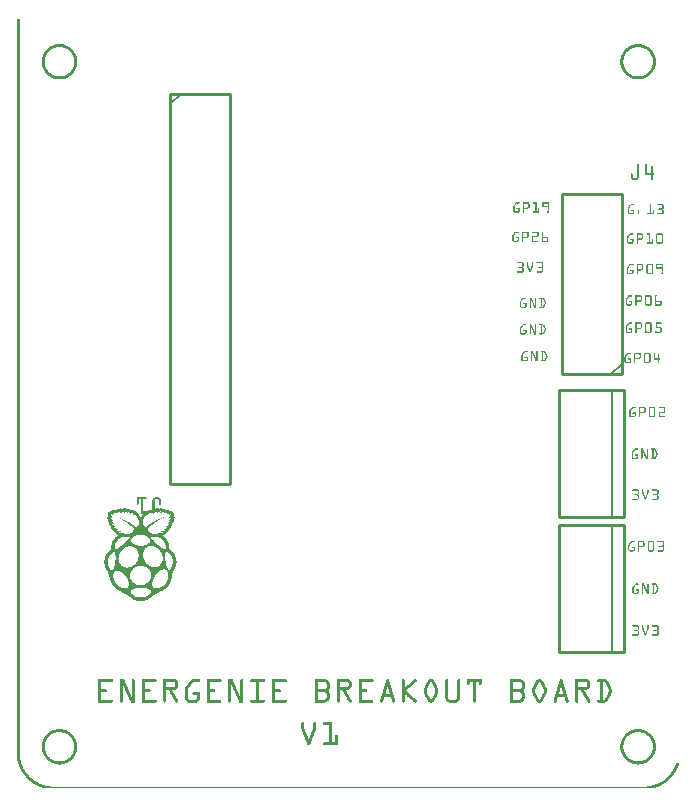
<source format=gto>
G04 MADE WITH FRITZING*
G04 WWW.FRITZING.ORG*
G04 DOUBLE SIDED*
G04 HOLES PLATED*
G04 CONTOUR ON CENTER OF CONTOUR VECTOR*
%ASAXBY*%
%FSLAX23Y23*%
%MOIN*%
%OFA0B0*%
%SFA1.0B1.0*%
%ADD10C,0.010000*%
%ADD11C,0.005000*%
%ADD12R,0.001000X0.001000*%
%LNSILK1*%
G90*
G70*
G54D10*
X2032Y1377D02*
X2032Y1977D01*
D02*
X2032Y1977D02*
X1832Y1977D01*
D02*
X1832Y1977D02*
X1832Y1377D01*
D02*
X1832Y1377D02*
X2032Y1377D01*
G54D11*
D02*
X2032Y1412D02*
X1997Y1377D01*
G54D10*
D02*
X528Y2312D02*
X528Y1012D01*
D02*
X528Y1012D02*
X728Y1012D01*
D02*
X728Y1012D02*
X728Y2312D01*
D02*
X728Y2312D02*
X528Y2312D01*
G54D11*
D02*
X528Y2277D02*
X563Y2312D01*
G54D10*
D02*
X1824Y873D02*
X1824Y450D01*
D02*
X1824Y450D02*
X2040Y450D01*
D02*
X2040Y450D02*
X2040Y873D01*
D02*
X2040Y873D02*
X1824Y873D01*
G54D11*
D02*
X2000Y450D02*
X2000Y873D01*
G54D10*
D02*
X1824Y1323D02*
X1824Y900D01*
D02*
X1824Y900D02*
X2040Y900D01*
D02*
X2040Y900D02*
X2040Y1323D01*
D02*
X2040Y1323D02*
X1824Y1323D01*
G54D11*
D02*
X2000Y900D02*
X2000Y1323D01*
G36*
X354Y900D02*
X354Y899D01*
X354Y899D01*
X354Y900D01*
X354Y900D01*
G37*
D02*
G36*
X505Y900D02*
X505Y899D01*
X506Y899D01*
X506Y900D01*
X505Y900D01*
G37*
D02*
G36*
X355Y899D02*
X355Y899D01*
X356Y899D01*
X356Y899D01*
X355Y899D01*
G37*
D02*
G36*
X504Y899D02*
X504Y899D01*
X505Y899D01*
X505Y899D01*
X504Y899D01*
G37*
D02*
G36*
X372Y930D02*
X372Y930D01*
X378Y930D01*
X378Y930D01*
X372Y930D01*
G37*
D02*
G36*
X482Y930D02*
X482Y930D01*
X481Y930D01*
X481Y929D01*
X479Y929D01*
X479Y929D01*
X490Y929D01*
X490Y929D01*
X489Y929D01*
X489Y930D01*
X487Y930D01*
X487Y930D01*
X482Y930D01*
G37*
D02*
G36*
X360Y930D02*
X360Y929D01*
X359Y929D01*
X359Y929D01*
X368Y929D01*
X368Y929D01*
X365Y929D01*
X365Y930D01*
X360Y930D01*
G37*
D02*
G36*
X371Y930D02*
X371Y929D01*
X370Y929D01*
X370Y929D01*
X380Y929D01*
X380Y929D01*
X379Y929D01*
X379Y930D01*
X371Y930D01*
G37*
D02*
G36*
X494Y930D02*
X494Y929D01*
X492Y929D01*
X492Y929D01*
X501Y929D01*
X501Y929D01*
X499Y929D01*
X499Y930D01*
X494Y930D01*
G37*
D02*
G36*
X358Y929D02*
X358Y928D01*
X381Y928D01*
X381Y929D01*
X358Y929D01*
G37*
D02*
G36*
X358Y929D02*
X358Y928D01*
X381Y928D01*
X381Y929D01*
X358Y929D01*
G37*
D02*
G36*
X385Y929D02*
X385Y928D01*
X384Y928D01*
X384Y928D01*
X390Y928D01*
X390Y928D01*
X388Y928D01*
X388Y929D01*
X385Y929D01*
G37*
D02*
G36*
X471Y929D02*
X471Y928D01*
X469Y928D01*
X469Y928D01*
X476Y928D01*
X476Y928D01*
X474Y928D01*
X474Y929D01*
X471Y929D01*
G37*
D02*
G36*
X478Y929D02*
X478Y928D01*
X502Y928D01*
X502Y929D01*
X478Y929D01*
G37*
D02*
G36*
X478Y929D02*
X478Y928D01*
X502Y928D01*
X502Y929D01*
X478Y929D01*
G37*
D02*
G36*
X357Y928D02*
X357Y928D01*
X382Y928D01*
X382Y928D01*
X357Y928D01*
G37*
D02*
G36*
X477Y928D02*
X477Y928D01*
X502Y928D01*
X502Y928D01*
X477Y928D01*
G37*
D02*
G36*
X356Y928D02*
X356Y927D01*
X391Y927D01*
X391Y928D01*
X356Y928D01*
G37*
D02*
G36*
X356Y928D02*
X356Y927D01*
X391Y927D01*
X391Y928D01*
X356Y928D01*
G37*
D02*
G36*
X468Y928D02*
X468Y927D01*
X503Y927D01*
X503Y928D01*
X468Y928D01*
G37*
D02*
G36*
X468Y928D02*
X468Y927D01*
X503Y927D01*
X503Y928D01*
X468Y928D01*
G37*
D02*
G36*
X352Y927D02*
X352Y927D01*
X349Y927D01*
X349Y926D01*
X348Y926D01*
X348Y926D01*
X394Y926D01*
X394Y926D01*
X393Y926D01*
X393Y927D01*
X392Y927D01*
X392Y927D01*
X352Y927D01*
G37*
D02*
G36*
X467Y927D02*
X467Y927D01*
X504Y927D01*
X504Y927D01*
X467Y927D01*
G37*
D02*
G36*
X504Y927D02*
X504Y927D01*
X508Y927D01*
X508Y927D01*
X504Y927D01*
G37*
D02*
G36*
X466Y927D02*
X466Y926D01*
X510Y926D01*
X510Y927D01*
X466Y927D01*
G37*
D02*
G36*
X466Y927D02*
X466Y926D01*
X510Y926D01*
X510Y927D01*
X466Y927D01*
G37*
D02*
G36*
X395Y926D02*
X395Y926D01*
X400Y926D01*
X400Y926D01*
X395Y926D01*
G37*
D02*
G36*
X460Y926D02*
X460Y926D01*
X464Y926D01*
X464Y926D01*
X460Y926D01*
G37*
D02*
G36*
X465Y926D02*
X465Y926D01*
X511Y926D01*
X511Y926D01*
X465Y926D01*
G37*
D02*
G36*
X347Y926D02*
X347Y926D01*
X401Y926D01*
X401Y926D01*
X347Y926D01*
G37*
D02*
G36*
X347Y926D02*
X347Y926D01*
X401Y926D01*
X401Y926D01*
X347Y926D01*
G37*
D02*
G36*
X458Y926D02*
X458Y926D01*
X512Y926D01*
X512Y926D01*
X458Y926D01*
G37*
D02*
G36*
X458Y926D02*
X458Y926D01*
X512Y926D01*
X512Y926D01*
X458Y926D01*
G37*
D02*
G36*
X347Y926D02*
X347Y925D01*
X346Y925D01*
X346Y925D01*
X342Y925D01*
X342Y924D01*
X338Y924D01*
X338Y924D01*
X336Y924D01*
X336Y923D01*
X335Y923D01*
X335Y923D01*
X335Y923D01*
X335Y922D01*
X334Y922D01*
X334Y922D01*
X333Y922D01*
X333Y921D01*
X333Y921D01*
X333Y921D01*
X332Y921D01*
X332Y920D01*
X376Y920D01*
X376Y920D01*
X378Y920D01*
X378Y919D01*
X378Y919D01*
X378Y919D01*
X379Y919D01*
X379Y918D01*
X388Y918D01*
X388Y918D01*
X389Y918D01*
X389Y917D01*
X390Y917D01*
X390Y917D01*
X390Y917D01*
X390Y917D01*
X398Y917D01*
X398Y916D01*
X399Y916D01*
X399Y916D01*
X399Y916D01*
X399Y915D01*
X400Y915D01*
X400Y915D01*
X400Y915D01*
X400Y914D01*
X401Y914D01*
X401Y914D01*
X401Y914D01*
X401Y913D01*
X402Y913D01*
X402Y913D01*
X402Y913D01*
X402Y912D01*
X403Y912D01*
X403Y912D01*
X403Y912D01*
X403Y911D01*
X404Y911D01*
X404Y911D01*
X404Y911D01*
X404Y910D01*
X410Y910D01*
X410Y910D01*
X411Y910D01*
X411Y909D01*
X411Y909D01*
X411Y909D01*
X412Y909D01*
X412Y909D01*
X412Y909D01*
X412Y908D01*
X413Y908D01*
X413Y907D01*
X413Y907D01*
X413Y907D01*
X413Y907D01*
X413Y906D01*
X414Y906D01*
X414Y906D01*
X414Y906D01*
X414Y905D01*
X415Y905D01*
X415Y904D01*
X415Y904D01*
X415Y904D01*
X416Y904D01*
X416Y903D01*
X416Y903D01*
X416Y902D01*
X417Y902D01*
X417Y901D01*
X417Y901D01*
X417Y900D01*
X418Y900D01*
X418Y900D01*
X418Y900D01*
X418Y899D01*
X419Y899D01*
X419Y898D01*
X430Y898D01*
X430Y899D01*
X429Y899D01*
X429Y900D01*
X429Y900D01*
X429Y901D01*
X428Y901D01*
X428Y902D01*
X428Y902D01*
X428Y903D01*
X427Y903D01*
X427Y904D01*
X427Y904D01*
X427Y905D01*
X426Y905D01*
X426Y906D01*
X426Y906D01*
X426Y906D01*
X425Y906D01*
X425Y907D01*
X425Y907D01*
X425Y908D01*
X424Y908D01*
X424Y909D01*
X424Y909D01*
X424Y909D01*
X423Y909D01*
X423Y910D01*
X423Y910D01*
X423Y910D01*
X422Y910D01*
X422Y911D01*
X422Y911D01*
X422Y912D01*
X421Y912D01*
X421Y912D01*
X421Y912D01*
X421Y913D01*
X421Y913D01*
X421Y914D01*
X420Y914D01*
X420Y914D01*
X420Y914D01*
X420Y915D01*
X419Y915D01*
X419Y915D01*
X419Y915D01*
X419Y916D01*
X418Y916D01*
X418Y916D01*
X418Y916D01*
X418Y917D01*
X417Y917D01*
X417Y917D01*
X417Y917D01*
X417Y917D01*
X416Y917D01*
X416Y918D01*
X416Y918D01*
X416Y918D01*
X415Y918D01*
X415Y919D01*
X414Y919D01*
X414Y919D01*
X413Y919D01*
X413Y920D01*
X413Y920D01*
X413Y920D01*
X410Y920D01*
X410Y921D01*
X408Y921D01*
X408Y921D01*
X407Y921D01*
X407Y922D01*
X406Y922D01*
X406Y922D01*
X406Y922D01*
X406Y923D01*
X405Y923D01*
X405Y923D01*
X405Y923D01*
X405Y924D01*
X404Y924D01*
X404Y924D01*
X404Y924D01*
X404Y925D01*
X403Y925D01*
X403Y925D01*
X402Y925D01*
X402Y926D01*
X347Y926D01*
G37*
D02*
G36*
X457Y926D02*
X457Y925D01*
X456Y925D01*
X456Y925D01*
X456Y925D01*
X456Y924D01*
X455Y924D01*
X455Y924D01*
X455Y924D01*
X455Y923D01*
X454Y923D01*
X454Y923D01*
X454Y923D01*
X454Y922D01*
X453Y922D01*
X453Y922D01*
X453Y922D01*
X453Y921D01*
X452Y921D01*
X452Y921D01*
X449Y921D01*
X449Y920D01*
X484Y920D01*
X484Y920D01*
X497Y920D01*
X497Y919D01*
X496Y919D01*
X496Y919D01*
X495Y919D01*
X495Y918D01*
X495Y918D01*
X495Y918D01*
X494Y918D01*
X494Y917D01*
X507Y917D01*
X507Y917D01*
X506Y917D01*
X506Y917D01*
X506Y917D01*
X506Y916D01*
X505Y916D01*
X505Y915D01*
X504Y915D01*
X504Y915D01*
X518Y915D01*
X518Y914D01*
X520Y914D01*
X520Y913D01*
X519Y913D01*
X519Y913D01*
X518Y913D01*
X518Y912D01*
X518Y912D01*
X518Y912D01*
X517Y912D01*
X517Y911D01*
X517Y911D01*
X517Y910D01*
X531Y910D01*
X531Y909D01*
X530Y909D01*
X530Y909D01*
X530Y909D01*
X530Y908D01*
X529Y908D01*
X529Y908D01*
X529Y908D01*
X529Y907D01*
X528Y907D01*
X528Y906D01*
X528Y906D01*
X528Y905D01*
X527Y905D01*
X527Y904D01*
X527Y904D01*
X527Y903D01*
X526Y903D01*
X526Y902D01*
X526Y902D01*
X526Y900D01*
X525Y900D01*
X525Y899D01*
X532Y899D01*
X532Y899D01*
X531Y899D01*
X531Y898D01*
X531Y898D01*
X531Y897D01*
X530Y897D01*
X530Y897D01*
X530Y897D01*
X530Y896D01*
X529Y896D01*
X529Y895D01*
X529Y895D01*
X529Y895D01*
X528Y895D01*
X528Y894D01*
X528Y894D01*
X528Y894D01*
X527Y894D01*
X527Y893D01*
X527Y893D01*
X527Y893D01*
X526Y893D01*
X526Y892D01*
X525Y892D01*
X525Y892D01*
X525Y892D01*
X525Y892D01*
X524Y892D01*
X524Y891D01*
X524Y891D01*
X524Y891D01*
X523Y891D01*
X523Y890D01*
X523Y890D01*
X523Y889D01*
X529Y889D01*
X529Y888D01*
X529Y888D01*
X529Y888D01*
X528Y888D01*
X528Y887D01*
X528Y887D01*
X528Y886D01*
X527Y886D01*
X527Y886D01*
X527Y886D01*
X527Y885D01*
X526Y885D01*
X526Y885D01*
X526Y885D01*
X526Y884D01*
X525Y884D01*
X525Y884D01*
X525Y884D01*
X525Y883D01*
X524Y883D01*
X524Y883D01*
X524Y883D01*
X524Y883D01*
X524Y883D01*
X524Y882D01*
X523Y882D01*
X523Y882D01*
X523Y882D01*
X523Y881D01*
X522Y881D01*
X522Y881D01*
X521Y881D01*
X521Y880D01*
X521Y880D01*
X521Y880D01*
X520Y880D01*
X520Y879D01*
X520Y879D01*
X520Y879D01*
X520Y879D01*
X520Y878D01*
X525Y878D01*
X525Y878D01*
X525Y878D01*
X525Y877D01*
X524Y877D01*
X524Y877D01*
X524Y877D01*
X524Y876D01*
X524Y876D01*
X524Y876D01*
X523Y876D01*
X523Y875D01*
X523Y875D01*
X523Y875D01*
X522Y875D01*
X522Y874D01*
X522Y874D01*
X522Y874D01*
X521Y874D01*
X521Y874D01*
X520Y874D01*
X520Y873D01*
X520Y873D01*
X520Y873D01*
X519Y873D01*
X519Y872D01*
X518Y872D01*
X518Y872D01*
X518Y872D01*
X518Y871D01*
X517Y871D01*
X517Y871D01*
X516Y871D01*
X516Y870D01*
X516Y870D01*
X516Y870D01*
X515Y870D01*
X515Y869D01*
X516Y869D01*
X516Y868D01*
X520Y868D01*
X520Y868D01*
X520Y868D01*
X520Y867D01*
X519Y867D01*
X519Y867D01*
X518Y867D01*
X518Y866D01*
X518Y866D01*
X518Y866D01*
X517Y866D01*
X517Y866D01*
X516Y866D01*
X516Y865D01*
X516Y865D01*
X516Y865D01*
X515Y865D01*
X515Y864D01*
X514Y864D01*
X514Y864D01*
X514Y864D01*
X514Y863D01*
X513Y863D01*
X513Y863D01*
X512Y863D01*
X512Y862D01*
X511Y862D01*
X511Y862D01*
X510Y862D01*
X510Y861D01*
X509Y861D01*
X509Y861D01*
X508Y861D01*
X508Y860D01*
X507Y860D01*
X507Y860D01*
X507Y860D01*
X507Y859D01*
X507Y859D01*
X507Y859D01*
X508Y859D01*
X508Y858D01*
X512Y858D01*
X512Y858D01*
X512Y858D01*
X512Y857D01*
X511Y857D01*
X511Y857D01*
X510Y857D01*
X510Y857D01*
X509Y857D01*
X509Y856D01*
X507Y856D01*
X507Y856D01*
X507Y856D01*
X507Y855D01*
X505Y855D01*
X505Y855D01*
X504Y855D01*
X504Y854D01*
X502Y854D01*
X502Y854D01*
X500Y854D01*
X500Y853D01*
X499Y853D01*
X499Y853D01*
X498Y853D01*
X498Y852D01*
X499Y852D01*
X499Y851D01*
X499Y851D01*
X499Y851D01*
X500Y851D01*
X500Y850D01*
X502Y850D01*
X502Y850D01*
X502Y850D01*
X502Y849D01*
X500Y849D01*
X500Y849D01*
X499Y849D01*
X499Y849D01*
X497Y849D01*
X497Y848D01*
X493Y848D01*
X493Y848D01*
X488Y848D01*
X488Y847D01*
X486Y847D01*
X486Y847D01*
X487Y847D01*
X487Y846D01*
X487Y846D01*
X487Y845D01*
X488Y845D01*
X488Y845D01*
X489Y845D01*
X489Y844D01*
X490Y844D01*
X490Y844D01*
X490Y844D01*
X490Y843D01*
X489Y843D01*
X489Y843D01*
X509Y843D01*
X509Y843D01*
X510Y843D01*
X510Y844D01*
X510Y844D01*
X510Y844D01*
X511Y844D01*
X511Y845D01*
X511Y845D01*
X511Y846D01*
X512Y846D01*
X512Y847D01*
X513Y847D01*
X513Y848D01*
X514Y848D01*
X514Y848D01*
X515Y848D01*
X515Y849D01*
X516Y849D01*
X516Y849D01*
X516Y849D01*
X516Y849D01*
X517Y849D01*
X517Y850D01*
X518Y850D01*
X518Y850D01*
X518Y850D01*
X518Y851D01*
X519Y851D01*
X519Y851D01*
X519Y851D01*
X519Y852D01*
X520Y852D01*
X520Y852D01*
X520Y852D01*
X520Y853D01*
X521Y853D01*
X521Y854D01*
X521Y854D01*
X521Y855D01*
X522Y855D01*
X522Y856D01*
X522Y856D01*
X522Y857D01*
X523Y857D01*
X523Y858D01*
X524Y858D01*
X524Y858D01*
X524Y858D01*
X524Y859D01*
X525Y859D01*
X525Y859D01*
X525Y859D01*
X525Y860D01*
X526Y860D01*
X526Y860D01*
X526Y860D01*
X526Y861D01*
X527Y861D01*
X527Y861D01*
X527Y861D01*
X527Y862D01*
X528Y862D01*
X528Y862D01*
X528Y862D01*
X528Y863D01*
X529Y863D01*
X529Y864D01*
X529Y864D01*
X529Y865D01*
X530Y865D01*
X530Y866D01*
X530Y866D01*
X530Y869D01*
X531Y869D01*
X531Y870D01*
X532Y870D01*
X532Y870D01*
X532Y870D01*
X532Y871D01*
X533Y871D01*
X533Y872D01*
X533Y872D01*
X533Y872D01*
X533Y872D01*
X533Y873D01*
X534Y873D01*
X534Y874D01*
X534Y874D01*
X534Y874D01*
X535Y874D01*
X535Y876D01*
X535Y876D01*
X535Y881D01*
X536Y881D01*
X536Y882D01*
X536Y882D01*
X536Y882D01*
X537Y882D01*
X537Y883D01*
X537Y883D01*
X537Y883D01*
X538Y883D01*
X538Y884D01*
X538Y884D01*
X538Y885D01*
X539Y885D01*
X539Y886D01*
X539Y886D01*
X539Y892D01*
X539Y892D01*
X539Y892D01*
X539Y892D01*
X539Y893D01*
X540Y893D01*
X540Y894D01*
X540Y894D01*
X540Y895D01*
X541Y895D01*
X541Y896D01*
X541Y896D01*
X541Y898D01*
X542Y898D01*
X542Y900D01*
X541Y900D01*
X541Y902D01*
X541Y902D01*
X541Y903D01*
X540Y903D01*
X540Y904D01*
X540Y904D01*
X540Y906D01*
X540Y906D01*
X540Y908D01*
X541Y908D01*
X541Y912D01*
X540Y912D01*
X540Y914D01*
X540Y914D01*
X540Y915D01*
X539Y915D01*
X539Y916D01*
X539Y916D01*
X539Y916D01*
X538Y916D01*
X538Y917D01*
X538Y917D01*
X538Y917D01*
X537Y917D01*
X537Y917D01*
X537Y917D01*
X537Y918D01*
X536Y918D01*
X536Y918D01*
X535Y918D01*
X535Y919D01*
X534Y919D01*
X534Y919D01*
X533Y919D01*
X533Y920D01*
X528Y920D01*
X528Y920D01*
X527Y920D01*
X527Y921D01*
X527Y921D01*
X527Y921D01*
X526Y921D01*
X526Y922D01*
X526Y922D01*
X526Y922D01*
X525Y922D01*
X525Y923D01*
X524Y923D01*
X524Y923D01*
X523Y923D01*
X523Y924D01*
X521Y924D01*
X521Y924D01*
X518Y924D01*
X518Y925D01*
X514Y925D01*
X514Y925D01*
X513Y925D01*
X513Y926D01*
X457Y926D01*
G37*
D02*
G36*
X332Y920D02*
X332Y920D01*
X365Y920D01*
X365Y919D01*
X367Y919D01*
X367Y919D01*
X368Y919D01*
X368Y918D01*
X370Y918D01*
X370Y918D01*
X371Y918D01*
X371Y917D01*
X372Y917D01*
X372Y917D01*
X373Y917D01*
X373Y917D01*
X374Y917D01*
X374Y916D01*
X375Y916D01*
X375Y916D01*
X375Y916D01*
X375Y915D01*
X376Y915D01*
X376Y915D01*
X377Y915D01*
X377Y915D01*
X377Y915D01*
X377Y918D01*
X377Y918D01*
X377Y918D01*
X376Y918D01*
X376Y919D01*
X376Y919D01*
X376Y920D01*
X375Y920D01*
X375Y920D01*
X332Y920D01*
G37*
D02*
G36*
X447Y920D02*
X447Y920D01*
X446Y920D01*
X446Y919D01*
X445Y919D01*
X445Y919D01*
X445Y919D01*
X445Y918D01*
X473Y918D01*
X473Y918D01*
X472Y918D01*
X472Y917D01*
X472Y917D01*
X472Y915D01*
X472Y915D01*
X472Y914D01*
X473Y914D01*
X473Y913D01*
X473Y913D01*
X473Y914D01*
X474Y914D01*
X474Y914D01*
X474Y914D01*
X474Y915D01*
X475Y915D01*
X475Y915D01*
X475Y915D01*
X475Y916D01*
X476Y916D01*
X476Y916D01*
X477Y916D01*
X477Y917D01*
X477Y917D01*
X477Y917D01*
X478Y917D01*
X478Y917D01*
X479Y917D01*
X479Y918D01*
X480Y918D01*
X480Y918D01*
X480Y918D01*
X480Y919D01*
X481Y919D01*
X481Y919D01*
X482Y919D01*
X482Y920D01*
X483Y920D01*
X483Y920D01*
X447Y920D01*
G37*
D02*
G36*
X327Y920D02*
X327Y919D01*
X325Y919D01*
X325Y919D01*
X324Y919D01*
X324Y918D01*
X324Y918D01*
X324Y918D01*
X323Y918D01*
X323Y917D01*
X355Y917D01*
X355Y917D01*
X358Y917D01*
X358Y917D01*
X360Y917D01*
X360Y916D01*
X361Y916D01*
X361Y916D01*
X363Y916D01*
X363Y915D01*
X364Y915D01*
X364Y915D01*
X366Y915D01*
X366Y917D01*
X366Y917D01*
X366Y917D01*
X365Y917D01*
X365Y918D01*
X365Y918D01*
X365Y918D01*
X364Y918D01*
X364Y919D01*
X363Y919D01*
X363Y919D01*
X363Y919D01*
X363Y920D01*
X327Y920D01*
G37*
D02*
G36*
X484Y920D02*
X484Y919D01*
X483Y919D01*
X483Y918D01*
X483Y918D01*
X483Y918D01*
X482Y918D01*
X482Y916D01*
X483Y916D01*
X483Y915D01*
X483Y915D01*
X483Y915D01*
X484Y915D01*
X484Y916D01*
X485Y916D01*
X485Y916D01*
X486Y916D01*
X486Y917D01*
X487Y917D01*
X487Y917D01*
X488Y917D01*
X488Y917D01*
X489Y917D01*
X489Y918D01*
X490Y918D01*
X490Y918D01*
X491Y918D01*
X491Y919D01*
X493Y919D01*
X493Y919D01*
X495Y919D01*
X495Y920D01*
X484Y920D01*
G37*
D02*
G36*
X380Y918D02*
X380Y918D01*
X381Y918D01*
X381Y917D01*
X382Y917D01*
X382Y917D01*
X382Y917D01*
X382Y917D01*
X383Y917D01*
X383Y916D01*
X384Y916D01*
X384Y916D01*
X384Y916D01*
X384Y915D01*
X385Y915D01*
X385Y915D01*
X385Y915D01*
X385Y914D01*
X386Y914D01*
X386Y914D01*
X387Y914D01*
X387Y913D01*
X387Y913D01*
X387Y914D01*
X387Y914D01*
X387Y915D01*
X388Y915D01*
X388Y917D01*
X387Y917D01*
X387Y918D01*
X387Y918D01*
X387Y918D01*
X380Y918D01*
G37*
D02*
G36*
X444Y918D02*
X444Y918D01*
X443Y918D01*
X443Y917D01*
X443Y917D01*
X443Y917D01*
X442Y917D01*
X442Y917D01*
X462Y917D01*
X462Y915D01*
X462Y915D01*
X462Y913D01*
X462Y913D01*
X462Y912D01*
X463Y912D01*
X463Y911D01*
X464Y911D01*
X464Y912D01*
X464Y912D01*
X464Y912D01*
X465Y912D01*
X465Y913D01*
X465Y913D01*
X465Y913D01*
X466Y913D01*
X466Y914D01*
X466Y914D01*
X466Y915D01*
X467Y915D01*
X467Y915D01*
X467Y915D01*
X467Y916D01*
X468Y916D01*
X468Y916D01*
X469Y916D01*
X469Y917D01*
X469Y917D01*
X469Y917D01*
X470Y917D01*
X470Y917D01*
X471Y917D01*
X471Y918D01*
X471Y918D01*
X471Y918D01*
X444Y918D01*
G37*
D02*
G36*
X322Y917D02*
X322Y917D01*
X322Y917D01*
X322Y917D01*
X321Y917D01*
X321Y916D01*
X321Y916D01*
X321Y915D01*
X320Y915D01*
X320Y915D01*
X346Y915D01*
X346Y914D01*
X349Y914D01*
X349Y914D01*
X352Y914D01*
X352Y913D01*
X353Y913D01*
X353Y913D01*
X354Y913D01*
X354Y912D01*
X355Y912D01*
X355Y913D01*
X356Y913D01*
X356Y915D01*
X355Y915D01*
X355Y916D01*
X355Y916D01*
X355Y916D01*
X354Y916D01*
X354Y917D01*
X353Y917D01*
X353Y917D01*
X353Y917D01*
X353Y917D01*
X322Y917D01*
G37*
D02*
G36*
X494Y917D02*
X494Y917D01*
X493Y917D01*
X493Y915D01*
X495Y915D01*
X495Y915D01*
X497Y915D01*
X497Y916D01*
X498Y916D01*
X498Y916D01*
X500Y916D01*
X500Y917D01*
X501Y917D01*
X501Y917D01*
X504Y917D01*
X504Y917D01*
X494Y917D01*
G37*
D02*
G36*
X391Y917D02*
X391Y916D01*
X392Y916D01*
X392Y916D01*
X392Y916D01*
X392Y915D01*
X393Y915D01*
X393Y915D01*
X393Y915D01*
X393Y914D01*
X394Y914D01*
X394Y914D01*
X394Y914D01*
X394Y913D01*
X395Y913D01*
X395Y912D01*
X395Y912D01*
X395Y912D01*
X395Y912D01*
X395Y911D01*
X397Y911D01*
X397Y912D01*
X397Y912D01*
X397Y913D01*
X398Y913D01*
X398Y916D01*
X397Y916D01*
X397Y917D01*
X391Y917D01*
G37*
D02*
G36*
X442Y917D02*
X442Y916D01*
X441Y916D01*
X441Y916D01*
X441Y916D01*
X441Y915D01*
X440Y915D01*
X440Y915D01*
X440Y915D01*
X440Y914D01*
X439Y914D01*
X439Y913D01*
X439Y913D01*
X439Y913D01*
X438Y913D01*
X438Y912D01*
X438Y912D01*
X438Y912D01*
X438Y912D01*
X438Y911D01*
X437Y911D01*
X437Y910D01*
X451Y910D01*
X451Y908D01*
X451Y908D01*
X451Y907D01*
X452Y907D01*
X452Y906D01*
X452Y906D01*
X452Y907D01*
X453Y907D01*
X453Y908D01*
X453Y908D01*
X453Y908D01*
X454Y908D01*
X454Y909D01*
X454Y909D01*
X454Y909D01*
X455Y909D01*
X455Y909D01*
X455Y909D01*
X455Y910D01*
X456Y910D01*
X456Y911D01*
X456Y911D01*
X456Y911D01*
X456Y911D01*
X456Y912D01*
X457Y912D01*
X457Y912D01*
X457Y912D01*
X457Y913D01*
X458Y913D01*
X458Y913D01*
X458Y913D01*
X458Y914D01*
X459Y914D01*
X459Y914D01*
X459Y914D01*
X459Y915D01*
X460Y915D01*
X460Y915D01*
X460Y915D01*
X460Y916D01*
X461Y916D01*
X461Y916D01*
X462Y916D01*
X462Y917D01*
X442Y917D01*
G37*
D02*
G36*
X320Y915D02*
X320Y914D01*
X319Y914D01*
X319Y912D01*
X319Y912D01*
X319Y910D01*
X334Y910D01*
X334Y909D01*
X336Y909D01*
X336Y910D01*
X343Y910D01*
X343Y910D01*
X343Y910D01*
X343Y911D01*
X343Y911D01*
X343Y911D01*
X342Y911D01*
X342Y912D01*
X342Y912D01*
X342Y912D01*
X341Y912D01*
X341Y913D01*
X341Y913D01*
X341Y913D01*
X340Y913D01*
X340Y914D01*
X342Y914D01*
X342Y915D01*
X320Y915D01*
G37*
D02*
G36*
X504Y915D02*
X504Y913D01*
X505Y913D01*
X505Y912D01*
X505Y912D01*
X505Y913D01*
X507Y913D01*
X507Y913D01*
X508Y913D01*
X508Y914D01*
X510Y914D01*
X510Y914D01*
X513Y914D01*
X513Y915D01*
X504Y915D01*
G37*
D02*
G36*
X404Y910D02*
X404Y910D01*
X405Y910D01*
X405Y909D01*
X405Y909D01*
X405Y909D01*
X406Y909D01*
X406Y908D01*
X406Y908D01*
X406Y908D01*
X407Y908D01*
X407Y907D01*
X407Y907D01*
X407Y906D01*
X408Y906D01*
X408Y907D01*
X408Y907D01*
X408Y908D01*
X409Y908D01*
X409Y910D01*
X409Y910D01*
X409Y910D01*
X404Y910D01*
G37*
D02*
G36*
X437Y910D02*
X437Y910D01*
X436Y910D01*
X436Y909D01*
X436Y909D01*
X436Y909D01*
X435Y909D01*
X435Y908D01*
X435Y908D01*
X435Y907D01*
X434Y907D01*
X434Y906D01*
X434Y906D01*
X434Y906D01*
X433Y906D01*
X433Y905D01*
X433Y905D01*
X433Y904D01*
X432Y904D01*
X432Y903D01*
X432Y903D01*
X432Y902D01*
X431Y902D01*
X431Y901D01*
X431Y901D01*
X431Y900D01*
X430Y900D01*
X430Y899D01*
X430Y899D01*
X430Y898D01*
X441Y898D01*
X441Y899D01*
X441Y899D01*
X441Y900D01*
X442Y900D01*
X442Y900D01*
X442Y900D01*
X442Y901D01*
X443Y901D01*
X443Y902D01*
X443Y902D01*
X443Y903D01*
X444Y903D01*
X444Y903D01*
X444Y903D01*
X444Y904D01*
X445Y904D01*
X445Y905D01*
X445Y905D01*
X445Y906D01*
X446Y906D01*
X446Y906D01*
X446Y906D01*
X446Y907D01*
X447Y907D01*
X447Y907D01*
X447Y907D01*
X447Y908D01*
X447Y908D01*
X447Y908D01*
X448Y908D01*
X448Y909D01*
X448Y909D01*
X448Y909D01*
X449Y909D01*
X449Y910D01*
X450Y910D01*
X450Y910D01*
X437Y910D01*
G37*
D02*
G36*
X319Y910D02*
X319Y908D01*
X319Y908D01*
X319Y906D01*
X320Y906D01*
X320Y904D01*
X319Y904D01*
X319Y903D01*
X319Y903D01*
X319Y902D01*
X318Y902D01*
X318Y900D01*
X318Y900D01*
X318Y899D01*
X331Y899D01*
X331Y899D01*
X335Y899D01*
X335Y900D01*
X334Y900D01*
X334Y901D01*
X334Y901D01*
X334Y902D01*
X333Y902D01*
X333Y903D01*
X333Y903D01*
X333Y904D01*
X332Y904D01*
X332Y905D01*
X332Y905D01*
X332Y906D01*
X331Y906D01*
X331Y907D01*
X331Y907D01*
X331Y908D01*
X330Y908D01*
X330Y908D01*
X330Y908D01*
X330Y909D01*
X329Y909D01*
X329Y909D01*
X329Y909D01*
X329Y910D01*
X319Y910D01*
G37*
D02*
G36*
X523Y910D02*
X523Y909D01*
X526Y909D01*
X526Y910D01*
X523Y910D01*
G37*
D02*
G36*
X318Y899D02*
X318Y899D01*
X318Y899D01*
X318Y896D01*
X319Y896D01*
X319Y895D01*
X319Y895D01*
X319Y894D01*
X320Y894D01*
X320Y893D01*
X320Y893D01*
X320Y892D01*
X321Y892D01*
X321Y892D01*
X320Y892D01*
X320Y889D01*
X331Y889D01*
X331Y889D01*
X333Y889D01*
X333Y888D01*
X335Y888D01*
X335Y889D01*
X337Y889D01*
X337Y890D01*
X336Y890D01*
X336Y891D01*
X335Y891D01*
X335Y891D01*
X335Y891D01*
X335Y892D01*
X335Y892D01*
X335Y892D01*
X334Y892D01*
X334Y892D01*
X333Y892D01*
X333Y893D01*
X333Y893D01*
X333Y893D01*
X332Y893D01*
X332Y894D01*
X332Y894D01*
X332Y894D01*
X331Y894D01*
X331Y895D01*
X331Y895D01*
X331Y895D01*
X330Y895D01*
X330Y896D01*
X330Y896D01*
X330Y897D01*
X329Y897D01*
X329Y897D01*
X329Y897D01*
X329Y898D01*
X328Y898D01*
X328Y899D01*
X318Y899D01*
G37*
D02*
G36*
X525Y899D02*
X525Y899D01*
X528Y899D01*
X528Y899D01*
X525Y899D01*
G37*
D02*
G36*
X356Y899D02*
X356Y898D01*
X357Y898D01*
X357Y898D01*
X358Y898D01*
X358Y897D01*
X359Y897D01*
X359Y897D01*
X360Y897D01*
X360Y896D01*
X360Y896D01*
X360Y896D01*
X361Y896D01*
X361Y895D01*
X362Y895D01*
X362Y895D01*
X363Y895D01*
X363Y894D01*
X364Y894D01*
X364Y894D01*
X364Y894D01*
X364Y893D01*
X365Y893D01*
X365Y893D01*
X366Y893D01*
X366Y892D01*
X367Y892D01*
X367Y892D01*
X368Y892D01*
X368Y892D01*
X369Y892D01*
X369Y891D01*
X370Y891D01*
X370Y891D01*
X370Y891D01*
X370Y890D01*
X371Y890D01*
X371Y890D01*
X371Y890D01*
X371Y889D01*
X372Y889D01*
X372Y889D01*
X373Y889D01*
X373Y888D01*
X374Y888D01*
X374Y888D01*
X375Y888D01*
X375Y887D01*
X375Y887D01*
X375Y887D01*
X376Y887D01*
X376Y886D01*
X377Y886D01*
X377Y886D01*
X378Y886D01*
X378Y885D01*
X378Y885D01*
X378Y885D01*
X379Y885D01*
X379Y884D01*
X380Y884D01*
X380Y884D01*
X380Y884D01*
X380Y883D01*
X381Y883D01*
X381Y883D01*
X382Y883D01*
X382Y883D01*
X382Y883D01*
X382Y882D01*
X383Y882D01*
X383Y882D01*
X384Y882D01*
X384Y881D01*
X385Y881D01*
X385Y881D01*
X385Y881D01*
X385Y880D01*
X386Y880D01*
X386Y880D01*
X387Y880D01*
X387Y879D01*
X387Y879D01*
X387Y879D01*
X388Y879D01*
X388Y878D01*
X388Y878D01*
X388Y878D01*
X389Y878D01*
X389Y877D01*
X390Y877D01*
X390Y877D01*
X390Y877D01*
X390Y876D01*
X391Y876D01*
X391Y876D01*
X392Y876D01*
X392Y875D01*
X392Y875D01*
X392Y875D01*
X393Y875D01*
X393Y874D01*
X393Y874D01*
X393Y874D01*
X394Y874D01*
X394Y874D01*
X395Y874D01*
X395Y873D01*
X395Y873D01*
X395Y873D01*
X395Y873D01*
X395Y872D01*
X396Y872D01*
X396Y872D01*
X397Y872D01*
X397Y871D01*
X397Y871D01*
X397Y871D01*
X398Y871D01*
X398Y870D01*
X398Y870D01*
X398Y870D01*
X399Y870D01*
X399Y869D01*
X400Y869D01*
X400Y869D01*
X400Y869D01*
X400Y868D01*
X401Y868D01*
X401Y868D01*
X413Y868D01*
X413Y868D01*
X412Y868D01*
X412Y869D01*
X411Y869D01*
X411Y869D01*
X411Y869D01*
X411Y870D01*
X410Y870D01*
X410Y870D01*
X410Y870D01*
X410Y871D01*
X409Y871D01*
X409Y871D01*
X408Y871D01*
X408Y872D01*
X408Y872D01*
X408Y872D01*
X407Y872D01*
X407Y873D01*
X406Y873D01*
X406Y873D01*
X406Y873D01*
X406Y874D01*
X405Y874D01*
X405Y874D01*
X404Y874D01*
X404Y874D01*
X404Y874D01*
X404Y875D01*
X403Y875D01*
X403Y875D01*
X403Y875D01*
X403Y876D01*
X402Y876D01*
X402Y876D01*
X401Y876D01*
X401Y877D01*
X400Y877D01*
X400Y877D01*
X400Y877D01*
X400Y878D01*
X399Y878D01*
X399Y878D01*
X398Y878D01*
X398Y879D01*
X397Y879D01*
X397Y879D01*
X397Y879D01*
X397Y880D01*
X396Y880D01*
X396Y880D01*
X395Y880D01*
X395Y881D01*
X395Y881D01*
X395Y881D01*
X394Y881D01*
X394Y882D01*
X393Y882D01*
X393Y882D01*
X392Y882D01*
X392Y883D01*
X391Y883D01*
X391Y883D01*
X390Y883D01*
X390Y883D01*
X389Y883D01*
X389Y884D01*
X389Y884D01*
X389Y884D01*
X388Y884D01*
X388Y885D01*
X387Y885D01*
X387Y885D01*
X386Y885D01*
X386Y886D01*
X385Y886D01*
X385Y886D01*
X384Y886D01*
X384Y887D01*
X383Y887D01*
X383Y887D01*
X382Y887D01*
X382Y888D01*
X381Y888D01*
X381Y888D01*
X380Y888D01*
X380Y889D01*
X379Y889D01*
X379Y889D01*
X378Y889D01*
X378Y890D01*
X378Y890D01*
X378Y890D01*
X377Y890D01*
X377Y891D01*
X376Y891D01*
X376Y891D01*
X375Y891D01*
X375Y892D01*
X374Y892D01*
X374Y892D01*
X372Y892D01*
X372Y892D01*
X371Y892D01*
X371Y893D01*
X370Y893D01*
X370Y893D01*
X369Y893D01*
X369Y894D01*
X368Y894D01*
X368Y894D01*
X367Y894D01*
X367Y895D01*
X366Y895D01*
X366Y895D01*
X365Y895D01*
X365Y896D01*
X363Y896D01*
X363Y896D01*
X362Y896D01*
X362Y897D01*
X361Y897D01*
X361Y897D01*
X360Y897D01*
X360Y898D01*
X359Y898D01*
X359Y898D01*
X357Y898D01*
X357Y899D01*
X356Y899D01*
G37*
D02*
G36*
X502Y899D02*
X502Y898D01*
X501Y898D01*
X501Y898D01*
X500Y898D01*
X500Y897D01*
X499Y897D01*
X499Y897D01*
X497Y897D01*
X497Y896D01*
X496Y896D01*
X496Y896D01*
X495Y896D01*
X495Y895D01*
X494Y895D01*
X494Y895D01*
X492Y895D01*
X492Y894D01*
X491Y894D01*
X491Y894D01*
X490Y894D01*
X490Y893D01*
X489Y893D01*
X489Y893D01*
X488Y893D01*
X488Y892D01*
X487Y892D01*
X487Y892D01*
X486Y892D01*
X486Y892D01*
X485Y892D01*
X485Y891D01*
X484Y891D01*
X484Y891D01*
X483Y891D01*
X483Y890D01*
X482Y890D01*
X482Y890D01*
X481Y890D01*
X481Y889D01*
X480Y889D01*
X480Y889D01*
X479Y889D01*
X479Y888D01*
X478Y888D01*
X478Y888D01*
X477Y888D01*
X477Y887D01*
X476Y887D01*
X476Y887D01*
X475Y887D01*
X475Y886D01*
X474Y886D01*
X474Y886D01*
X473Y886D01*
X473Y885D01*
X473Y885D01*
X473Y885D01*
X472Y885D01*
X472Y884D01*
X471Y884D01*
X471Y884D01*
X470Y884D01*
X470Y883D01*
X469Y883D01*
X469Y883D01*
X468Y883D01*
X468Y883D01*
X467Y883D01*
X467Y882D01*
X467Y882D01*
X467Y882D01*
X466Y882D01*
X466Y881D01*
X465Y881D01*
X465Y881D01*
X464Y881D01*
X464Y880D01*
X464Y880D01*
X464Y880D01*
X463Y880D01*
X463Y879D01*
X462Y879D01*
X462Y879D01*
X461Y879D01*
X461Y878D01*
X461Y878D01*
X461Y878D01*
X460Y878D01*
X460Y877D01*
X459Y877D01*
X459Y877D01*
X458Y877D01*
X458Y876D01*
X458Y876D01*
X458Y876D01*
X457Y876D01*
X457Y875D01*
X456Y875D01*
X456Y875D01*
X456Y875D01*
X456Y874D01*
X455Y874D01*
X455Y874D01*
X455Y874D01*
X455Y874D01*
X454Y874D01*
X454Y873D01*
X453Y873D01*
X453Y873D01*
X453Y873D01*
X453Y872D01*
X452Y872D01*
X452Y872D01*
X451Y872D01*
X451Y871D01*
X451Y871D01*
X451Y871D01*
X450Y871D01*
X450Y870D01*
X449Y870D01*
X449Y870D01*
X449Y870D01*
X449Y869D01*
X448Y869D01*
X448Y869D01*
X448Y869D01*
X448Y868D01*
X447Y868D01*
X447Y868D01*
X459Y868D01*
X459Y868D01*
X460Y868D01*
X460Y869D01*
X460Y869D01*
X460Y869D01*
X461Y869D01*
X461Y870D01*
X461Y870D01*
X461Y870D01*
X462Y870D01*
X462Y871D01*
X462Y871D01*
X462Y871D01*
X463Y871D01*
X463Y872D01*
X464Y872D01*
X464Y872D01*
X464Y872D01*
X464Y873D01*
X464Y873D01*
X464Y873D01*
X465Y873D01*
X465Y874D01*
X465Y874D01*
X465Y874D01*
X466Y874D01*
X466Y874D01*
X467Y874D01*
X467Y875D01*
X467Y875D01*
X467Y875D01*
X468Y875D01*
X468Y876D01*
X469Y876D01*
X469Y876D01*
X469Y876D01*
X469Y877D01*
X470Y877D01*
X470Y877D01*
X471Y877D01*
X471Y878D01*
X471Y878D01*
X471Y878D01*
X472Y878D01*
X472Y879D01*
X473Y879D01*
X473Y879D01*
X473Y879D01*
X473Y880D01*
X474Y880D01*
X474Y880D01*
X474Y880D01*
X474Y881D01*
X475Y881D01*
X475Y881D01*
X476Y881D01*
X476Y882D01*
X476Y882D01*
X476Y882D01*
X477Y882D01*
X477Y883D01*
X478Y883D01*
X478Y883D01*
X479Y883D01*
X479Y883D01*
X479Y883D01*
X479Y884D01*
X480Y884D01*
X480Y884D01*
X481Y884D01*
X481Y885D01*
X481Y885D01*
X481Y885D01*
X482Y885D01*
X482Y886D01*
X483Y886D01*
X483Y886D01*
X483Y886D01*
X483Y887D01*
X484Y887D01*
X484Y887D01*
X485Y887D01*
X485Y888D01*
X486Y888D01*
X486Y888D01*
X486Y888D01*
X486Y889D01*
X487Y889D01*
X487Y889D01*
X488Y889D01*
X488Y890D01*
X489Y890D01*
X489Y890D01*
X490Y890D01*
X490Y891D01*
X490Y891D01*
X490Y891D01*
X491Y891D01*
X491Y892D01*
X492Y892D01*
X492Y892D01*
X493Y892D01*
X493Y892D01*
X493Y892D01*
X493Y893D01*
X494Y893D01*
X494Y893D01*
X495Y893D01*
X495Y894D01*
X496Y894D01*
X496Y894D01*
X497Y894D01*
X497Y895D01*
X498Y895D01*
X498Y895D01*
X499Y895D01*
X499Y896D01*
X499Y896D01*
X499Y896D01*
X500Y896D01*
X500Y897D01*
X501Y897D01*
X501Y897D01*
X502Y897D01*
X502Y898D01*
X503Y898D01*
X503Y898D01*
X504Y898D01*
X504Y899D01*
X502Y899D01*
G37*
D02*
G36*
X419Y898D02*
X419Y898D01*
X440Y898D01*
X440Y898D01*
X419Y898D01*
G37*
D02*
G36*
X419Y898D02*
X419Y898D01*
X440Y898D01*
X440Y898D01*
X419Y898D01*
G37*
D02*
G36*
X419Y898D02*
X419Y897D01*
X420Y897D01*
X420Y896D01*
X420Y896D01*
X420Y895D01*
X421Y895D01*
X421Y894D01*
X421Y894D01*
X421Y892D01*
X421Y892D01*
X421Y891D01*
X422Y891D01*
X422Y890D01*
X422Y890D01*
X422Y888D01*
X423Y888D01*
X423Y885D01*
X423Y885D01*
X423Y881D01*
X423Y881D01*
X423Y878D01*
X422Y878D01*
X422Y877D01*
X422Y877D01*
X422Y876D01*
X421Y876D01*
X421Y875D01*
X421Y875D01*
X421Y874D01*
X421Y874D01*
X421Y874D01*
X420Y874D01*
X420Y873D01*
X420Y873D01*
X420Y873D01*
X419Y873D01*
X419Y872D01*
X419Y872D01*
X419Y872D01*
X418Y872D01*
X418Y871D01*
X418Y871D01*
X418Y871D01*
X417Y871D01*
X417Y870D01*
X416Y870D01*
X416Y870D01*
X416Y870D01*
X416Y869D01*
X415Y869D01*
X415Y869D01*
X414Y869D01*
X414Y868D01*
X413Y868D01*
X413Y868D01*
X447Y868D01*
X447Y868D01*
X446Y868D01*
X446Y869D01*
X445Y869D01*
X445Y869D01*
X444Y869D01*
X444Y870D01*
X443Y870D01*
X443Y870D01*
X442Y870D01*
X442Y871D01*
X442Y871D01*
X442Y871D01*
X441Y871D01*
X441Y872D01*
X441Y872D01*
X441Y872D01*
X440Y872D01*
X440Y873D01*
X440Y873D01*
X440Y873D01*
X439Y873D01*
X439Y874D01*
X439Y874D01*
X439Y874D01*
X438Y874D01*
X438Y875D01*
X438Y875D01*
X438Y876D01*
X438Y876D01*
X438Y877D01*
X437Y877D01*
X437Y879D01*
X437Y879D01*
X437Y881D01*
X436Y881D01*
X436Y884D01*
X437Y884D01*
X437Y888D01*
X437Y888D01*
X437Y889D01*
X438Y889D01*
X438Y891D01*
X438Y891D01*
X438Y892D01*
X438Y892D01*
X438Y893D01*
X439Y893D01*
X439Y895D01*
X439Y895D01*
X439Y896D01*
X440Y896D01*
X440Y897D01*
X440Y897D01*
X440Y898D01*
X419Y898D01*
G37*
D02*
G36*
X320Y889D02*
X320Y886D01*
X321Y886D01*
X321Y885D01*
X321Y885D01*
X321Y884D01*
X322Y884D01*
X322Y883D01*
X322Y883D01*
X322Y883D01*
X323Y883D01*
X323Y882D01*
X323Y882D01*
X323Y882D01*
X324Y882D01*
X324Y881D01*
X324Y881D01*
X324Y878D01*
X336Y878D01*
X336Y878D01*
X338Y878D01*
X338Y878D01*
X340Y878D01*
X340Y879D01*
X339Y879D01*
X339Y880D01*
X339Y880D01*
X339Y880D01*
X338Y880D01*
X338Y881D01*
X338Y881D01*
X338Y881D01*
X337Y881D01*
X337Y882D01*
X336Y882D01*
X336Y882D01*
X336Y882D01*
X336Y883D01*
X335Y883D01*
X335Y883D01*
X335Y883D01*
X335Y883D01*
X335Y883D01*
X335Y884D01*
X334Y884D01*
X334Y884D01*
X334Y884D01*
X334Y885D01*
X333Y885D01*
X333Y885D01*
X333Y885D01*
X333Y886D01*
X332Y886D01*
X332Y887D01*
X332Y887D01*
X332Y887D01*
X331Y887D01*
X331Y888D01*
X331Y888D01*
X331Y888D01*
X330Y888D01*
X330Y889D01*
X320Y889D01*
G37*
D02*
G36*
X523Y889D02*
X523Y889D01*
X524Y889D01*
X524Y888D01*
X527Y888D01*
X527Y889D01*
X529Y889D01*
X529Y889D01*
X523Y889D01*
G37*
D02*
G36*
X324Y878D02*
X324Y876D01*
X325Y876D01*
X325Y874D01*
X325Y874D01*
X325Y874D01*
X326Y874D01*
X326Y873D01*
X326Y873D01*
X326Y872D01*
X327Y872D01*
X327Y872D01*
X327Y872D01*
X327Y871D01*
X327Y871D01*
X327Y871D01*
X328Y871D01*
X328Y870D01*
X328Y870D01*
X328Y870D01*
X329Y870D01*
X329Y869D01*
X329Y869D01*
X329Y866D01*
X330Y866D01*
X330Y865D01*
X330Y865D01*
X330Y864D01*
X331Y864D01*
X331Y863D01*
X331Y863D01*
X331Y862D01*
X332Y862D01*
X332Y862D01*
X332Y862D01*
X332Y861D01*
X333Y861D01*
X333Y861D01*
X333Y861D01*
X333Y860D01*
X334Y860D01*
X334Y860D01*
X334Y860D01*
X334Y859D01*
X335Y859D01*
X335Y859D01*
X335Y859D01*
X335Y858D01*
X336Y858D01*
X336Y858D01*
X337Y858D01*
X337Y857D01*
X337Y857D01*
X337Y856D01*
X338Y856D01*
X338Y855D01*
X338Y855D01*
X338Y854D01*
X339Y854D01*
X339Y853D01*
X339Y853D01*
X339Y852D01*
X340Y852D01*
X340Y852D01*
X340Y852D01*
X340Y851D01*
X341Y851D01*
X341Y851D01*
X341Y851D01*
X341Y850D01*
X342Y850D01*
X342Y850D01*
X342Y850D01*
X342Y849D01*
X343Y849D01*
X343Y849D01*
X344Y849D01*
X344Y849D01*
X345Y849D01*
X345Y848D01*
X346Y848D01*
X346Y848D01*
X347Y848D01*
X347Y847D01*
X348Y847D01*
X348Y846D01*
X348Y846D01*
X348Y845D01*
X349Y845D01*
X349Y844D01*
X349Y844D01*
X349Y844D01*
X350Y844D01*
X350Y843D01*
X350Y843D01*
X350Y843D01*
X371Y843D01*
X371Y843D01*
X369Y843D01*
X369Y844D01*
X370Y844D01*
X370Y844D01*
X371Y844D01*
X371Y845D01*
X372Y845D01*
X372Y845D01*
X372Y845D01*
X372Y846D01*
X373Y846D01*
X373Y847D01*
X373Y847D01*
X373Y847D01*
X372Y847D01*
X372Y848D01*
X367Y848D01*
X367Y848D01*
X363Y848D01*
X363Y849D01*
X361Y849D01*
X361Y849D01*
X359Y849D01*
X359Y849D01*
X358Y849D01*
X358Y850D01*
X357Y850D01*
X357Y850D01*
X359Y850D01*
X359Y851D01*
X360Y851D01*
X360Y851D01*
X361Y851D01*
X361Y852D01*
X361Y852D01*
X361Y852D01*
X362Y852D01*
X362Y853D01*
X361Y853D01*
X361Y853D01*
X359Y853D01*
X359Y854D01*
X358Y854D01*
X358Y854D01*
X356Y854D01*
X356Y855D01*
X354Y855D01*
X354Y855D01*
X353Y855D01*
X353Y856D01*
X352Y856D01*
X352Y856D01*
X351Y856D01*
X351Y857D01*
X350Y857D01*
X350Y857D01*
X349Y857D01*
X349Y857D01*
X348Y857D01*
X348Y858D01*
X351Y858D01*
X351Y859D01*
X352Y859D01*
X352Y859D01*
X353Y859D01*
X353Y860D01*
X352Y860D01*
X352Y861D01*
X351Y861D01*
X351Y861D01*
X350Y861D01*
X350Y862D01*
X349Y862D01*
X349Y862D01*
X348Y862D01*
X348Y863D01*
X347Y863D01*
X347Y863D01*
X346Y863D01*
X346Y864D01*
X345Y864D01*
X345Y864D01*
X344Y864D01*
X344Y865D01*
X344Y865D01*
X344Y865D01*
X343Y865D01*
X343Y866D01*
X342Y866D01*
X342Y866D01*
X342Y866D01*
X342Y866D01*
X341Y866D01*
X341Y867D01*
X340Y867D01*
X340Y867D01*
X340Y867D01*
X340Y868D01*
X339Y868D01*
X339Y868D01*
X344Y868D01*
X344Y869D01*
X345Y869D01*
X345Y870D01*
X344Y870D01*
X344Y870D01*
X344Y870D01*
X344Y871D01*
X343Y871D01*
X343Y871D01*
X342Y871D01*
X342Y872D01*
X341Y872D01*
X341Y872D01*
X341Y872D01*
X341Y873D01*
X340Y873D01*
X340Y873D01*
X339Y873D01*
X339Y874D01*
X339Y874D01*
X339Y874D01*
X338Y874D01*
X338Y874D01*
X337Y874D01*
X337Y875D01*
X337Y875D01*
X337Y875D01*
X336Y875D01*
X336Y876D01*
X336Y876D01*
X336Y876D01*
X335Y876D01*
X335Y877D01*
X335Y877D01*
X335Y877D01*
X335Y877D01*
X335Y878D01*
X334Y878D01*
X334Y878D01*
X324Y878D01*
G37*
D02*
G36*
X522Y878D02*
X522Y878D01*
X524Y878D01*
X524Y878D01*
X522Y878D01*
G37*
D02*
G36*
X401Y868D02*
X401Y867D01*
X458Y867D01*
X458Y868D01*
X401Y868D01*
G37*
D02*
G36*
X401Y868D02*
X401Y867D01*
X458Y867D01*
X458Y868D01*
X401Y868D01*
G37*
D02*
G36*
X401Y868D02*
X401Y867D01*
X458Y867D01*
X458Y868D01*
X401Y868D01*
G37*
D02*
G36*
X402Y867D02*
X402Y867D01*
X402Y867D01*
X402Y866D01*
X403Y866D01*
X403Y866D01*
X403Y866D01*
X403Y866D01*
X404Y866D01*
X404Y865D01*
X404Y865D01*
X404Y865D01*
X404Y865D01*
X404Y864D01*
X405Y864D01*
X405Y864D01*
X405Y864D01*
X405Y863D01*
X406Y863D01*
X406Y863D01*
X406Y863D01*
X406Y862D01*
X407Y862D01*
X407Y860D01*
X406Y860D01*
X406Y858D01*
X406Y858D01*
X406Y857D01*
X405Y857D01*
X405Y857D01*
X405Y857D01*
X405Y856D01*
X404Y856D01*
X404Y855D01*
X404Y855D01*
X404Y854D01*
X404Y854D01*
X404Y854D01*
X403Y854D01*
X403Y853D01*
X403Y853D01*
X403Y852D01*
X402Y852D01*
X402Y852D01*
X402Y852D01*
X402Y851D01*
X401Y851D01*
X401Y851D01*
X401Y851D01*
X401Y850D01*
X400Y850D01*
X400Y850D01*
X399Y850D01*
X399Y849D01*
X398Y849D01*
X398Y849D01*
X398Y849D01*
X398Y849D01*
X397Y849D01*
X397Y848D01*
X396Y848D01*
X396Y848D01*
X395Y848D01*
X395Y847D01*
X394Y847D01*
X394Y847D01*
X393Y847D01*
X393Y846D01*
X391Y846D01*
X391Y846D01*
X389Y846D01*
X389Y845D01*
X388Y845D01*
X388Y845D01*
X386Y845D01*
X386Y844D01*
X384Y844D01*
X384Y844D01*
X381Y844D01*
X381Y843D01*
X377Y843D01*
X377Y843D01*
X482Y843D01*
X482Y843D01*
X478Y843D01*
X478Y844D01*
X476Y844D01*
X476Y844D01*
X473Y844D01*
X473Y845D01*
X472Y845D01*
X472Y845D01*
X470Y845D01*
X470Y846D01*
X468Y846D01*
X468Y846D01*
X467Y846D01*
X467Y847D01*
X466Y847D01*
X466Y847D01*
X464Y847D01*
X464Y848D01*
X464Y848D01*
X464Y848D01*
X463Y848D01*
X463Y849D01*
X462Y849D01*
X462Y849D01*
X461Y849D01*
X461Y849D01*
X460Y849D01*
X460Y850D01*
X460Y850D01*
X460Y850D01*
X459Y850D01*
X459Y851D01*
X458Y851D01*
X458Y851D01*
X458Y851D01*
X458Y852D01*
X457Y852D01*
X457Y852D01*
X457Y852D01*
X457Y853D01*
X456Y853D01*
X456Y854D01*
X456Y854D01*
X456Y854D01*
X456Y854D01*
X456Y855D01*
X455Y855D01*
X455Y856D01*
X455Y856D01*
X455Y857D01*
X454Y857D01*
X454Y857D01*
X454Y857D01*
X454Y859D01*
X453Y859D01*
X453Y860D01*
X453Y860D01*
X453Y862D01*
X453Y862D01*
X453Y863D01*
X454Y863D01*
X454Y863D01*
X454Y863D01*
X454Y864D01*
X455Y864D01*
X455Y864D01*
X455Y864D01*
X455Y865D01*
X456Y865D01*
X456Y865D01*
X456Y865D01*
X456Y866D01*
X456Y866D01*
X456Y866D01*
X457Y866D01*
X457Y866D01*
X457Y866D01*
X457Y867D01*
X458Y867D01*
X458Y867D01*
X402Y867D01*
G37*
D02*
G36*
X351Y843D02*
X351Y842D01*
X509Y842D01*
X509Y843D01*
X351Y843D01*
G37*
D02*
G36*
X351Y843D02*
X351Y842D01*
X509Y842D01*
X509Y843D01*
X351Y843D01*
G37*
D02*
G36*
X351Y843D02*
X351Y842D01*
X509Y842D01*
X509Y843D01*
X351Y843D01*
G37*
D02*
G36*
X351Y842D02*
X351Y842D01*
X352Y842D01*
X352Y841D01*
X352Y841D01*
X352Y841D01*
X354Y841D01*
X354Y840D01*
X354Y840D01*
X354Y840D01*
X354Y840D01*
X354Y840D01*
X353Y840D01*
X353Y839D01*
X352Y839D01*
X352Y839D01*
X352Y839D01*
X352Y838D01*
X351Y838D01*
X351Y838D01*
X350Y838D01*
X350Y837D01*
X350Y837D01*
X350Y837D01*
X349Y837D01*
X349Y836D01*
X349Y836D01*
X349Y836D01*
X387Y836D01*
X387Y835D01*
X389Y835D01*
X389Y835D01*
X391Y835D01*
X391Y834D01*
X392Y834D01*
X392Y832D01*
X391Y832D01*
X391Y831D01*
X391Y831D01*
X391Y830D01*
X390Y830D01*
X390Y829D01*
X390Y829D01*
X390Y829D01*
X389Y829D01*
X389Y828D01*
X389Y828D01*
X389Y827D01*
X388Y827D01*
X388Y827D01*
X388Y827D01*
X388Y826D01*
X387Y826D01*
X387Y826D01*
X387Y826D01*
X387Y825D01*
X387Y825D01*
X387Y824D01*
X386Y824D01*
X386Y824D01*
X386Y824D01*
X386Y823D01*
X385Y823D01*
X385Y823D01*
X385Y823D01*
X385Y823D01*
X384Y823D01*
X384Y822D01*
X384Y822D01*
X384Y821D01*
X383Y821D01*
X383Y821D01*
X382Y821D01*
X382Y820D01*
X382Y820D01*
X382Y820D01*
X381Y820D01*
X381Y819D01*
X381Y819D01*
X381Y819D01*
X380Y819D01*
X380Y818D01*
X380Y818D01*
X380Y818D01*
X379Y818D01*
X379Y817D01*
X379Y817D01*
X379Y817D01*
X378Y817D01*
X378Y816D01*
X378Y816D01*
X378Y816D01*
X378Y816D01*
X378Y815D01*
X377Y815D01*
X377Y815D01*
X377Y815D01*
X377Y814D01*
X376Y814D01*
X376Y814D01*
X375Y814D01*
X375Y814D01*
X375Y814D01*
X375Y813D01*
X374Y813D01*
X374Y813D01*
X374Y813D01*
X374Y812D01*
X373Y812D01*
X373Y812D01*
X373Y812D01*
X373Y811D01*
X372Y811D01*
X372Y811D01*
X371Y811D01*
X371Y810D01*
X371Y810D01*
X371Y810D01*
X370Y810D01*
X370Y809D01*
X370Y809D01*
X370Y809D01*
X369Y809D01*
X369Y808D01*
X369Y808D01*
X369Y808D01*
X368Y808D01*
X368Y807D01*
X367Y807D01*
X367Y807D01*
X367Y807D01*
X367Y806D01*
X366Y806D01*
X366Y806D01*
X366Y806D01*
X366Y806D01*
X430Y806D01*
X430Y806D01*
X421Y806D01*
X421Y806D01*
X419Y806D01*
X419Y807D01*
X416Y807D01*
X416Y807D01*
X415Y807D01*
X415Y808D01*
X413Y808D01*
X413Y808D01*
X412Y808D01*
X412Y809D01*
X411Y809D01*
X411Y809D01*
X410Y809D01*
X410Y810D01*
X408Y810D01*
X408Y810D01*
X407Y810D01*
X407Y811D01*
X406Y811D01*
X406Y811D01*
X405Y811D01*
X405Y812D01*
X405Y812D01*
X405Y812D01*
X404Y812D01*
X404Y813D01*
X403Y813D01*
X403Y813D01*
X403Y813D01*
X403Y814D01*
X402Y814D01*
X402Y814D01*
X402Y814D01*
X402Y814D01*
X401Y814D01*
X401Y815D01*
X400Y815D01*
X400Y815D01*
X400Y815D01*
X400Y816D01*
X399Y816D01*
X399Y817D01*
X399Y817D01*
X399Y818D01*
X398Y818D01*
X398Y819D01*
X398Y819D01*
X398Y820D01*
X397Y820D01*
X397Y821D01*
X397Y821D01*
X397Y825D01*
X397Y825D01*
X397Y827D01*
X398Y827D01*
X398Y828D01*
X398Y828D01*
X398Y829D01*
X399Y829D01*
X399Y829D01*
X399Y829D01*
X399Y830D01*
X400Y830D01*
X400Y831D01*
X400Y831D01*
X400Y831D01*
X401Y831D01*
X401Y831D01*
X401Y831D01*
X401Y832D01*
X402Y832D01*
X402Y832D01*
X402Y832D01*
X402Y833D01*
X403Y833D01*
X403Y833D01*
X404Y833D01*
X404Y834D01*
X404Y834D01*
X404Y834D01*
X404Y834D01*
X404Y835D01*
X405Y835D01*
X405Y835D01*
X406Y835D01*
X406Y836D01*
X406Y836D01*
X406Y836D01*
X407Y836D01*
X407Y837D01*
X408Y837D01*
X408Y837D01*
X409Y837D01*
X409Y838D01*
X410Y838D01*
X410Y838D01*
X411Y838D01*
X411Y839D01*
X412Y839D01*
X412Y839D01*
X413Y839D01*
X413Y840D01*
X413Y840D01*
X413Y840D01*
X415Y840D01*
X415Y840D01*
X416Y840D01*
X416Y841D01*
X418Y841D01*
X418Y841D01*
X420Y841D01*
X420Y842D01*
X422Y842D01*
X422Y842D01*
X351Y842D01*
G37*
D02*
G36*
X434Y842D02*
X434Y842D01*
X437Y842D01*
X437Y841D01*
X438Y841D01*
X438Y841D01*
X440Y841D01*
X440Y840D01*
X441Y840D01*
X441Y840D01*
X443Y840D01*
X443Y840D01*
X444Y840D01*
X444Y839D01*
X445Y839D01*
X445Y839D01*
X446Y839D01*
X446Y838D01*
X447Y838D01*
X447Y838D01*
X447Y838D01*
X447Y837D01*
X448Y837D01*
X448Y837D01*
X449Y837D01*
X449Y836D01*
X450Y836D01*
X450Y836D01*
X480Y836D01*
X480Y835D01*
X483Y835D01*
X483Y835D01*
X485Y835D01*
X485Y834D01*
X486Y834D01*
X486Y834D01*
X488Y834D01*
X488Y833D01*
X489Y833D01*
X489Y833D01*
X490Y833D01*
X490Y832D01*
X491Y832D01*
X491Y832D01*
X492Y832D01*
X492Y831D01*
X493Y831D01*
X493Y831D01*
X494Y831D01*
X494Y831D01*
X495Y831D01*
X495Y830D01*
X495Y830D01*
X495Y830D01*
X496Y830D01*
X496Y829D01*
X497Y829D01*
X497Y829D01*
X498Y829D01*
X498Y828D01*
X498Y828D01*
X498Y828D01*
X499Y828D01*
X499Y827D01*
X499Y827D01*
X499Y827D01*
X500Y827D01*
X500Y826D01*
X500Y826D01*
X500Y826D01*
X501Y826D01*
X501Y825D01*
X501Y825D01*
X501Y825D01*
X502Y825D01*
X502Y824D01*
X502Y824D01*
X502Y824D01*
X503Y824D01*
X503Y823D01*
X503Y823D01*
X503Y823D01*
X504Y823D01*
X504Y823D01*
X504Y823D01*
X504Y822D01*
X505Y822D01*
X505Y822D01*
X505Y822D01*
X505Y821D01*
X506Y821D01*
X506Y820D01*
X506Y820D01*
X506Y820D01*
X507Y820D01*
X507Y819D01*
X507Y819D01*
X507Y818D01*
X507Y818D01*
X507Y817D01*
X508Y817D01*
X508Y816D01*
X508Y816D01*
X508Y816D01*
X509Y816D01*
X509Y815D01*
X509Y815D01*
X509Y814D01*
X510Y814D01*
X510Y813D01*
X510Y813D01*
X510Y812D01*
X511Y812D01*
X511Y811D01*
X511Y811D01*
X511Y809D01*
X512Y809D01*
X512Y807D01*
X512Y807D01*
X512Y806D01*
X513Y806D01*
X513Y803D01*
X513Y803D01*
X513Y798D01*
X514Y798D01*
X514Y796D01*
X513Y796D01*
X513Y793D01*
X527Y793D01*
X527Y793D01*
X526Y793D01*
X526Y794D01*
X526Y794D01*
X526Y795D01*
X525Y795D01*
X525Y798D01*
X525Y798D01*
X525Y804D01*
X524Y804D01*
X524Y806D01*
X524Y806D01*
X524Y809D01*
X524Y809D01*
X524Y811D01*
X523Y811D01*
X523Y812D01*
X523Y812D01*
X523Y814D01*
X522Y814D01*
X522Y815D01*
X522Y815D01*
X522Y816D01*
X521Y816D01*
X521Y817D01*
X521Y817D01*
X521Y818D01*
X520Y818D01*
X520Y819D01*
X520Y819D01*
X520Y820D01*
X519Y820D01*
X519Y821D01*
X519Y821D01*
X519Y822D01*
X518Y822D01*
X518Y823D01*
X518Y823D01*
X518Y823D01*
X517Y823D01*
X517Y824D01*
X517Y824D01*
X517Y825D01*
X516Y825D01*
X516Y826D01*
X516Y826D01*
X516Y826D01*
X516Y826D01*
X516Y827D01*
X515Y827D01*
X515Y828D01*
X515Y828D01*
X515Y828D01*
X514Y828D01*
X514Y829D01*
X514Y829D01*
X514Y830D01*
X513Y830D01*
X513Y830D01*
X513Y830D01*
X513Y831D01*
X512Y831D01*
X512Y831D01*
X512Y831D01*
X512Y831D01*
X511Y831D01*
X511Y832D01*
X511Y832D01*
X511Y832D01*
X510Y832D01*
X510Y833D01*
X510Y833D01*
X510Y833D01*
X509Y833D01*
X509Y834D01*
X509Y834D01*
X509Y834D01*
X508Y834D01*
X508Y835D01*
X508Y835D01*
X508Y835D01*
X507Y835D01*
X507Y836D01*
X507Y836D01*
X507Y836D01*
X507Y836D01*
X507Y837D01*
X506Y837D01*
X506Y837D01*
X505Y837D01*
X505Y838D01*
X505Y838D01*
X505Y838D01*
X504Y838D01*
X504Y839D01*
X503Y839D01*
X503Y839D01*
X503Y839D01*
X503Y840D01*
X503Y840D01*
X503Y840D01*
X505Y840D01*
X505Y840D01*
X506Y840D01*
X506Y841D01*
X507Y841D01*
X507Y841D01*
X508Y841D01*
X508Y842D01*
X508Y842D01*
X508Y842D01*
X434Y842D01*
G37*
D02*
G36*
X348Y836D02*
X348Y835D01*
X347Y835D01*
X347Y835D01*
X347Y835D01*
X347Y834D01*
X346Y834D01*
X346Y834D01*
X346Y834D01*
X346Y833D01*
X345Y833D01*
X345Y833D01*
X345Y833D01*
X345Y832D01*
X344Y832D01*
X344Y832D01*
X344Y832D01*
X344Y831D01*
X344Y831D01*
X344Y831D01*
X343Y831D01*
X343Y830D01*
X343Y830D01*
X343Y830D01*
X342Y830D01*
X342Y829D01*
X342Y829D01*
X342Y829D01*
X341Y829D01*
X341Y828D01*
X341Y828D01*
X341Y827D01*
X340Y827D01*
X340Y827D01*
X340Y827D01*
X340Y826D01*
X339Y826D01*
X339Y825D01*
X339Y825D01*
X339Y824D01*
X338Y824D01*
X338Y824D01*
X338Y824D01*
X338Y823D01*
X337Y823D01*
X337Y823D01*
X337Y823D01*
X337Y822D01*
X336Y822D01*
X336Y821D01*
X336Y821D01*
X336Y820D01*
X335Y820D01*
X335Y819D01*
X335Y819D01*
X335Y818D01*
X335Y818D01*
X335Y816D01*
X334Y816D01*
X334Y815D01*
X334Y815D01*
X334Y814D01*
X333Y814D01*
X333Y813D01*
X333Y813D01*
X333Y811D01*
X332Y811D01*
X332Y810D01*
X332Y810D01*
X332Y807D01*
X331Y807D01*
X331Y805D01*
X331Y805D01*
X331Y802D01*
X330Y802D01*
X330Y794D01*
X330Y794D01*
X330Y793D01*
X343Y793D01*
X343Y794D01*
X342Y794D01*
X342Y801D01*
X343Y801D01*
X343Y804D01*
X343Y804D01*
X343Y806D01*
X344Y806D01*
X344Y808D01*
X344Y808D01*
X344Y810D01*
X344Y810D01*
X344Y811D01*
X345Y811D01*
X345Y812D01*
X345Y812D01*
X345Y813D01*
X346Y813D01*
X346Y814D01*
X346Y814D01*
X346Y815D01*
X347Y815D01*
X347Y816D01*
X347Y816D01*
X347Y817D01*
X348Y817D01*
X348Y818D01*
X348Y818D01*
X348Y818D01*
X349Y818D01*
X349Y819D01*
X349Y819D01*
X349Y820D01*
X350Y820D01*
X350Y820D01*
X350Y820D01*
X350Y821D01*
X351Y821D01*
X351Y822D01*
X351Y822D01*
X351Y822D01*
X352Y822D01*
X352Y823D01*
X352Y823D01*
X352Y823D01*
X352Y823D01*
X352Y824D01*
X353Y824D01*
X353Y824D01*
X353Y824D01*
X353Y825D01*
X354Y825D01*
X354Y825D01*
X354Y825D01*
X354Y826D01*
X355Y826D01*
X355Y826D01*
X355Y826D01*
X355Y827D01*
X356Y827D01*
X356Y827D01*
X357Y827D01*
X357Y828D01*
X357Y828D01*
X357Y828D01*
X358Y828D01*
X358Y829D01*
X359Y829D01*
X359Y829D01*
X359Y829D01*
X359Y830D01*
X360Y830D01*
X360Y830D01*
X361Y830D01*
X361Y831D01*
X361Y831D01*
X361Y831D01*
X362Y831D01*
X362Y831D01*
X363Y831D01*
X363Y832D01*
X364Y832D01*
X364Y832D01*
X365Y832D01*
X365Y833D01*
X367Y833D01*
X367Y833D01*
X368Y833D01*
X368Y834D01*
X369Y834D01*
X369Y834D01*
X371Y834D01*
X371Y835D01*
X373Y835D01*
X373Y835D01*
X375Y835D01*
X375Y836D01*
X348Y836D01*
G37*
D02*
G36*
X450Y836D02*
X450Y835D01*
X451Y835D01*
X451Y835D01*
X452Y835D01*
X452Y834D01*
X452Y834D01*
X452Y834D01*
X453Y834D01*
X453Y833D01*
X454Y833D01*
X454Y833D01*
X454Y833D01*
X454Y832D01*
X455Y832D01*
X455Y832D01*
X455Y832D01*
X455Y831D01*
X456Y831D01*
X456Y831D01*
X456Y831D01*
X456Y831D01*
X456Y831D01*
X456Y830D01*
X457Y830D01*
X457Y830D01*
X457Y830D01*
X457Y829D01*
X458Y829D01*
X458Y828D01*
X458Y828D01*
X458Y828D01*
X459Y828D01*
X459Y827D01*
X459Y827D01*
X459Y826D01*
X460Y826D01*
X460Y824D01*
X460Y824D01*
X460Y819D01*
X460Y819D01*
X460Y818D01*
X459Y818D01*
X459Y817D01*
X459Y817D01*
X459Y816D01*
X458Y816D01*
X458Y816D01*
X458Y816D01*
X458Y815D01*
X457Y815D01*
X457Y815D01*
X457Y815D01*
X457Y814D01*
X456Y814D01*
X456Y814D01*
X456Y814D01*
X456Y813D01*
X456Y813D01*
X456Y813D01*
X455Y813D01*
X455Y812D01*
X454Y812D01*
X454Y812D01*
X453Y812D01*
X453Y811D01*
X452Y811D01*
X452Y811D01*
X451Y811D01*
X451Y810D01*
X450Y810D01*
X450Y810D01*
X449Y810D01*
X449Y809D01*
X448Y809D01*
X448Y809D01*
X447Y809D01*
X447Y808D01*
X446Y808D01*
X446Y808D01*
X445Y808D01*
X445Y807D01*
X443Y807D01*
X443Y807D01*
X440Y807D01*
X440Y806D01*
X438Y806D01*
X438Y806D01*
X434Y806D01*
X434Y806D01*
X490Y806D01*
X490Y806D01*
X489Y806D01*
X489Y806D01*
X489Y806D01*
X489Y807D01*
X488Y807D01*
X488Y807D01*
X487Y807D01*
X487Y808D01*
X487Y808D01*
X487Y808D01*
X486Y808D01*
X486Y809D01*
X485Y809D01*
X485Y809D01*
X485Y809D01*
X485Y810D01*
X484Y810D01*
X484Y810D01*
X484Y810D01*
X484Y811D01*
X483Y811D01*
X483Y811D01*
X483Y811D01*
X483Y812D01*
X482Y812D01*
X482Y812D01*
X481Y812D01*
X481Y813D01*
X481Y813D01*
X481Y813D01*
X481Y813D01*
X481Y814D01*
X480Y814D01*
X480Y814D01*
X480Y814D01*
X480Y814D01*
X479Y814D01*
X479Y815D01*
X479Y815D01*
X479Y815D01*
X478Y815D01*
X478Y816D01*
X478Y816D01*
X478Y816D01*
X477Y816D01*
X477Y817D01*
X477Y817D01*
X477Y817D01*
X476Y817D01*
X476Y818D01*
X476Y818D01*
X476Y818D01*
X475Y818D01*
X475Y819D01*
X475Y819D01*
X475Y819D01*
X474Y819D01*
X474Y820D01*
X474Y820D01*
X474Y820D01*
X473Y820D01*
X473Y821D01*
X473Y821D01*
X473Y821D01*
X473Y821D01*
X473Y822D01*
X472Y822D01*
X472Y822D01*
X472Y822D01*
X472Y823D01*
X471Y823D01*
X471Y823D01*
X471Y823D01*
X471Y823D01*
X470Y823D01*
X470Y824D01*
X470Y824D01*
X470Y824D01*
X469Y824D01*
X469Y825D01*
X469Y825D01*
X469Y825D01*
X468Y825D01*
X468Y826D01*
X468Y826D01*
X468Y827D01*
X467Y827D01*
X467Y827D01*
X467Y827D01*
X467Y828D01*
X466Y828D01*
X466Y828D01*
X466Y828D01*
X466Y829D01*
X465Y829D01*
X465Y830D01*
X465Y830D01*
X465Y831D01*
X464Y831D01*
X464Y831D01*
X464Y831D01*
X464Y833D01*
X464Y833D01*
X464Y834D01*
X464Y834D01*
X464Y835D01*
X466Y835D01*
X466Y835D01*
X469Y835D01*
X469Y836D01*
X450Y836D01*
G37*
D02*
G36*
X365Y806D02*
X365Y805D01*
X490Y805D01*
X490Y806D01*
X365Y806D01*
G37*
D02*
G36*
X365Y806D02*
X365Y805D01*
X490Y805D01*
X490Y806D01*
X365Y806D01*
G37*
D02*
G36*
X364Y805D02*
X364Y805D01*
X364Y805D01*
X364Y804D01*
X470Y804D01*
X470Y804D01*
X472Y804D01*
X472Y803D01*
X473Y803D01*
X473Y803D01*
X475Y803D01*
X475Y802D01*
X476Y802D01*
X476Y802D01*
X478Y802D01*
X478Y801D01*
X479Y801D01*
X479Y801D01*
X480Y801D01*
X480Y800D01*
X481Y800D01*
X481Y800D01*
X481Y800D01*
X481Y799D01*
X482Y799D01*
X482Y799D01*
X483Y799D01*
X483Y798D01*
X483Y798D01*
X483Y798D01*
X484Y798D01*
X484Y797D01*
X485Y797D01*
X485Y797D01*
X485Y797D01*
X485Y797D01*
X486Y797D01*
X486Y796D01*
X487Y796D01*
X487Y796D01*
X487Y796D01*
X487Y795D01*
X488Y795D01*
X488Y795D01*
X488Y795D01*
X488Y794D01*
X489Y794D01*
X489Y794D01*
X490Y794D01*
X490Y793D01*
X490Y793D01*
X490Y793D01*
X509Y793D01*
X509Y793D01*
X508Y793D01*
X508Y794D01*
X507Y794D01*
X507Y794D01*
X507Y794D01*
X507Y795D01*
X505Y795D01*
X505Y795D01*
X505Y795D01*
X505Y796D01*
X504Y796D01*
X504Y796D01*
X503Y796D01*
X503Y797D01*
X502Y797D01*
X502Y797D01*
X501Y797D01*
X501Y797D01*
X501Y797D01*
X501Y798D01*
X500Y798D01*
X500Y798D01*
X499Y798D01*
X499Y799D01*
X499Y799D01*
X499Y799D01*
X498Y799D01*
X498Y800D01*
X497Y800D01*
X497Y800D01*
X496Y800D01*
X496Y801D01*
X496Y801D01*
X496Y801D01*
X495Y801D01*
X495Y802D01*
X494Y802D01*
X494Y802D01*
X494Y802D01*
X494Y803D01*
X493Y803D01*
X493Y803D01*
X493Y803D01*
X493Y804D01*
X492Y804D01*
X492Y804D01*
X492Y804D01*
X492Y805D01*
X491Y805D01*
X491Y805D01*
X364Y805D01*
G37*
D02*
G36*
X363Y804D02*
X363Y804D01*
X362Y804D01*
X362Y803D01*
X397Y803D01*
X397Y803D01*
X400Y803D01*
X400Y802D01*
X402Y802D01*
X402Y802D01*
X403Y802D01*
X403Y801D01*
X404Y801D01*
X404Y801D01*
X405Y801D01*
X405Y800D01*
X406Y800D01*
X406Y800D01*
X407Y800D01*
X407Y799D01*
X408Y799D01*
X408Y799D01*
X409Y799D01*
X409Y798D01*
X410Y798D01*
X410Y798D01*
X410Y798D01*
X410Y797D01*
X411Y797D01*
X411Y797D01*
X412Y797D01*
X412Y797D01*
X412Y797D01*
X412Y796D01*
X413Y796D01*
X413Y796D01*
X413Y796D01*
X413Y795D01*
X413Y795D01*
X413Y795D01*
X414Y795D01*
X414Y794D01*
X414Y794D01*
X414Y794D01*
X415Y794D01*
X415Y793D01*
X415Y793D01*
X415Y793D01*
X416Y793D01*
X416Y792D01*
X416Y792D01*
X416Y791D01*
X417Y791D01*
X417Y791D01*
X417Y791D01*
X417Y790D01*
X418Y790D01*
X418Y789D01*
X418Y789D01*
X418Y788D01*
X419Y788D01*
X419Y787D01*
X419Y787D01*
X419Y786D01*
X420Y786D01*
X420Y785D01*
X420Y785D01*
X420Y784D01*
X421Y784D01*
X421Y782D01*
X421Y782D01*
X421Y780D01*
X421Y780D01*
X421Y778D01*
X422Y778D01*
X422Y769D01*
X421Y769D01*
X421Y765D01*
X421Y765D01*
X421Y762D01*
X421Y762D01*
X421Y761D01*
X420Y761D01*
X420Y760D01*
X420Y760D01*
X420Y758D01*
X419Y758D01*
X419Y757D01*
X419Y757D01*
X419Y756D01*
X418Y756D01*
X418Y755D01*
X418Y755D01*
X418Y754D01*
X417Y754D01*
X417Y754D01*
X417Y754D01*
X417Y753D01*
X416Y753D01*
X416Y752D01*
X416Y752D01*
X416Y751D01*
X415Y751D01*
X415Y750D01*
X415Y750D01*
X415Y750D01*
X414Y750D01*
X414Y749D01*
X414Y749D01*
X414Y748D01*
X413Y748D01*
X413Y748D01*
X413Y748D01*
X413Y747D01*
X413Y747D01*
X413Y746D01*
X412Y746D01*
X412Y746D01*
X412Y746D01*
X412Y745D01*
X411Y745D01*
X411Y745D01*
X411Y745D01*
X411Y745D01*
X410Y745D01*
X410Y744D01*
X410Y744D01*
X410Y743D01*
X409Y743D01*
X409Y743D01*
X409Y743D01*
X409Y742D01*
X408Y742D01*
X408Y742D01*
X407Y742D01*
X407Y741D01*
X407Y741D01*
X407Y741D01*
X406Y741D01*
X406Y740D01*
X406Y740D01*
X406Y740D01*
X405Y740D01*
X405Y739D01*
X404Y739D01*
X404Y739D01*
X404Y739D01*
X404Y738D01*
X403Y738D01*
X403Y738D01*
X435Y738D01*
X435Y737D01*
X437Y737D01*
X437Y737D01*
X439Y737D01*
X439Y737D01*
X440Y737D01*
X440Y736D01*
X442Y736D01*
X442Y736D01*
X444Y736D01*
X444Y735D01*
X445Y735D01*
X445Y735D01*
X446Y735D01*
X446Y734D01*
X447Y734D01*
X447Y734D01*
X473Y734D01*
X473Y734D01*
X469Y734D01*
X469Y735D01*
X467Y735D01*
X467Y735D01*
X465Y735D01*
X465Y736D01*
X464Y736D01*
X464Y736D01*
X463Y736D01*
X463Y737D01*
X462Y737D01*
X462Y737D01*
X461Y737D01*
X461Y737D01*
X460Y737D01*
X460Y738D01*
X459Y738D01*
X459Y738D01*
X458Y738D01*
X458Y739D01*
X457Y739D01*
X457Y739D01*
X456Y739D01*
X456Y740D01*
X456Y740D01*
X456Y740D01*
X455Y740D01*
X455Y741D01*
X454Y741D01*
X454Y741D01*
X454Y741D01*
X454Y742D01*
X453Y742D01*
X453Y742D01*
X453Y742D01*
X453Y743D01*
X452Y743D01*
X452Y743D01*
X452Y743D01*
X452Y744D01*
X451Y744D01*
X451Y744D01*
X451Y744D01*
X451Y745D01*
X450Y745D01*
X450Y745D01*
X450Y745D01*
X450Y745D01*
X449Y745D01*
X449Y746D01*
X449Y746D01*
X449Y746D01*
X448Y746D01*
X448Y747D01*
X448Y747D01*
X448Y747D01*
X447Y747D01*
X447Y748D01*
X447Y748D01*
X447Y748D01*
X447Y748D01*
X447Y749D01*
X446Y749D01*
X446Y750D01*
X446Y750D01*
X446Y750D01*
X445Y750D01*
X445Y751D01*
X445Y751D01*
X445Y752D01*
X444Y752D01*
X444Y753D01*
X444Y753D01*
X444Y753D01*
X443Y753D01*
X443Y754D01*
X443Y754D01*
X443Y755D01*
X442Y755D01*
X442Y756D01*
X442Y756D01*
X442Y757D01*
X441Y757D01*
X441Y758D01*
X441Y758D01*
X441Y759D01*
X440Y759D01*
X440Y760D01*
X440Y760D01*
X440Y761D01*
X439Y761D01*
X439Y762D01*
X439Y762D01*
X439Y764D01*
X438Y764D01*
X438Y766D01*
X438Y766D01*
X438Y768D01*
X438Y768D01*
X438Y774D01*
X437Y774D01*
X437Y777D01*
X438Y777D01*
X438Y781D01*
X438Y781D01*
X438Y783D01*
X438Y783D01*
X438Y785D01*
X439Y785D01*
X439Y787D01*
X439Y787D01*
X439Y788D01*
X440Y788D01*
X440Y789D01*
X440Y789D01*
X440Y790D01*
X441Y790D01*
X441Y791D01*
X441Y791D01*
X441Y791D01*
X442Y791D01*
X442Y792D01*
X442Y792D01*
X442Y793D01*
X443Y793D01*
X443Y794D01*
X443Y794D01*
X443Y794D01*
X444Y794D01*
X444Y795D01*
X444Y795D01*
X444Y796D01*
X445Y796D01*
X445Y796D01*
X445Y796D01*
X445Y797D01*
X446Y797D01*
X446Y797D01*
X446Y797D01*
X446Y797D01*
X447Y797D01*
X447Y798D01*
X447Y798D01*
X447Y798D01*
X447Y798D01*
X447Y799D01*
X448Y799D01*
X448Y799D01*
X449Y799D01*
X449Y800D01*
X449Y800D01*
X449Y800D01*
X450Y800D01*
X450Y801D01*
X451Y801D01*
X451Y801D01*
X452Y801D01*
X452Y802D01*
X453Y802D01*
X453Y802D01*
X454Y802D01*
X454Y803D01*
X456Y803D01*
X456Y803D01*
X457Y803D01*
X457Y804D01*
X459Y804D01*
X459Y804D01*
X363Y804D01*
G37*
D02*
G36*
X362Y803D02*
X362Y803D01*
X361Y803D01*
X361Y802D01*
X361Y802D01*
X361Y802D01*
X360Y802D01*
X360Y801D01*
X360Y801D01*
X360Y801D01*
X359Y801D01*
X359Y800D01*
X358Y800D01*
X358Y800D01*
X357Y800D01*
X357Y799D01*
X356Y799D01*
X356Y799D01*
X356Y799D01*
X356Y798D01*
X355Y798D01*
X355Y798D01*
X354Y798D01*
X354Y797D01*
X353Y797D01*
X353Y797D01*
X352Y797D01*
X352Y797D01*
X352Y797D01*
X352Y796D01*
X351Y796D01*
X351Y796D01*
X350Y796D01*
X350Y795D01*
X349Y795D01*
X349Y795D01*
X348Y795D01*
X348Y794D01*
X347Y794D01*
X347Y794D01*
X345Y794D01*
X345Y793D01*
X370Y793D01*
X370Y794D01*
X370Y794D01*
X370Y794D01*
X370Y794D01*
X370Y795D01*
X371Y795D01*
X371Y795D01*
X372Y795D01*
X372Y796D01*
X372Y796D01*
X372Y796D01*
X373Y796D01*
X373Y797D01*
X374Y797D01*
X374Y797D01*
X374Y797D01*
X374Y797D01*
X375Y797D01*
X375Y798D01*
X376Y798D01*
X376Y798D01*
X377Y798D01*
X377Y799D01*
X378Y799D01*
X378Y799D01*
X378Y799D01*
X378Y800D01*
X379Y800D01*
X379Y800D01*
X380Y800D01*
X380Y801D01*
X382Y801D01*
X382Y801D01*
X383Y801D01*
X383Y802D01*
X385Y802D01*
X385Y802D01*
X387Y802D01*
X387Y803D01*
X389Y803D01*
X389Y803D01*
X362Y803D01*
G37*
D02*
G36*
X329Y793D02*
X329Y793D01*
X369Y793D01*
X369Y793D01*
X329Y793D01*
G37*
D02*
G36*
X329Y793D02*
X329Y793D01*
X369Y793D01*
X369Y793D01*
X329Y793D01*
G37*
D02*
G36*
X329Y793D02*
X329Y792D01*
X329Y792D01*
X329Y791D01*
X328Y791D01*
X328Y790D01*
X327Y790D01*
X327Y790D01*
X327Y790D01*
X327Y789D01*
X327Y789D01*
X327Y789D01*
X326Y789D01*
X326Y788D01*
X325Y788D01*
X325Y788D01*
X325Y788D01*
X325Y788D01*
X324Y788D01*
X324Y787D01*
X324Y787D01*
X324Y787D01*
X323Y787D01*
X323Y786D01*
X323Y786D01*
X323Y786D01*
X322Y786D01*
X322Y785D01*
X322Y785D01*
X322Y785D01*
X321Y785D01*
X321Y784D01*
X321Y784D01*
X321Y784D01*
X320Y784D01*
X320Y783D01*
X341Y783D01*
X341Y783D01*
X342Y783D01*
X342Y782D01*
X342Y782D01*
X342Y782D01*
X343Y782D01*
X343Y781D01*
X343Y781D01*
X343Y780D01*
X344Y780D01*
X344Y780D01*
X344Y780D01*
X344Y779D01*
X344Y779D01*
X344Y777D01*
X345Y777D01*
X345Y775D01*
X345Y775D01*
X345Y771D01*
X346Y771D01*
X346Y757D01*
X345Y757D01*
X345Y753D01*
X345Y753D01*
X345Y750D01*
X344Y750D01*
X344Y748D01*
X344Y748D01*
X344Y745D01*
X344Y745D01*
X344Y743D01*
X343Y743D01*
X343Y741D01*
X343Y741D01*
X343Y739D01*
X342Y739D01*
X342Y738D01*
X342Y738D01*
X342Y737D01*
X341Y737D01*
X341Y736D01*
X341Y736D01*
X341Y734D01*
X340Y734D01*
X340Y732D01*
X381Y732D01*
X381Y733D01*
X378Y733D01*
X378Y733D01*
X376Y733D01*
X376Y734D01*
X375Y734D01*
X375Y734D01*
X373Y734D01*
X373Y735D01*
X372Y735D01*
X372Y735D01*
X371Y735D01*
X371Y736D01*
X370Y736D01*
X370Y736D01*
X370Y736D01*
X370Y737D01*
X369Y737D01*
X369Y737D01*
X368Y737D01*
X368Y737D01*
X367Y737D01*
X367Y738D01*
X367Y738D01*
X367Y738D01*
X366Y738D01*
X366Y739D01*
X366Y739D01*
X366Y739D01*
X365Y739D01*
X365Y740D01*
X364Y740D01*
X364Y741D01*
X364Y741D01*
X364Y741D01*
X363Y741D01*
X363Y742D01*
X363Y742D01*
X363Y742D01*
X362Y742D01*
X362Y743D01*
X362Y743D01*
X362Y743D01*
X361Y743D01*
X361Y744D01*
X361Y744D01*
X361Y745D01*
X361Y745D01*
X361Y745D01*
X360Y745D01*
X360Y746D01*
X360Y746D01*
X360Y747D01*
X359Y747D01*
X359Y748D01*
X359Y748D01*
X359Y749D01*
X358Y749D01*
X358Y750D01*
X358Y750D01*
X358Y751D01*
X357Y751D01*
X357Y753D01*
X357Y753D01*
X357Y754D01*
X356Y754D01*
X356Y756D01*
X356Y756D01*
X356Y761D01*
X355Y761D01*
X355Y764D01*
X356Y764D01*
X356Y769D01*
X356Y769D01*
X356Y771D01*
X357Y771D01*
X357Y773D01*
X357Y773D01*
X357Y775D01*
X358Y775D01*
X358Y776D01*
X358Y776D01*
X358Y778D01*
X359Y778D01*
X359Y779D01*
X359Y779D01*
X359Y780D01*
X360Y780D01*
X360Y780D01*
X360Y780D01*
X360Y781D01*
X361Y781D01*
X361Y782D01*
X361Y782D01*
X361Y783D01*
X361Y783D01*
X361Y784D01*
X362Y784D01*
X362Y785D01*
X362Y785D01*
X362Y786D01*
X363Y786D01*
X363Y786D01*
X363Y786D01*
X363Y787D01*
X364Y787D01*
X364Y788D01*
X364Y788D01*
X364Y788D01*
X365Y788D01*
X365Y789D01*
X365Y789D01*
X365Y789D01*
X366Y789D01*
X366Y790D01*
X366Y790D01*
X366Y790D01*
X367Y790D01*
X367Y791D01*
X367Y791D01*
X367Y791D01*
X368Y791D01*
X368Y792D01*
X368Y792D01*
X368Y792D01*
X369Y792D01*
X369Y793D01*
X329Y793D01*
G37*
D02*
G36*
X490Y793D02*
X490Y792D01*
X527Y792D01*
X527Y793D01*
X490Y793D01*
G37*
D02*
G36*
X490Y793D02*
X490Y792D01*
X527Y792D01*
X527Y793D01*
X490Y793D01*
G37*
D02*
G36*
X490Y792D02*
X490Y792D01*
X491Y792D01*
X491Y791D01*
X491Y791D01*
X491Y791D01*
X492Y791D01*
X492Y790D01*
X492Y790D01*
X492Y790D01*
X493Y790D01*
X493Y789D01*
X493Y789D01*
X493Y788D01*
X494Y788D01*
X494Y788D01*
X494Y788D01*
X494Y788D01*
X495Y788D01*
X495Y787D01*
X495Y787D01*
X495Y786D01*
X496Y786D01*
X496Y785D01*
X516Y785D01*
X516Y785D01*
X517Y785D01*
X517Y784D01*
X518Y784D01*
X518Y784D01*
X519Y784D01*
X519Y783D01*
X520Y783D01*
X520Y783D01*
X521Y783D01*
X521Y782D01*
X521Y782D01*
X521Y782D01*
X522Y782D01*
X522Y781D01*
X523Y781D01*
X523Y781D01*
X523Y781D01*
X523Y780D01*
X524Y780D01*
X524Y780D01*
X524Y780D01*
X524Y780D01*
X524Y780D01*
X524Y779D01*
X525Y779D01*
X525Y779D01*
X526Y779D01*
X526Y778D01*
X526Y778D01*
X526Y778D01*
X527Y778D01*
X527Y777D01*
X527Y777D01*
X527Y776D01*
X528Y776D01*
X528Y776D01*
X528Y776D01*
X528Y775D01*
X529Y775D01*
X529Y775D01*
X529Y775D01*
X529Y774D01*
X530Y774D01*
X530Y773D01*
X530Y773D01*
X530Y773D01*
X531Y773D01*
X531Y772D01*
X531Y772D01*
X531Y771D01*
X532Y771D01*
X532Y771D01*
X532Y771D01*
X532Y770D01*
X533Y770D01*
X533Y769D01*
X533Y769D01*
X533Y768D01*
X533Y768D01*
X533Y767D01*
X534Y767D01*
X534Y766D01*
X534Y766D01*
X534Y764D01*
X535Y764D01*
X535Y763D01*
X535Y763D01*
X535Y762D01*
X536Y762D01*
X536Y759D01*
X536Y759D01*
X536Y756D01*
X537Y756D01*
X537Y748D01*
X536Y748D01*
X536Y745D01*
X536Y745D01*
X536Y743D01*
X535Y743D01*
X535Y741D01*
X535Y741D01*
X535Y740D01*
X534Y740D01*
X534Y738D01*
X534Y738D01*
X534Y737D01*
X533Y737D01*
X533Y736D01*
X533Y736D01*
X533Y735D01*
X533Y735D01*
X533Y734D01*
X532Y734D01*
X532Y734D01*
X532Y734D01*
X532Y733D01*
X531Y733D01*
X531Y732D01*
X531Y732D01*
X531Y731D01*
X530Y731D01*
X530Y730D01*
X530Y730D01*
X530Y730D01*
X529Y730D01*
X529Y729D01*
X529Y729D01*
X529Y729D01*
X528Y729D01*
X528Y728D01*
X528Y728D01*
X528Y728D01*
X527Y728D01*
X527Y727D01*
X527Y727D01*
X527Y727D01*
X526Y727D01*
X526Y726D01*
X526Y726D01*
X526Y726D01*
X525Y726D01*
X525Y725D01*
X525Y725D01*
X525Y725D01*
X541Y725D01*
X541Y726D01*
X541Y726D01*
X541Y727D01*
X542Y727D01*
X542Y727D01*
X542Y727D01*
X542Y728D01*
X542Y728D01*
X542Y729D01*
X543Y729D01*
X543Y730D01*
X543Y730D01*
X543Y731D01*
X544Y731D01*
X544Y732D01*
X544Y732D01*
X544Y733D01*
X545Y733D01*
X545Y734D01*
X545Y734D01*
X545Y735D01*
X546Y735D01*
X546Y737D01*
X546Y737D01*
X546Y738D01*
X547Y738D01*
X547Y739D01*
X547Y739D01*
X547Y741D01*
X548Y741D01*
X548Y744D01*
X548Y744D01*
X548Y747D01*
X549Y747D01*
X549Y756D01*
X548Y756D01*
X548Y760D01*
X548Y760D01*
X548Y762D01*
X547Y762D01*
X547Y765D01*
X547Y765D01*
X547Y766D01*
X546Y766D01*
X546Y768D01*
X546Y768D01*
X546Y769D01*
X545Y769D01*
X545Y770D01*
X545Y770D01*
X545Y771D01*
X544Y771D01*
X544Y772D01*
X544Y772D01*
X544Y773D01*
X543Y773D01*
X543Y774D01*
X543Y774D01*
X543Y775D01*
X542Y775D01*
X542Y776D01*
X542Y776D01*
X542Y777D01*
X542Y777D01*
X542Y778D01*
X541Y778D01*
X541Y778D01*
X541Y778D01*
X541Y779D01*
X540Y779D01*
X540Y780D01*
X540Y780D01*
X540Y780D01*
X539Y780D01*
X539Y781D01*
X539Y781D01*
X539Y781D01*
X538Y781D01*
X538Y782D01*
X538Y782D01*
X538Y783D01*
X537Y783D01*
X537Y783D01*
X537Y783D01*
X537Y784D01*
X536Y784D01*
X536Y785D01*
X536Y785D01*
X536Y785D01*
X535Y785D01*
X535Y786D01*
X535Y786D01*
X535Y786D01*
X534Y786D01*
X534Y787D01*
X534Y787D01*
X534Y787D01*
X533Y787D01*
X533Y788D01*
X533Y788D01*
X533Y788D01*
X532Y788D01*
X532Y788D01*
X532Y788D01*
X532Y789D01*
X531Y789D01*
X531Y789D01*
X531Y789D01*
X531Y790D01*
X530Y790D01*
X530Y790D01*
X529Y790D01*
X529Y791D01*
X529Y791D01*
X529Y791D01*
X528Y791D01*
X528Y792D01*
X527Y792D01*
X527Y792D01*
X490Y792D01*
G37*
D02*
G36*
X496Y785D02*
X496Y784D01*
X497Y784D01*
X497Y784D01*
X497Y784D01*
X497Y783D01*
X498Y783D01*
X498Y782D01*
X498Y782D01*
X498Y781D01*
X499Y781D01*
X499Y780D01*
X499Y780D01*
X499Y779D01*
X499Y779D01*
X499Y778D01*
X500Y778D01*
X500Y776D01*
X500Y776D01*
X500Y775D01*
X501Y775D01*
X501Y773D01*
X501Y773D01*
X501Y771D01*
X502Y771D01*
X502Y768D01*
X502Y768D01*
X502Y758D01*
X502Y758D01*
X502Y755D01*
X501Y755D01*
X501Y754D01*
X501Y754D01*
X501Y752D01*
X500Y752D01*
X500Y751D01*
X500Y751D01*
X500Y750D01*
X499Y750D01*
X499Y749D01*
X499Y749D01*
X499Y748D01*
X499Y748D01*
X499Y747D01*
X498Y747D01*
X498Y746D01*
X498Y746D01*
X498Y745D01*
X497Y745D01*
X497Y745D01*
X497Y745D01*
X497Y744D01*
X496Y744D01*
X496Y744D01*
X496Y744D01*
X496Y743D01*
X495Y743D01*
X495Y742D01*
X495Y742D01*
X495Y742D01*
X494Y742D01*
X494Y741D01*
X494Y741D01*
X494Y741D01*
X493Y741D01*
X493Y740D01*
X493Y740D01*
X493Y740D01*
X492Y740D01*
X492Y739D01*
X491Y739D01*
X491Y739D01*
X491Y739D01*
X491Y738D01*
X490Y738D01*
X490Y738D01*
X490Y738D01*
X490Y737D01*
X489Y737D01*
X489Y737D01*
X488Y737D01*
X488Y737D01*
X487Y737D01*
X487Y736D01*
X486Y736D01*
X486Y736D01*
X484Y736D01*
X484Y735D01*
X483Y735D01*
X483Y735D01*
X481Y735D01*
X481Y734D01*
X480Y734D01*
X480Y734D01*
X516Y734D01*
X516Y735D01*
X516Y735D01*
X516Y736D01*
X516Y736D01*
X516Y738D01*
X515Y738D01*
X515Y739D01*
X515Y739D01*
X515Y740D01*
X514Y740D01*
X514Y742D01*
X514Y742D01*
X514Y744D01*
X513Y744D01*
X513Y746D01*
X513Y746D01*
X513Y748D01*
X512Y748D01*
X512Y751D01*
X512Y751D01*
X512Y754D01*
X511Y754D01*
X511Y758D01*
X511Y758D01*
X511Y762D01*
X510Y762D01*
X510Y775D01*
X511Y775D01*
X511Y778D01*
X511Y778D01*
X511Y780D01*
X512Y780D01*
X512Y781D01*
X512Y781D01*
X512Y783D01*
X513Y783D01*
X513Y784D01*
X513Y784D01*
X513Y784D01*
X514Y784D01*
X514Y785D01*
X515Y785D01*
X515Y785D01*
X496Y785D01*
G37*
D02*
G36*
X320Y783D02*
X320Y783D01*
X319Y783D01*
X319Y782D01*
X319Y782D01*
X319Y782D01*
X318Y782D01*
X318Y781D01*
X318Y781D01*
X318Y780D01*
X318Y780D01*
X318Y780D01*
X317Y780D01*
X317Y780D01*
X317Y780D01*
X317Y779D01*
X316Y779D01*
X316Y778D01*
X316Y778D01*
X316Y777D01*
X315Y777D01*
X315Y777D01*
X315Y777D01*
X315Y776D01*
X314Y776D01*
X314Y775D01*
X314Y775D01*
X314Y774D01*
X313Y774D01*
X313Y773D01*
X313Y773D01*
X313Y772D01*
X312Y772D01*
X312Y771D01*
X312Y771D01*
X312Y770D01*
X311Y770D01*
X311Y769D01*
X311Y769D01*
X311Y768D01*
X310Y768D01*
X310Y766D01*
X310Y766D01*
X310Y765D01*
X309Y765D01*
X309Y763D01*
X309Y763D01*
X309Y762D01*
X309Y762D01*
X309Y759D01*
X308Y759D01*
X308Y755D01*
X308Y755D01*
X308Y746D01*
X308Y746D01*
X308Y743D01*
X309Y743D01*
X309Y740D01*
X309Y740D01*
X309Y738D01*
X309Y738D01*
X309Y737D01*
X310Y737D01*
X310Y735D01*
X310Y735D01*
X310Y734D01*
X311Y734D01*
X311Y733D01*
X311Y733D01*
X311Y731D01*
X312Y731D01*
X312Y730D01*
X312Y730D01*
X312Y729D01*
X313Y729D01*
X313Y728D01*
X313Y728D01*
X313Y728D01*
X314Y728D01*
X314Y727D01*
X314Y727D01*
X314Y726D01*
X315Y726D01*
X315Y725D01*
X315Y725D01*
X315Y724D01*
X316Y724D01*
X316Y724D01*
X331Y724D01*
X331Y724D01*
X330Y724D01*
X330Y725D01*
X330Y725D01*
X330Y725D01*
X329Y725D01*
X329Y726D01*
X329Y726D01*
X329Y726D01*
X328Y726D01*
X328Y727D01*
X328Y727D01*
X328Y728D01*
X327Y728D01*
X327Y728D01*
X327Y728D01*
X327Y728D01*
X327Y728D01*
X327Y729D01*
X326Y729D01*
X326Y730D01*
X326Y730D01*
X326Y731D01*
X325Y731D01*
X325Y731D01*
X325Y731D01*
X325Y732D01*
X324Y732D01*
X324Y733D01*
X324Y733D01*
X324Y734D01*
X323Y734D01*
X323Y735D01*
X323Y735D01*
X323Y736D01*
X322Y736D01*
X322Y737D01*
X322Y737D01*
X322Y738D01*
X321Y738D01*
X321Y740D01*
X321Y740D01*
X321Y742D01*
X320Y742D01*
X320Y744D01*
X320Y744D01*
X320Y747D01*
X319Y747D01*
X319Y755D01*
X320Y755D01*
X320Y758D01*
X320Y758D01*
X320Y760D01*
X321Y760D01*
X321Y762D01*
X321Y762D01*
X321Y763D01*
X322Y763D01*
X322Y764D01*
X322Y764D01*
X322Y766D01*
X323Y766D01*
X323Y767D01*
X323Y767D01*
X323Y768D01*
X324Y768D01*
X324Y769D01*
X324Y769D01*
X324Y770D01*
X325Y770D01*
X325Y770D01*
X325Y770D01*
X325Y771D01*
X326Y771D01*
X326Y771D01*
X326Y771D01*
X326Y772D01*
X327Y772D01*
X327Y773D01*
X327Y773D01*
X327Y773D01*
X327Y773D01*
X327Y774D01*
X328Y774D01*
X328Y775D01*
X328Y775D01*
X328Y775D01*
X329Y775D01*
X329Y776D01*
X329Y776D01*
X329Y776D01*
X330Y776D01*
X330Y777D01*
X330Y777D01*
X330Y777D01*
X331Y777D01*
X331Y778D01*
X331Y778D01*
X331Y778D01*
X332Y778D01*
X332Y779D01*
X332Y779D01*
X332Y779D01*
X333Y779D01*
X333Y780D01*
X333Y780D01*
X333Y780D01*
X334Y780D01*
X334Y780D01*
X335Y780D01*
X335Y781D01*
X335Y781D01*
X335Y781D01*
X336Y781D01*
X336Y782D01*
X336Y782D01*
X336Y782D01*
X337Y782D01*
X337Y783D01*
X338Y783D01*
X338Y783D01*
X320Y783D01*
G37*
D02*
G36*
X403Y738D02*
X403Y737D01*
X402Y737D01*
X402Y737D01*
X401Y737D01*
X401Y737D01*
X400Y737D01*
X400Y736D01*
X399Y736D01*
X399Y736D01*
X398Y736D01*
X398Y735D01*
X397Y735D01*
X397Y735D01*
X396Y735D01*
X396Y734D01*
X395Y734D01*
X395Y734D01*
X393Y734D01*
X393Y733D01*
X391Y733D01*
X391Y733D01*
X388Y733D01*
X388Y732D01*
X410Y732D01*
X410Y733D01*
X411Y733D01*
X411Y733D01*
X411Y733D01*
X411Y734D01*
X412Y734D01*
X412Y734D01*
X413Y734D01*
X413Y735D01*
X414Y735D01*
X414Y735D01*
X415Y735D01*
X415Y736D01*
X417Y736D01*
X417Y736D01*
X418Y736D01*
X418Y737D01*
X420Y737D01*
X420Y737D01*
X421Y737D01*
X421Y737D01*
X424Y737D01*
X424Y738D01*
X403Y738D01*
G37*
D02*
G36*
X447Y734D02*
X447Y733D01*
X516Y733D01*
X516Y734D01*
X447Y734D01*
G37*
D02*
G36*
X447Y734D02*
X447Y733D01*
X516Y733D01*
X516Y734D01*
X447Y734D01*
G37*
D02*
G36*
X448Y733D02*
X448Y733D01*
X449Y733D01*
X449Y732D01*
X450Y732D01*
X450Y732D01*
X450Y732D01*
X450Y731D01*
X451Y731D01*
X451Y731D01*
X451Y731D01*
X451Y730D01*
X452Y730D01*
X452Y730D01*
X453Y730D01*
X453Y729D01*
X453Y729D01*
X453Y729D01*
X454Y729D01*
X454Y728D01*
X455Y728D01*
X455Y728D01*
X455Y728D01*
X455Y728D01*
X456Y728D01*
X456Y727D01*
X507Y727D01*
X507Y727D01*
X511Y727D01*
X511Y726D01*
X512Y726D01*
X512Y726D01*
X514Y726D01*
X514Y725D01*
X514Y725D01*
X514Y725D01*
X523Y725D01*
X523Y725D01*
X522Y725D01*
X522Y726D01*
X522Y726D01*
X522Y726D01*
X521Y726D01*
X521Y727D01*
X520Y727D01*
X520Y728D01*
X520Y728D01*
X520Y728D01*
X519Y728D01*
X519Y729D01*
X519Y729D01*
X519Y730D01*
X518Y730D01*
X518Y731D01*
X518Y731D01*
X518Y731D01*
X517Y731D01*
X517Y732D01*
X517Y732D01*
X517Y733D01*
X448Y733D01*
G37*
D02*
G36*
X340Y732D02*
X340Y732D01*
X409Y732D01*
X409Y732D01*
X340Y732D01*
G37*
D02*
G36*
X340Y732D02*
X340Y732D01*
X409Y732D01*
X409Y732D01*
X340Y732D01*
G37*
D02*
G36*
X340Y732D02*
X340Y731D01*
X339Y731D01*
X339Y730D01*
X339Y730D01*
X339Y729D01*
X338Y729D01*
X338Y729D01*
X338Y729D01*
X338Y728D01*
X337Y728D01*
X337Y728D01*
X337Y728D01*
X337Y727D01*
X336Y727D01*
X336Y726D01*
X336Y726D01*
X336Y726D01*
X335Y726D01*
X335Y725D01*
X335Y725D01*
X335Y725D01*
X334Y725D01*
X334Y724D01*
X333Y724D01*
X333Y724D01*
X400Y724D01*
X400Y724D01*
X401Y724D01*
X401Y725D01*
X401Y725D01*
X401Y726D01*
X402Y726D01*
X402Y726D01*
X402Y726D01*
X402Y727D01*
X403Y727D01*
X403Y727D01*
X403Y727D01*
X403Y728D01*
X404Y728D01*
X404Y728D01*
X404Y728D01*
X404Y728D01*
X404Y728D01*
X404Y729D01*
X405Y729D01*
X405Y729D01*
X405Y729D01*
X405Y730D01*
X406Y730D01*
X406Y730D01*
X407Y730D01*
X407Y731D01*
X407Y731D01*
X407Y731D01*
X408Y731D01*
X408Y732D01*
X340Y732D01*
G37*
D02*
G36*
X456Y727D02*
X456Y726D01*
X456Y726D01*
X456Y726D01*
X457Y726D01*
X457Y725D01*
X457Y725D01*
X457Y725D01*
X458Y725D01*
X458Y724D01*
X458Y724D01*
X458Y723D01*
X459Y723D01*
X459Y722D01*
X459Y722D01*
X459Y721D01*
X460Y721D01*
X460Y721D01*
X460Y721D01*
X460Y720D01*
X461Y720D01*
X461Y719D01*
X461Y719D01*
X461Y718D01*
X462Y718D01*
X462Y717D01*
X462Y717D01*
X462Y716D01*
X463Y716D01*
X463Y714D01*
X463Y714D01*
X463Y711D01*
X464Y711D01*
X464Y708D01*
X464Y708D01*
X464Y706D01*
X464Y706D01*
X464Y701D01*
X463Y701D01*
X463Y699D01*
X463Y699D01*
X463Y697D01*
X462Y697D01*
X462Y696D01*
X462Y696D01*
X462Y695D01*
X461Y695D01*
X461Y694D01*
X461Y694D01*
X461Y693D01*
X460Y693D01*
X460Y692D01*
X460Y692D01*
X460Y691D01*
X459Y691D01*
X459Y690D01*
X459Y690D01*
X459Y689D01*
X458Y689D01*
X458Y689D01*
X458Y689D01*
X458Y688D01*
X457Y688D01*
X457Y687D01*
X457Y687D01*
X457Y687D01*
X456Y687D01*
X456Y686D01*
X456Y686D01*
X456Y685D01*
X456Y685D01*
X456Y685D01*
X455Y685D01*
X455Y685D01*
X455Y685D01*
X455Y684D01*
X454Y684D01*
X454Y684D01*
X454Y684D01*
X454Y683D01*
X453Y683D01*
X453Y683D01*
X452Y683D01*
X452Y682D01*
X452Y682D01*
X452Y682D01*
X451Y682D01*
X451Y681D01*
X451Y681D01*
X451Y681D01*
X450Y681D01*
X450Y680D01*
X449Y680D01*
X449Y680D01*
X448Y680D01*
X448Y679D01*
X447Y679D01*
X447Y679D01*
X447Y679D01*
X447Y678D01*
X446Y678D01*
X446Y678D01*
X445Y678D01*
X445Y677D01*
X444Y677D01*
X444Y677D01*
X443Y677D01*
X443Y676D01*
X441Y676D01*
X441Y676D01*
X440Y676D01*
X440Y676D01*
X439Y676D01*
X439Y675D01*
X437Y675D01*
X437Y675D01*
X434Y675D01*
X434Y674D01*
X468Y674D01*
X468Y676D01*
X467Y676D01*
X467Y682D01*
X468Y682D01*
X468Y684D01*
X468Y684D01*
X468Y686D01*
X469Y686D01*
X469Y689D01*
X469Y689D01*
X469Y690D01*
X470Y690D01*
X470Y691D01*
X470Y691D01*
X470Y693D01*
X471Y693D01*
X471Y694D01*
X471Y694D01*
X471Y695D01*
X472Y695D01*
X472Y696D01*
X472Y696D01*
X472Y697D01*
X473Y697D01*
X473Y698D01*
X473Y698D01*
X473Y699D01*
X473Y699D01*
X473Y700D01*
X474Y700D01*
X474Y701D01*
X474Y701D01*
X474Y701D01*
X475Y701D01*
X475Y702D01*
X475Y702D01*
X475Y702D01*
X476Y702D01*
X476Y703D01*
X476Y703D01*
X476Y704D01*
X477Y704D01*
X477Y705D01*
X477Y705D01*
X477Y706D01*
X478Y706D01*
X478Y706D01*
X478Y706D01*
X478Y707D01*
X479Y707D01*
X479Y708D01*
X479Y708D01*
X479Y709D01*
X480Y709D01*
X480Y709D01*
X480Y709D01*
X480Y710D01*
X481Y710D01*
X481Y710D01*
X481Y710D01*
X481Y711D01*
X481Y711D01*
X481Y711D01*
X482Y711D01*
X482Y712D01*
X482Y712D01*
X482Y712D01*
X483Y712D01*
X483Y713D01*
X483Y713D01*
X483Y713D01*
X484Y713D01*
X484Y714D01*
X484Y714D01*
X484Y714D01*
X485Y714D01*
X485Y715D01*
X485Y715D01*
X485Y715D01*
X486Y715D01*
X486Y716D01*
X486Y716D01*
X486Y716D01*
X487Y716D01*
X487Y717D01*
X487Y717D01*
X487Y717D01*
X488Y717D01*
X488Y718D01*
X489Y718D01*
X489Y718D01*
X489Y718D01*
X489Y719D01*
X490Y719D01*
X490Y719D01*
X490Y719D01*
X490Y719D01*
X490Y719D01*
X490Y720D01*
X491Y720D01*
X491Y720D01*
X491Y720D01*
X491Y721D01*
X492Y721D01*
X492Y721D01*
X493Y721D01*
X493Y722D01*
X493Y722D01*
X493Y722D01*
X494Y722D01*
X494Y723D01*
X495Y723D01*
X495Y723D01*
X496Y723D01*
X496Y724D01*
X497Y724D01*
X497Y724D01*
X498Y724D01*
X498Y725D01*
X499Y725D01*
X499Y725D01*
X500Y725D01*
X500Y726D01*
X501Y726D01*
X501Y726D01*
X504Y726D01*
X504Y727D01*
X506Y727D01*
X506Y727D01*
X456Y727D01*
G37*
D02*
G36*
X515Y725D02*
X515Y724D01*
X540Y724D01*
X540Y725D01*
X515Y725D01*
G37*
D02*
G36*
X515Y725D02*
X515Y724D01*
X540Y724D01*
X540Y725D01*
X515Y725D01*
G37*
D02*
G36*
X516Y724D02*
X516Y724D01*
X516Y724D01*
X516Y723D01*
X516Y723D01*
X516Y722D01*
X517Y722D01*
X517Y722D01*
X517Y722D01*
X517Y721D01*
X518Y721D01*
X518Y720D01*
X518Y720D01*
X518Y719D01*
X519Y719D01*
X519Y717D01*
X519Y717D01*
X519Y716D01*
X520Y716D01*
X520Y714D01*
X520Y714D01*
X520Y711D01*
X521Y711D01*
X521Y699D01*
X520Y699D01*
X520Y696D01*
X520Y696D01*
X520Y694D01*
X519Y694D01*
X519Y692D01*
X519Y692D01*
X519Y691D01*
X518Y691D01*
X518Y690D01*
X518Y690D01*
X518Y688D01*
X517Y688D01*
X517Y687D01*
X517Y687D01*
X517Y686D01*
X516Y686D01*
X516Y685D01*
X516Y685D01*
X516Y685D01*
X516Y685D01*
X516Y684D01*
X515Y684D01*
X515Y683D01*
X515Y683D01*
X515Y682D01*
X514Y682D01*
X514Y681D01*
X514Y681D01*
X514Y681D01*
X513Y681D01*
X513Y680D01*
X513Y680D01*
X513Y679D01*
X512Y679D01*
X512Y679D01*
X512Y679D01*
X512Y678D01*
X511Y678D01*
X511Y678D01*
X511Y678D01*
X511Y677D01*
X510Y677D01*
X510Y677D01*
X510Y677D01*
X510Y676D01*
X509Y676D01*
X509Y676D01*
X509Y676D01*
X509Y675D01*
X508Y675D01*
X508Y675D01*
X508Y675D01*
X508Y674D01*
X507Y674D01*
X507Y674D01*
X507Y674D01*
X507Y673D01*
X506Y673D01*
X506Y673D01*
X506Y673D01*
X506Y672D01*
X505Y672D01*
X505Y672D01*
X504Y672D01*
X504Y671D01*
X504Y671D01*
X504Y671D01*
X503Y671D01*
X503Y670D01*
X502Y670D01*
X502Y670D01*
X501Y670D01*
X501Y669D01*
X501Y669D01*
X501Y669D01*
X500Y669D01*
X500Y668D01*
X499Y668D01*
X499Y668D01*
X498Y668D01*
X498Y668D01*
X497Y668D01*
X497Y667D01*
X496Y667D01*
X496Y667D01*
X495Y667D01*
X495Y666D01*
X494Y666D01*
X494Y666D01*
X492Y666D01*
X492Y665D01*
X491Y665D01*
X491Y665D01*
X489Y665D01*
X489Y664D01*
X487Y664D01*
X487Y664D01*
X484Y664D01*
X484Y663D01*
X513Y663D01*
X513Y664D01*
X514Y664D01*
X514Y664D01*
X514Y664D01*
X514Y665D01*
X515Y665D01*
X515Y665D01*
X516Y665D01*
X516Y666D01*
X516Y666D01*
X516Y666D01*
X516Y666D01*
X516Y667D01*
X517Y667D01*
X517Y667D01*
X517Y667D01*
X517Y668D01*
X518Y668D01*
X518Y668D01*
X518Y668D01*
X518Y668D01*
X519Y668D01*
X519Y669D01*
X519Y669D01*
X519Y670D01*
X520Y670D01*
X520Y670D01*
X520Y670D01*
X520Y671D01*
X521Y671D01*
X521Y671D01*
X521Y671D01*
X521Y672D01*
X522Y672D01*
X522Y673D01*
X522Y673D01*
X522Y673D01*
X523Y673D01*
X523Y674D01*
X523Y674D01*
X523Y675D01*
X524Y675D01*
X524Y675D01*
X524Y675D01*
X524Y676D01*
X524Y676D01*
X524Y676D01*
X525Y676D01*
X525Y677D01*
X525Y677D01*
X525Y678D01*
X526Y678D01*
X526Y679D01*
X526Y679D01*
X526Y680D01*
X527Y680D01*
X527Y681D01*
X527Y681D01*
X527Y682D01*
X528Y682D01*
X528Y683D01*
X528Y683D01*
X528Y684D01*
X529Y684D01*
X529Y685D01*
X529Y685D01*
X529Y686D01*
X530Y686D01*
X530Y688D01*
X530Y688D01*
X530Y689D01*
X531Y689D01*
X531Y691D01*
X531Y691D01*
X531Y693D01*
X532Y693D01*
X532Y694D01*
X532Y694D01*
X532Y698D01*
X533Y698D01*
X533Y706D01*
X533Y706D01*
X533Y707D01*
X533Y707D01*
X533Y709D01*
X534Y709D01*
X534Y710D01*
X534Y710D01*
X534Y712D01*
X535Y712D01*
X535Y713D01*
X535Y713D01*
X535Y715D01*
X536Y715D01*
X536Y717D01*
X536Y717D01*
X536Y719D01*
X537Y719D01*
X537Y720D01*
X537Y720D01*
X537Y721D01*
X538Y721D01*
X538Y722D01*
X538Y722D01*
X538Y722D01*
X539Y722D01*
X539Y723D01*
X539Y723D01*
X539Y724D01*
X540Y724D01*
X540Y724D01*
X516Y724D01*
G37*
D02*
G36*
X316Y724D02*
X316Y723D01*
X400Y723D01*
X400Y724D01*
X316Y724D01*
G37*
D02*
G36*
X316Y724D02*
X316Y723D01*
X400Y723D01*
X400Y724D01*
X316Y724D01*
G37*
D02*
G36*
X316Y723D02*
X316Y723D01*
X317Y723D01*
X317Y722D01*
X354Y722D01*
X354Y722D01*
X356Y722D01*
X356Y721D01*
X358Y721D01*
X358Y721D01*
X359Y721D01*
X359Y720D01*
X361Y720D01*
X361Y720D01*
X361Y720D01*
X361Y719D01*
X362Y719D01*
X362Y719D01*
X363Y719D01*
X363Y719D01*
X364Y719D01*
X364Y718D01*
X365Y718D01*
X365Y718D01*
X365Y718D01*
X365Y717D01*
X366Y717D01*
X366Y717D01*
X367Y717D01*
X367Y716D01*
X368Y716D01*
X368Y716D01*
X368Y716D01*
X368Y715D01*
X369Y715D01*
X369Y715D01*
X369Y715D01*
X369Y714D01*
X370Y714D01*
X370Y714D01*
X370Y714D01*
X370Y713D01*
X371Y713D01*
X371Y713D01*
X371Y713D01*
X371Y712D01*
X372Y712D01*
X372Y712D01*
X372Y712D01*
X372Y711D01*
X373Y711D01*
X373Y711D01*
X373Y711D01*
X373Y711D01*
X374Y711D01*
X374Y710D01*
X374Y710D01*
X374Y710D01*
X375Y710D01*
X375Y709D01*
X375Y709D01*
X375Y709D01*
X376Y709D01*
X376Y708D01*
X376Y708D01*
X376Y708D01*
X377Y708D01*
X377Y707D01*
X377Y707D01*
X377Y706D01*
X378Y706D01*
X378Y706D01*
X378Y706D01*
X378Y705D01*
X378Y705D01*
X378Y705D01*
X379Y705D01*
X379Y704D01*
X379Y704D01*
X379Y703D01*
X380Y703D01*
X380Y703D01*
X380Y703D01*
X380Y702D01*
X381Y702D01*
X381Y702D01*
X381Y702D01*
X381Y701D01*
X382Y701D01*
X382Y700D01*
X382Y700D01*
X382Y699D01*
X383Y699D01*
X383Y699D01*
X383Y699D01*
X383Y698D01*
X384Y698D01*
X384Y697D01*
X384Y697D01*
X384Y696D01*
X385Y696D01*
X385Y695D01*
X385Y695D01*
X385Y694D01*
X386Y694D01*
X386Y693D01*
X386Y693D01*
X386Y692D01*
X387Y692D01*
X387Y691D01*
X387Y691D01*
X387Y690D01*
X387Y690D01*
X387Y689D01*
X388Y689D01*
X388Y687D01*
X388Y687D01*
X388Y685D01*
X389Y685D01*
X389Y683D01*
X389Y683D01*
X389Y681D01*
X390Y681D01*
X390Y676D01*
X389Y676D01*
X389Y674D01*
X423Y674D01*
X423Y675D01*
X421Y675D01*
X421Y675D01*
X419Y675D01*
X419Y676D01*
X417Y676D01*
X417Y676D01*
X416Y676D01*
X416Y676D01*
X414Y676D01*
X414Y677D01*
X413Y677D01*
X413Y677D01*
X413Y677D01*
X413Y678D01*
X412Y678D01*
X412Y678D01*
X411Y678D01*
X411Y679D01*
X410Y679D01*
X410Y679D01*
X409Y679D01*
X409Y680D01*
X408Y680D01*
X408Y680D01*
X407Y680D01*
X407Y681D01*
X407Y681D01*
X407Y681D01*
X406Y681D01*
X406Y682D01*
X405Y682D01*
X405Y682D01*
X405Y682D01*
X405Y683D01*
X404Y683D01*
X404Y683D01*
X404Y683D01*
X404Y684D01*
X404Y684D01*
X404Y684D01*
X403Y684D01*
X403Y685D01*
X403Y685D01*
X403Y685D01*
X402Y685D01*
X402Y685D01*
X402Y685D01*
X402Y686D01*
X401Y686D01*
X401Y687D01*
X401Y687D01*
X401Y687D01*
X400Y687D01*
X400Y688D01*
X400Y688D01*
X400Y689D01*
X399Y689D01*
X399Y689D01*
X399Y689D01*
X399Y690D01*
X398Y690D01*
X398Y691D01*
X398Y691D01*
X398Y692D01*
X397Y692D01*
X397Y693D01*
X397Y693D01*
X397Y694D01*
X396Y694D01*
X396Y695D01*
X396Y695D01*
X396Y696D01*
X395Y696D01*
X395Y698D01*
X395Y698D01*
X395Y700D01*
X395Y700D01*
X395Y702D01*
X394Y702D01*
X394Y707D01*
X395Y707D01*
X395Y711D01*
X395Y711D01*
X395Y714D01*
X395Y714D01*
X395Y715D01*
X396Y715D01*
X396Y717D01*
X396Y717D01*
X396Y718D01*
X397Y718D01*
X397Y719D01*
X397Y719D01*
X397Y719D01*
X398Y719D01*
X398Y720D01*
X398Y720D01*
X398Y721D01*
X399Y721D01*
X399Y722D01*
X399Y722D01*
X399Y723D01*
X400Y723D01*
X400Y723D01*
X316Y723D01*
G37*
D02*
G36*
X317Y722D02*
X317Y722D01*
X318Y722D01*
X318Y721D01*
X318Y721D01*
X318Y720D01*
X318Y720D01*
X318Y720D01*
X319Y720D01*
X319Y719D01*
X319Y719D01*
X319Y719D01*
X320Y719D01*
X320Y717D01*
X320Y717D01*
X320Y715D01*
X321Y715D01*
X321Y713D01*
X321Y713D01*
X321Y712D01*
X322Y712D01*
X322Y710D01*
X322Y710D01*
X322Y709D01*
X323Y709D01*
X323Y707D01*
X323Y707D01*
X323Y706D01*
X324Y706D01*
X324Y704D01*
X324Y704D01*
X324Y703D01*
X325Y703D01*
X325Y702D01*
X325Y702D01*
X325Y701D01*
X326Y701D01*
X326Y700D01*
X326Y700D01*
X326Y698D01*
X327Y698D01*
X327Y697D01*
X327Y697D01*
X327Y694D01*
X327Y694D01*
X327Y692D01*
X328Y692D01*
X328Y690D01*
X328Y690D01*
X328Y689D01*
X329Y689D01*
X329Y687D01*
X329Y687D01*
X329Y686D01*
X330Y686D01*
X330Y685D01*
X330Y685D01*
X330Y684D01*
X331Y684D01*
X331Y682D01*
X331Y682D01*
X331Y681D01*
X332Y681D01*
X332Y680D01*
X332Y680D01*
X332Y680D01*
X333Y680D01*
X333Y679D01*
X333Y679D01*
X333Y678D01*
X334Y678D01*
X334Y677D01*
X334Y677D01*
X334Y676D01*
X335Y676D01*
X335Y676D01*
X335Y676D01*
X335Y675D01*
X335Y675D01*
X335Y674D01*
X336Y674D01*
X336Y674D01*
X336Y674D01*
X336Y673D01*
X337Y673D01*
X337Y672D01*
X337Y672D01*
X337Y672D01*
X338Y672D01*
X338Y671D01*
X338Y671D01*
X338Y670D01*
X339Y670D01*
X339Y670D01*
X339Y670D01*
X339Y669D01*
X340Y669D01*
X340Y669D01*
X340Y669D01*
X340Y668D01*
X341Y668D01*
X341Y668D01*
X341Y668D01*
X341Y668D01*
X342Y668D01*
X342Y667D01*
X343Y667D01*
X343Y666D01*
X343Y666D01*
X343Y666D01*
X344Y666D01*
X344Y665D01*
X344Y665D01*
X344Y665D01*
X344Y665D01*
X344Y664D01*
X345Y664D01*
X345Y664D01*
X345Y664D01*
X345Y663D01*
X373Y663D01*
X373Y664D01*
X371Y664D01*
X371Y664D01*
X369Y664D01*
X369Y665D01*
X367Y665D01*
X367Y665D01*
X366Y665D01*
X366Y666D01*
X364Y666D01*
X364Y666D01*
X363Y666D01*
X363Y667D01*
X362Y667D01*
X362Y667D01*
X361Y667D01*
X361Y668D01*
X360Y668D01*
X360Y668D01*
X359Y668D01*
X359Y668D01*
X359Y668D01*
X359Y669D01*
X358Y669D01*
X358Y669D01*
X357Y669D01*
X357Y670D01*
X356Y670D01*
X356Y670D01*
X356Y670D01*
X356Y671D01*
X355Y671D01*
X355Y671D01*
X354Y671D01*
X354Y672D01*
X354Y672D01*
X354Y672D01*
X353Y672D01*
X353Y673D01*
X352Y673D01*
X352Y673D01*
X352Y673D01*
X352Y674D01*
X352Y674D01*
X352Y674D01*
X351Y674D01*
X351Y675D01*
X351Y675D01*
X351Y675D01*
X350Y675D01*
X350Y676D01*
X350Y676D01*
X350Y676D01*
X349Y676D01*
X349Y676D01*
X349Y676D01*
X349Y677D01*
X348Y677D01*
X348Y677D01*
X348Y677D01*
X348Y678D01*
X347Y678D01*
X347Y678D01*
X347Y678D01*
X347Y679D01*
X346Y679D01*
X346Y680D01*
X346Y680D01*
X346Y680D01*
X345Y680D01*
X345Y681D01*
X345Y681D01*
X345Y682D01*
X344Y682D01*
X344Y683D01*
X344Y683D01*
X344Y684D01*
X344Y684D01*
X344Y684D01*
X343Y684D01*
X343Y685D01*
X343Y685D01*
X343Y686D01*
X342Y686D01*
X342Y687D01*
X342Y687D01*
X342Y688D01*
X341Y688D01*
X341Y689D01*
X341Y689D01*
X341Y690D01*
X340Y690D01*
X340Y692D01*
X340Y692D01*
X340Y694D01*
X339Y694D01*
X339Y695D01*
X339Y695D01*
X339Y698D01*
X338Y698D01*
X338Y702D01*
X338Y702D01*
X338Y708D01*
X338Y708D01*
X338Y711D01*
X339Y711D01*
X339Y714D01*
X339Y714D01*
X339Y715D01*
X340Y715D01*
X340Y716D01*
X340Y716D01*
X340Y717D01*
X341Y717D01*
X341Y718D01*
X341Y718D01*
X341Y719D01*
X342Y719D01*
X342Y719D01*
X342Y719D01*
X342Y719D01*
X343Y719D01*
X343Y720D01*
X344Y720D01*
X344Y721D01*
X345Y721D01*
X345Y721D01*
X346Y721D01*
X346Y722D01*
X347Y722D01*
X347Y722D01*
X317Y722D01*
G37*
D02*
G36*
X389Y674D02*
X389Y674D01*
X468Y674D01*
X468Y674D01*
X389Y674D01*
G37*
D02*
G36*
X389Y674D02*
X389Y674D01*
X468Y674D01*
X468Y674D01*
X389Y674D01*
G37*
D02*
G36*
X389Y674D02*
X389Y672D01*
X389Y672D01*
X389Y670D01*
X388Y670D01*
X388Y669D01*
X388Y669D01*
X388Y669D01*
X387Y669D01*
X387Y668D01*
X387Y668D01*
X387Y668D01*
X387Y668D01*
X387Y667D01*
X386Y667D01*
X386Y667D01*
X386Y667D01*
X386Y666D01*
X385Y666D01*
X385Y666D01*
X385Y666D01*
X385Y665D01*
X384Y665D01*
X384Y665D01*
X438Y665D01*
X438Y664D01*
X442Y664D01*
X442Y664D01*
X446Y664D01*
X446Y663D01*
X477Y663D01*
X477Y664D01*
X475Y664D01*
X475Y664D01*
X474Y664D01*
X474Y665D01*
X473Y665D01*
X473Y665D01*
X472Y665D01*
X472Y666D01*
X472Y666D01*
X472Y666D01*
X471Y666D01*
X471Y667D01*
X471Y667D01*
X471Y668D01*
X470Y668D01*
X470Y668D01*
X470Y668D01*
X470Y669D01*
X469Y669D01*
X469Y669D01*
X469Y669D01*
X469Y671D01*
X468Y671D01*
X468Y672D01*
X468Y672D01*
X468Y674D01*
X389Y674D01*
G37*
D02*
G36*
X383Y665D02*
X383Y664D01*
X382Y664D01*
X382Y664D01*
X381Y664D01*
X381Y663D01*
X416Y663D01*
X416Y664D01*
X419Y664D01*
X419Y664D01*
X422Y664D01*
X422Y665D01*
X383Y665D01*
G37*
D02*
G36*
X346Y663D02*
X346Y663D01*
X413Y663D01*
X413Y663D01*
X346Y663D01*
G37*
D02*
G36*
X346Y663D02*
X346Y663D01*
X413Y663D01*
X413Y663D01*
X346Y663D01*
G37*
D02*
G36*
X448Y663D02*
X448Y663D01*
X513Y663D01*
X513Y663D01*
X448Y663D01*
G37*
D02*
G36*
X448Y663D02*
X448Y663D01*
X513Y663D01*
X513Y663D01*
X448Y663D01*
G37*
D02*
G36*
X347Y663D02*
X347Y662D01*
X347Y662D01*
X347Y662D01*
X348Y662D01*
X348Y661D01*
X349Y661D01*
X349Y661D01*
X349Y661D01*
X349Y660D01*
X350Y660D01*
X350Y660D01*
X351Y660D01*
X351Y659D01*
X352Y659D01*
X352Y659D01*
X352Y659D01*
X352Y659D01*
X353Y659D01*
X353Y658D01*
X354Y658D01*
X354Y658D01*
X355Y658D01*
X355Y657D01*
X356Y657D01*
X356Y657D01*
X357Y657D01*
X357Y656D01*
X358Y656D01*
X358Y656D01*
X359Y656D01*
X359Y655D01*
X360Y655D01*
X360Y655D01*
X361Y655D01*
X361Y654D01*
X361Y654D01*
X361Y654D01*
X361Y654D01*
X361Y653D01*
X362Y653D01*
X362Y653D01*
X363Y653D01*
X363Y652D01*
X363Y652D01*
X363Y652D01*
X364Y652D01*
X364Y651D01*
X365Y651D01*
X365Y651D01*
X366Y651D01*
X366Y651D01*
X366Y651D01*
X366Y650D01*
X367Y650D01*
X367Y650D01*
X368Y650D01*
X368Y649D01*
X369Y649D01*
X369Y649D01*
X369Y649D01*
X369Y648D01*
X370Y648D01*
X370Y648D01*
X371Y648D01*
X371Y647D01*
X371Y647D01*
X371Y647D01*
X372Y647D01*
X372Y646D01*
X373Y646D01*
X373Y646D01*
X374Y646D01*
X374Y645D01*
X375Y645D01*
X375Y645D01*
X376Y645D01*
X376Y644D01*
X377Y644D01*
X377Y644D01*
X378Y644D01*
X378Y643D01*
X378Y643D01*
X378Y643D01*
X379Y643D01*
X379Y642D01*
X380Y642D01*
X380Y642D01*
X381Y642D01*
X381Y642D01*
X382Y642D01*
X382Y641D01*
X383Y641D01*
X383Y641D01*
X385Y641D01*
X385Y640D01*
X386Y640D01*
X386Y640D01*
X387Y640D01*
X387Y639D01*
X388Y639D01*
X388Y639D01*
X389Y639D01*
X389Y638D01*
X390Y638D01*
X390Y638D01*
X391Y638D01*
X391Y637D01*
X391Y637D01*
X391Y636D01*
X392Y636D01*
X392Y636D01*
X392Y636D01*
X392Y635D01*
X393Y635D01*
X393Y635D01*
X394Y635D01*
X394Y634D01*
X394Y634D01*
X394Y634D01*
X395Y634D01*
X395Y633D01*
X395Y633D01*
X395Y633D01*
X395Y633D01*
X395Y633D01*
X423Y633D01*
X423Y633D01*
X421Y633D01*
X421Y633D01*
X419Y633D01*
X419Y634D01*
X417Y634D01*
X417Y634D01*
X416Y634D01*
X416Y635D01*
X414Y635D01*
X414Y635D01*
X413Y635D01*
X413Y636D01*
X412Y636D01*
X412Y636D01*
X411Y636D01*
X411Y637D01*
X410Y637D01*
X410Y637D01*
X409Y637D01*
X409Y638D01*
X408Y638D01*
X408Y638D01*
X408Y638D01*
X408Y639D01*
X407Y639D01*
X407Y639D01*
X406Y639D01*
X406Y640D01*
X405Y640D01*
X405Y640D01*
X405Y640D01*
X405Y641D01*
X404Y641D01*
X404Y641D01*
X404Y641D01*
X404Y642D01*
X403Y642D01*
X403Y642D01*
X403Y642D01*
X403Y642D01*
X402Y642D01*
X402Y643D01*
X402Y643D01*
X402Y643D01*
X401Y643D01*
X401Y644D01*
X400Y644D01*
X400Y645D01*
X400Y645D01*
X400Y645D01*
X399Y645D01*
X399Y646D01*
X399Y646D01*
X399Y646D01*
X398Y646D01*
X398Y647D01*
X398Y647D01*
X398Y647D01*
X397Y647D01*
X397Y648D01*
X397Y648D01*
X397Y649D01*
X396Y649D01*
X396Y650D01*
X396Y650D01*
X396Y651D01*
X395Y651D01*
X395Y652D01*
X396Y652D01*
X396Y654D01*
X396Y654D01*
X396Y655D01*
X397Y655D01*
X397Y655D01*
X397Y655D01*
X397Y656D01*
X398Y656D01*
X398Y656D01*
X398Y656D01*
X398Y657D01*
X399Y657D01*
X399Y657D01*
X400Y657D01*
X400Y658D01*
X400Y658D01*
X400Y658D01*
X401Y658D01*
X401Y659D01*
X402Y659D01*
X402Y659D01*
X403Y659D01*
X403Y659D01*
X403Y659D01*
X403Y660D01*
X404Y660D01*
X404Y660D01*
X406Y660D01*
X406Y661D01*
X407Y661D01*
X407Y661D01*
X408Y661D01*
X408Y662D01*
X410Y662D01*
X410Y662D01*
X411Y662D01*
X411Y663D01*
X347Y663D01*
G37*
D02*
G36*
X450Y663D02*
X450Y662D01*
X451Y662D01*
X451Y662D01*
X453Y662D01*
X453Y661D01*
X454Y661D01*
X454Y661D01*
X456Y661D01*
X456Y660D01*
X456Y660D01*
X456Y660D01*
X458Y660D01*
X458Y659D01*
X459Y659D01*
X459Y659D01*
X459Y659D01*
X459Y659D01*
X460Y659D01*
X460Y658D01*
X461Y658D01*
X461Y657D01*
X461Y657D01*
X461Y657D01*
X462Y657D01*
X462Y656D01*
X462Y656D01*
X462Y656D01*
X463Y656D01*
X463Y655D01*
X463Y655D01*
X463Y651D01*
X463Y651D01*
X463Y650D01*
X462Y650D01*
X462Y650D01*
X462Y650D01*
X462Y649D01*
X461Y649D01*
X461Y648D01*
X461Y648D01*
X461Y648D01*
X460Y648D01*
X460Y647D01*
X460Y647D01*
X460Y646D01*
X459Y646D01*
X459Y646D01*
X459Y646D01*
X459Y645D01*
X458Y645D01*
X458Y645D01*
X458Y645D01*
X458Y644D01*
X457Y644D01*
X457Y644D01*
X457Y644D01*
X457Y643D01*
X456Y643D01*
X456Y643D01*
X456Y643D01*
X456Y642D01*
X456Y642D01*
X456Y642D01*
X455Y642D01*
X455Y642D01*
X454Y642D01*
X454Y641D01*
X454Y641D01*
X454Y641D01*
X453Y641D01*
X453Y640D01*
X452Y640D01*
X452Y640D01*
X452Y640D01*
X452Y639D01*
X451Y639D01*
X451Y639D01*
X450Y639D01*
X450Y638D01*
X449Y638D01*
X449Y638D01*
X448Y638D01*
X448Y637D01*
X448Y637D01*
X448Y637D01*
X447Y637D01*
X447Y636D01*
X446Y636D01*
X446Y636D01*
X445Y636D01*
X445Y635D01*
X444Y635D01*
X444Y635D01*
X442Y635D01*
X442Y634D01*
X441Y634D01*
X441Y634D01*
X439Y634D01*
X439Y633D01*
X437Y633D01*
X437Y633D01*
X434Y633D01*
X434Y633D01*
X462Y633D01*
X462Y633D01*
X463Y633D01*
X463Y633D01*
X464Y633D01*
X464Y634D01*
X464Y634D01*
X464Y634D01*
X464Y634D01*
X464Y635D01*
X465Y635D01*
X465Y635D01*
X465Y635D01*
X465Y636D01*
X466Y636D01*
X466Y636D01*
X466Y636D01*
X466Y637D01*
X467Y637D01*
X467Y637D01*
X467Y637D01*
X467Y638D01*
X468Y638D01*
X468Y638D01*
X468Y638D01*
X468Y639D01*
X469Y639D01*
X469Y639D01*
X470Y639D01*
X470Y640D01*
X471Y640D01*
X471Y640D01*
X472Y640D01*
X472Y641D01*
X473Y641D01*
X473Y641D01*
X474Y641D01*
X474Y642D01*
X475Y642D01*
X475Y642D01*
X476Y642D01*
X476Y642D01*
X477Y642D01*
X477Y643D01*
X478Y643D01*
X478Y643D01*
X479Y643D01*
X479Y644D01*
X480Y644D01*
X480Y644D01*
X481Y644D01*
X481Y645D01*
X481Y645D01*
X481Y645D01*
X482Y645D01*
X482Y646D01*
X483Y646D01*
X483Y646D01*
X484Y646D01*
X484Y647D01*
X485Y647D01*
X485Y647D01*
X485Y647D01*
X485Y648D01*
X486Y648D01*
X486Y648D01*
X487Y648D01*
X487Y649D01*
X488Y649D01*
X488Y649D01*
X489Y649D01*
X489Y650D01*
X489Y650D01*
X489Y650D01*
X490Y650D01*
X490Y651D01*
X490Y651D01*
X490Y651D01*
X491Y651D01*
X491Y651D01*
X492Y651D01*
X492Y652D01*
X493Y652D01*
X493Y652D01*
X493Y652D01*
X493Y653D01*
X494Y653D01*
X494Y653D01*
X495Y653D01*
X495Y654D01*
X496Y654D01*
X496Y654D01*
X497Y654D01*
X497Y655D01*
X499Y655D01*
X499Y655D01*
X499Y655D01*
X499Y656D01*
X500Y656D01*
X500Y656D01*
X502Y656D01*
X502Y657D01*
X503Y657D01*
X503Y657D01*
X504Y657D01*
X504Y658D01*
X505Y658D01*
X505Y658D01*
X506Y658D01*
X506Y659D01*
X506Y659D01*
X506Y659D01*
X507Y659D01*
X507Y659D01*
X508Y659D01*
X508Y660D01*
X508Y660D01*
X508Y660D01*
X509Y660D01*
X509Y661D01*
X510Y661D01*
X510Y661D01*
X511Y661D01*
X511Y662D01*
X511Y662D01*
X511Y662D01*
X512Y662D01*
X512Y663D01*
X450Y663D01*
G37*
D02*
G36*
X396Y633D02*
X396Y632D01*
X462Y632D01*
X462Y633D01*
X396Y633D01*
G37*
D02*
G36*
X396Y633D02*
X396Y632D01*
X462Y632D01*
X462Y633D01*
X396Y633D01*
G37*
D02*
G36*
X397Y632D02*
X397Y632D01*
X397Y632D01*
X397Y631D01*
X398Y631D01*
X398Y631D01*
X399Y631D01*
X399Y630D01*
X399Y630D01*
X399Y630D01*
X400Y630D01*
X400Y629D01*
X401Y629D01*
X401Y629D01*
X401Y629D01*
X401Y628D01*
X402Y628D01*
X402Y628D01*
X403Y628D01*
X403Y627D01*
X404Y627D01*
X404Y627D01*
X404Y627D01*
X404Y626D01*
X405Y626D01*
X405Y626D01*
X406Y626D01*
X406Y625D01*
X408Y625D01*
X408Y625D01*
X409Y625D01*
X409Y625D01*
X410Y625D01*
X410Y624D01*
X411Y624D01*
X411Y624D01*
X413Y624D01*
X413Y623D01*
X414Y623D01*
X414Y623D01*
X415Y623D01*
X415Y622D01*
X417Y622D01*
X417Y622D01*
X420Y622D01*
X420Y621D01*
X423Y621D01*
X423Y621D01*
X435Y621D01*
X435Y621D01*
X438Y621D01*
X438Y622D01*
X440Y622D01*
X440Y622D01*
X443Y622D01*
X443Y623D01*
X444Y623D01*
X444Y623D01*
X446Y623D01*
X446Y624D01*
X447Y624D01*
X447Y624D01*
X448Y624D01*
X448Y625D01*
X449Y625D01*
X449Y625D01*
X450Y625D01*
X450Y625D01*
X451Y625D01*
X451Y626D01*
X452Y626D01*
X452Y626D01*
X453Y626D01*
X453Y627D01*
X454Y627D01*
X454Y627D01*
X455Y627D01*
X455Y628D01*
X456Y628D01*
X456Y628D01*
X456Y628D01*
X456Y629D01*
X457Y629D01*
X457Y629D01*
X458Y629D01*
X458Y630D01*
X458Y630D01*
X458Y630D01*
X459Y630D01*
X459Y631D01*
X460Y631D01*
X460Y631D01*
X461Y631D01*
X461Y632D01*
X461Y632D01*
X461Y632D01*
X397Y632D01*
G37*
D02*
G54D12*
X16Y2559D02*
X26Y2559D01*
X16Y2558D02*
X26Y2558D01*
X16Y2557D02*
X26Y2557D01*
X16Y2556D02*
X26Y2556D01*
X16Y2555D02*
X26Y2555D01*
X16Y2554D02*
X26Y2554D01*
X16Y2553D02*
X26Y2553D01*
X16Y2552D02*
X26Y2552D01*
X16Y2551D02*
X26Y2551D01*
X16Y2550D02*
X26Y2550D01*
X16Y2549D02*
X26Y2549D01*
X16Y2548D02*
X26Y2548D01*
X16Y2547D02*
X26Y2547D01*
X16Y2546D02*
X26Y2546D01*
X16Y2545D02*
X26Y2545D01*
X16Y2544D02*
X26Y2544D01*
X16Y2543D02*
X26Y2543D01*
X16Y2542D02*
X26Y2542D01*
X16Y2541D02*
X26Y2541D01*
X16Y2540D02*
X26Y2540D01*
X16Y2539D02*
X26Y2539D01*
X16Y2538D02*
X26Y2538D01*
X16Y2537D02*
X26Y2537D01*
X16Y2536D02*
X26Y2536D01*
X16Y2535D02*
X26Y2535D01*
X16Y2534D02*
X26Y2534D01*
X16Y2533D02*
X26Y2533D01*
X16Y2532D02*
X26Y2532D01*
X16Y2531D02*
X26Y2531D01*
X16Y2530D02*
X26Y2530D01*
X16Y2529D02*
X26Y2529D01*
X16Y2528D02*
X26Y2528D01*
X16Y2527D02*
X26Y2527D01*
X16Y2526D02*
X26Y2526D01*
X16Y2525D02*
X26Y2525D01*
X16Y2524D02*
X26Y2524D01*
X16Y2523D02*
X26Y2523D01*
X16Y2522D02*
X26Y2522D01*
X16Y2521D02*
X26Y2521D01*
X16Y2520D02*
X26Y2520D01*
X16Y2519D02*
X26Y2519D01*
X16Y2518D02*
X26Y2518D01*
X16Y2517D02*
X26Y2517D01*
X16Y2516D02*
X26Y2516D01*
X16Y2515D02*
X26Y2515D01*
X16Y2514D02*
X26Y2514D01*
X16Y2513D02*
X26Y2513D01*
X16Y2512D02*
X26Y2512D01*
X16Y2511D02*
X26Y2511D01*
X16Y2510D02*
X26Y2510D01*
X16Y2509D02*
X26Y2509D01*
X16Y2508D02*
X26Y2508D01*
X16Y2507D02*
X26Y2507D01*
X16Y2506D02*
X26Y2506D01*
X16Y2505D02*
X26Y2505D01*
X16Y2504D02*
X26Y2504D01*
X16Y2503D02*
X26Y2503D01*
X16Y2502D02*
X26Y2502D01*
X16Y2501D02*
X26Y2501D01*
X16Y2500D02*
X26Y2500D01*
X16Y2499D02*
X26Y2499D01*
X16Y2498D02*
X26Y2498D01*
X16Y2497D02*
X26Y2497D01*
X16Y2496D02*
X26Y2496D01*
X16Y2495D02*
X26Y2495D01*
X16Y2494D02*
X26Y2494D01*
X16Y2493D02*
X26Y2493D01*
X16Y2492D02*
X26Y2492D01*
X16Y2491D02*
X26Y2491D01*
X16Y2490D02*
X26Y2490D01*
X16Y2489D02*
X26Y2489D01*
X16Y2488D02*
X26Y2488D01*
X16Y2487D02*
X26Y2487D01*
X16Y2486D02*
X26Y2486D01*
X16Y2485D02*
X26Y2485D01*
X16Y2484D02*
X26Y2484D01*
X16Y2483D02*
X26Y2483D01*
X16Y2482D02*
X26Y2482D01*
X16Y2481D02*
X26Y2481D01*
X16Y2480D02*
X26Y2480D01*
X16Y2479D02*
X26Y2479D01*
X16Y2478D02*
X26Y2478D01*
X16Y2477D02*
X26Y2477D01*
X151Y2477D02*
X167Y2477D01*
X2079Y2477D02*
X2095Y2477D01*
X16Y2476D02*
X26Y2476D01*
X145Y2476D02*
X172Y2476D01*
X2074Y2476D02*
X2100Y2476D01*
X16Y2475D02*
X26Y2475D01*
X142Y2475D02*
X175Y2475D01*
X2070Y2475D02*
X2104Y2475D01*
X16Y2474D02*
X26Y2474D01*
X139Y2474D02*
X178Y2474D01*
X2068Y2474D02*
X2107Y2474D01*
X16Y2473D02*
X26Y2473D01*
X136Y2473D02*
X181Y2473D01*
X2065Y2473D02*
X2110Y2473D01*
X16Y2472D02*
X26Y2472D01*
X134Y2472D02*
X183Y2472D01*
X2063Y2472D02*
X2112Y2472D01*
X16Y2471D02*
X26Y2471D01*
X132Y2471D02*
X185Y2471D01*
X2061Y2471D02*
X2114Y2471D01*
X16Y2470D02*
X26Y2470D01*
X130Y2470D02*
X187Y2470D01*
X2059Y2470D02*
X2116Y2470D01*
X16Y2469D02*
X26Y2469D01*
X129Y2469D02*
X188Y2469D01*
X2058Y2469D02*
X2117Y2469D01*
X16Y2468D02*
X26Y2468D01*
X127Y2468D02*
X190Y2468D01*
X2056Y2468D02*
X2119Y2468D01*
X16Y2467D02*
X26Y2467D01*
X126Y2467D02*
X153Y2467D01*
X165Y2467D02*
X191Y2467D01*
X2054Y2467D02*
X2081Y2467D01*
X2093Y2467D02*
X2120Y2467D01*
X16Y2466D02*
X26Y2466D01*
X124Y2466D02*
X147Y2466D01*
X171Y2466D02*
X193Y2466D01*
X2053Y2466D02*
X2075Y2466D01*
X2099Y2466D02*
X2122Y2466D01*
X16Y2465D02*
X26Y2465D01*
X123Y2465D02*
X143Y2465D01*
X174Y2465D02*
X194Y2465D01*
X2052Y2465D02*
X2072Y2465D01*
X2103Y2465D02*
X2123Y2465D01*
X16Y2464D02*
X26Y2464D01*
X122Y2464D02*
X140Y2464D01*
X177Y2464D02*
X195Y2464D01*
X2050Y2464D02*
X2069Y2464D01*
X2106Y2464D02*
X2124Y2464D01*
X16Y2463D02*
X26Y2463D01*
X121Y2463D02*
X138Y2463D01*
X180Y2463D02*
X197Y2463D01*
X2049Y2463D02*
X2066Y2463D01*
X2108Y2463D02*
X2125Y2463D01*
X16Y2462D02*
X26Y2462D01*
X119Y2462D02*
X135Y2462D01*
X182Y2462D02*
X198Y2462D01*
X2048Y2462D02*
X2064Y2462D01*
X2111Y2462D02*
X2126Y2462D01*
X16Y2461D02*
X26Y2461D01*
X118Y2461D02*
X134Y2461D01*
X184Y2461D02*
X199Y2461D01*
X2047Y2461D02*
X2062Y2461D01*
X2112Y2461D02*
X2128Y2461D01*
X16Y2460D02*
X26Y2460D01*
X117Y2460D02*
X132Y2460D01*
X185Y2460D02*
X200Y2460D01*
X2046Y2460D02*
X2061Y2460D01*
X2114Y2460D02*
X2129Y2460D01*
X16Y2459D02*
X26Y2459D01*
X116Y2459D02*
X130Y2459D01*
X187Y2459D02*
X201Y2459D01*
X2045Y2459D02*
X2059Y2459D01*
X2116Y2459D02*
X2130Y2459D01*
X16Y2458D02*
X26Y2458D01*
X115Y2458D02*
X129Y2458D01*
X188Y2458D02*
X202Y2458D01*
X2044Y2458D02*
X2058Y2458D01*
X2117Y2458D02*
X2130Y2458D01*
X16Y2457D02*
X26Y2457D01*
X115Y2457D02*
X127Y2457D01*
X190Y2457D02*
X203Y2457D01*
X2043Y2457D02*
X2056Y2457D01*
X2118Y2457D02*
X2131Y2457D01*
X16Y2456D02*
X26Y2456D01*
X114Y2456D02*
X126Y2456D01*
X191Y2456D02*
X203Y2456D01*
X2042Y2456D02*
X2055Y2456D01*
X2120Y2456D02*
X2132Y2456D01*
X16Y2455D02*
X26Y2455D01*
X113Y2455D02*
X125Y2455D01*
X192Y2455D02*
X204Y2455D01*
X2042Y2455D02*
X2054Y2455D01*
X2121Y2455D02*
X2133Y2455D01*
X16Y2454D02*
X26Y2454D01*
X112Y2454D02*
X124Y2454D01*
X193Y2454D02*
X205Y2454D01*
X2041Y2454D02*
X2053Y2454D01*
X2122Y2454D02*
X2134Y2454D01*
X16Y2453D02*
X26Y2453D01*
X111Y2453D02*
X123Y2453D01*
X194Y2453D02*
X206Y2453D01*
X2040Y2453D02*
X2052Y2453D01*
X2123Y2453D02*
X2135Y2453D01*
X16Y2452D02*
X26Y2452D01*
X111Y2452D02*
X122Y2452D01*
X195Y2452D02*
X207Y2452D01*
X2039Y2452D02*
X2051Y2452D01*
X2124Y2452D02*
X2135Y2452D01*
X16Y2451D02*
X26Y2451D01*
X110Y2451D02*
X121Y2451D01*
X196Y2451D02*
X207Y2451D01*
X2039Y2451D02*
X2050Y2451D01*
X2125Y2451D02*
X2136Y2451D01*
X16Y2450D02*
X26Y2450D01*
X109Y2450D02*
X120Y2450D01*
X197Y2450D02*
X208Y2450D01*
X2038Y2450D02*
X2049Y2450D01*
X2126Y2450D02*
X2137Y2450D01*
X16Y2449D02*
X26Y2449D01*
X109Y2449D02*
X119Y2449D01*
X198Y2449D02*
X208Y2449D01*
X2037Y2449D02*
X2048Y2449D01*
X2126Y2449D02*
X2137Y2449D01*
X16Y2448D02*
X26Y2448D01*
X108Y2448D02*
X119Y2448D01*
X198Y2448D02*
X209Y2448D01*
X2037Y2448D02*
X2048Y2448D01*
X2127Y2448D02*
X2138Y2448D01*
X16Y2447D02*
X26Y2447D01*
X107Y2447D02*
X118Y2447D01*
X199Y2447D02*
X210Y2447D01*
X2036Y2447D02*
X2047Y2447D01*
X2128Y2447D02*
X2138Y2447D01*
X16Y2446D02*
X26Y2446D01*
X107Y2446D02*
X117Y2446D01*
X200Y2446D02*
X210Y2446D01*
X2036Y2446D02*
X2046Y2446D01*
X2129Y2446D02*
X2139Y2446D01*
X16Y2445D02*
X26Y2445D01*
X106Y2445D02*
X117Y2445D01*
X200Y2445D02*
X211Y2445D01*
X2035Y2445D02*
X2045Y2445D01*
X2129Y2445D02*
X2140Y2445D01*
X16Y2444D02*
X26Y2444D01*
X106Y2444D02*
X116Y2444D01*
X201Y2444D02*
X211Y2444D01*
X2035Y2444D02*
X2045Y2444D01*
X2130Y2444D02*
X2140Y2444D01*
X16Y2443D02*
X26Y2443D01*
X105Y2443D02*
X115Y2443D01*
X202Y2443D02*
X212Y2443D01*
X2034Y2443D02*
X2044Y2443D01*
X2130Y2443D02*
X2141Y2443D01*
X16Y2442D02*
X26Y2442D01*
X105Y2442D02*
X115Y2442D01*
X202Y2442D02*
X212Y2442D01*
X2034Y2442D02*
X2044Y2442D01*
X2131Y2442D02*
X2141Y2442D01*
X16Y2441D02*
X26Y2441D01*
X104Y2441D02*
X114Y2441D01*
X203Y2441D02*
X213Y2441D01*
X2033Y2441D02*
X2043Y2441D01*
X2131Y2441D02*
X2141Y2441D01*
X16Y2440D02*
X26Y2440D01*
X104Y2440D02*
X114Y2440D01*
X203Y2440D02*
X213Y2440D01*
X2033Y2440D02*
X2043Y2440D01*
X2132Y2440D02*
X2142Y2440D01*
X16Y2439D02*
X26Y2439D01*
X104Y2439D02*
X113Y2439D01*
X204Y2439D02*
X213Y2439D01*
X2032Y2439D02*
X2042Y2439D01*
X2132Y2439D02*
X2142Y2439D01*
X16Y2438D02*
X26Y2438D01*
X103Y2438D02*
X113Y2438D01*
X204Y2438D02*
X214Y2438D01*
X2032Y2438D02*
X2042Y2438D01*
X2133Y2438D02*
X2143Y2438D01*
X16Y2437D02*
X26Y2437D01*
X103Y2437D02*
X113Y2437D01*
X204Y2437D02*
X214Y2437D01*
X2032Y2437D02*
X2041Y2437D01*
X2133Y2437D02*
X2143Y2437D01*
X16Y2436D02*
X26Y2436D01*
X103Y2436D02*
X112Y2436D01*
X205Y2436D02*
X215Y2436D01*
X2031Y2436D02*
X2041Y2436D01*
X2134Y2436D02*
X2143Y2436D01*
X16Y2435D02*
X26Y2435D01*
X102Y2435D02*
X112Y2435D01*
X205Y2435D02*
X215Y2435D01*
X2031Y2435D02*
X2041Y2435D01*
X2134Y2435D02*
X2144Y2435D01*
X16Y2434D02*
X26Y2434D01*
X102Y2434D02*
X112Y2434D01*
X206Y2434D02*
X215Y2434D01*
X2031Y2434D02*
X2040Y2434D01*
X2134Y2434D02*
X2144Y2434D01*
X16Y2433D02*
X26Y2433D01*
X102Y2433D02*
X111Y2433D01*
X206Y2433D02*
X215Y2433D01*
X2031Y2433D02*
X2040Y2433D01*
X2135Y2433D02*
X2144Y2433D01*
X16Y2432D02*
X26Y2432D01*
X101Y2432D02*
X111Y2432D01*
X206Y2432D02*
X216Y2432D01*
X2030Y2432D02*
X2040Y2432D01*
X2135Y2432D02*
X2144Y2432D01*
X16Y2431D02*
X26Y2431D01*
X101Y2431D02*
X111Y2431D01*
X206Y2431D02*
X216Y2431D01*
X2030Y2431D02*
X2040Y2431D01*
X2135Y2431D02*
X2145Y2431D01*
X16Y2430D02*
X26Y2430D01*
X101Y2430D02*
X110Y2430D01*
X207Y2430D02*
X216Y2430D01*
X2030Y2430D02*
X2039Y2430D01*
X2135Y2430D02*
X2145Y2430D01*
X16Y2429D02*
X26Y2429D01*
X101Y2429D02*
X110Y2429D01*
X207Y2429D02*
X216Y2429D01*
X2030Y2429D02*
X2039Y2429D01*
X2136Y2429D02*
X2145Y2429D01*
X16Y2428D02*
X26Y2428D01*
X101Y2428D02*
X110Y2428D01*
X207Y2428D02*
X217Y2428D01*
X2029Y2428D02*
X2039Y2428D01*
X2136Y2428D02*
X2145Y2428D01*
X16Y2427D02*
X26Y2427D01*
X100Y2427D02*
X110Y2427D01*
X207Y2427D02*
X217Y2427D01*
X2029Y2427D02*
X2039Y2427D01*
X2136Y2427D02*
X2145Y2427D01*
X16Y2426D02*
X26Y2426D01*
X100Y2426D02*
X110Y2426D01*
X207Y2426D02*
X217Y2426D01*
X2029Y2426D02*
X2039Y2426D01*
X2136Y2426D02*
X2146Y2426D01*
X16Y2425D02*
X26Y2425D01*
X100Y2425D02*
X110Y2425D01*
X208Y2425D02*
X217Y2425D01*
X2029Y2425D02*
X2038Y2425D01*
X2136Y2425D02*
X2146Y2425D01*
X16Y2424D02*
X26Y2424D01*
X100Y2424D02*
X109Y2424D01*
X208Y2424D02*
X217Y2424D01*
X2029Y2424D02*
X2038Y2424D01*
X2136Y2424D02*
X2146Y2424D01*
X16Y2423D02*
X26Y2423D01*
X100Y2423D02*
X109Y2423D01*
X208Y2423D02*
X217Y2423D01*
X2029Y2423D02*
X2038Y2423D01*
X2137Y2423D02*
X2146Y2423D01*
X16Y2422D02*
X26Y2422D01*
X100Y2422D02*
X109Y2422D01*
X208Y2422D02*
X217Y2422D01*
X2029Y2422D02*
X2038Y2422D01*
X2137Y2422D02*
X2146Y2422D01*
X16Y2421D02*
X26Y2421D01*
X100Y2421D02*
X109Y2421D01*
X208Y2421D02*
X217Y2421D01*
X2029Y2421D02*
X2038Y2421D01*
X2137Y2421D02*
X2146Y2421D01*
X16Y2420D02*
X26Y2420D01*
X100Y2420D02*
X109Y2420D01*
X208Y2420D02*
X217Y2420D01*
X2029Y2420D02*
X2038Y2420D01*
X2137Y2420D02*
X2146Y2420D01*
X16Y2419D02*
X26Y2419D01*
X100Y2419D02*
X109Y2419D01*
X208Y2419D02*
X217Y2419D01*
X2029Y2419D02*
X2038Y2419D01*
X2137Y2419D02*
X2146Y2419D01*
X16Y2418D02*
X26Y2418D01*
X100Y2418D02*
X109Y2418D01*
X208Y2418D02*
X217Y2418D01*
X2029Y2418D02*
X2038Y2418D01*
X2137Y2418D02*
X2146Y2418D01*
X16Y2417D02*
X26Y2417D01*
X100Y2417D02*
X109Y2417D01*
X208Y2417D02*
X217Y2417D01*
X2029Y2417D02*
X2038Y2417D01*
X2137Y2417D02*
X2146Y2417D01*
X16Y2416D02*
X26Y2416D01*
X100Y2416D02*
X109Y2416D01*
X208Y2416D02*
X217Y2416D01*
X2029Y2416D02*
X2038Y2416D01*
X2137Y2416D02*
X2146Y2416D01*
X16Y2415D02*
X26Y2415D01*
X100Y2415D02*
X109Y2415D01*
X208Y2415D02*
X217Y2415D01*
X2029Y2415D02*
X2038Y2415D01*
X2137Y2415D02*
X2146Y2415D01*
X16Y2414D02*
X26Y2414D01*
X100Y2414D02*
X109Y2414D01*
X208Y2414D02*
X217Y2414D01*
X2029Y2414D02*
X2038Y2414D01*
X2137Y2414D02*
X2146Y2414D01*
X16Y2413D02*
X26Y2413D01*
X100Y2413D02*
X109Y2413D01*
X208Y2413D02*
X217Y2413D01*
X2029Y2413D02*
X2038Y2413D01*
X2136Y2413D02*
X2146Y2413D01*
X16Y2412D02*
X26Y2412D01*
X100Y2412D02*
X110Y2412D01*
X208Y2412D02*
X217Y2412D01*
X2029Y2412D02*
X2038Y2412D01*
X2136Y2412D02*
X2146Y2412D01*
X16Y2411D02*
X26Y2411D01*
X100Y2411D02*
X110Y2411D01*
X207Y2411D02*
X217Y2411D01*
X2029Y2411D02*
X2039Y2411D01*
X2136Y2411D02*
X2146Y2411D01*
X16Y2410D02*
X26Y2410D01*
X100Y2410D02*
X110Y2410D01*
X207Y2410D02*
X217Y2410D01*
X2029Y2410D02*
X2039Y2410D01*
X2136Y2410D02*
X2145Y2410D01*
X16Y2409D02*
X26Y2409D01*
X101Y2409D02*
X110Y2409D01*
X207Y2409D02*
X217Y2409D01*
X2029Y2409D02*
X2039Y2409D01*
X2136Y2409D02*
X2145Y2409D01*
X16Y2408D02*
X26Y2408D01*
X101Y2408D02*
X110Y2408D01*
X207Y2408D02*
X216Y2408D01*
X2030Y2408D02*
X2039Y2408D01*
X2136Y2408D02*
X2145Y2408D01*
X16Y2407D02*
X26Y2407D01*
X101Y2407D02*
X110Y2407D01*
X207Y2407D02*
X216Y2407D01*
X2030Y2407D02*
X2039Y2407D01*
X2135Y2407D02*
X2145Y2407D01*
X16Y2406D02*
X26Y2406D01*
X101Y2406D02*
X111Y2406D01*
X206Y2406D02*
X216Y2406D01*
X2030Y2406D02*
X2040Y2406D01*
X2135Y2406D02*
X2145Y2406D01*
X16Y2405D02*
X26Y2405D01*
X101Y2405D02*
X111Y2405D01*
X206Y2405D02*
X216Y2405D01*
X2030Y2405D02*
X2040Y2405D01*
X2135Y2405D02*
X2145Y2405D01*
X16Y2404D02*
X26Y2404D01*
X102Y2404D02*
X111Y2404D01*
X206Y2404D02*
X215Y2404D01*
X2030Y2404D02*
X2040Y2404D01*
X2135Y2404D02*
X2144Y2404D01*
X16Y2403D02*
X26Y2403D01*
X102Y2403D02*
X111Y2403D01*
X206Y2403D02*
X215Y2403D01*
X2031Y2403D02*
X2040Y2403D01*
X2134Y2403D02*
X2144Y2403D01*
X16Y2402D02*
X26Y2402D01*
X102Y2402D02*
X112Y2402D01*
X205Y2402D02*
X215Y2402D01*
X2031Y2402D02*
X2041Y2402D01*
X2134Y2402D02*
X2144Y2402D01*
X16Y2401D02*
X26Y2401D01*
X102Y2401D02*
X112Y2401D01*
X205Y2401D02*
X215Y2401D01*
X2031Y2401D02*
X2041Y2401D01*
X2134Y2401D02*
X2143Y2401D01*
X16Y2400D02*
X26Y2400D01*
X103Y2400D02*
X113Y2400D01*
X205Y2400D02*
X214Y2400D01*
X2032Y2400D02*
X2041Y2400D01*
X2133Y2400D02*
X2143Y2400D01*
X16Y2399D02*
X26Y2399D01*
X103Y2399D02*
X113Y2399D01*
X204Y2399D02*
X214Y2399D01*
X2032Y2399D02*
X2042Y2399D01*
X2133Y2399D02*
X2143Y2399D01*
X16Y2398D02*
X26Y2398D01*
X104Y2398D02*
X113Y2398D01*
X204Y2398D02*
X214Y2398D01*
X2032Y2398D02*
X2042Y2398D01*
X2133Y2398D02*
X2142Y2398D01*
X16Y2397D02*
X26Y2397D01*
X104Y2397D02*
X114Y2397D01*
X203Y2397D02*
X213Y2397D01*
X2033Y2397D02*
X2043Y2397D01*
X2132Y2397D02*
X2142Y2397D01*
X16Y2396D02*
X26Y2396D01*
X104Y2396D02*
X114Y2396D01*
X203Y2396D02*
X213Y2396D01*
X2033Y2396D02*
X2043Y2396D01*
X2132Y2396D02*
X2142Y2396D01*
X16Y2395D02*
X26Y2395D01*
X105Y2395D02*
X115Y2395D01*
X202Y2395D02*
X212Y2395D01*
X2034Y2395D02*
X2044Y2395D01*
X2131Y2395D02*
X2141Y2395D01*
X16Y2394D02*
X26Y2394D01*
X105Y2394D02*
X115Y2394D01*
X202Y2394D02*
X212Y2394D01*
X2034Y2394D02*
X2044Y2394D01*
X2131Y2394D02*
X2141Y2394D01*
X16Y2393D02*
X26Y2393D01*
X106Y2393D02*
X116Y2393D01*
X201Y2393D02*
X211Y2393D01*
X2035Y2393D02*
X2045Y2393D01*
X2130Y2393D02*
X2140Y2393D01*
X16Y2392D02*
X26Y2392D01*
X106Y2392D02*
X117Y2392D01*
X201Y2392D02*
X211Y2392D01*
X2035Y2392D02*
X2045Y2392D01*
X2129Y2392D02*
X2140Y2392D01*
X16Y2391D02*
X26Y2391D01*
X107Y2391D02*
X117Y2391D01*
X200Y2391D02*
X210Y2391D01*
X2036Y2391D02*
X2046Y2391D01*
X2129Y2391D02*
X2139Y2391D01*
X16Y2390D02*
X26Y2390D01*
X107Y2390D02*
X118Y2390D01*
X199Y2390D02*
X210Y2390D01*
X2036Y2390D02*
X2047Y2390D01*
X2128Y2390D02*
X2139Y2390D01*
X16Y2389D02*
X26Y2389D01*
X108Y2389D02*
X119Y2389D01*
X199Y2389D02*
X209Y2389D01*
X2037Y2389D02*
X2047Y2389D01*
X2127Y2389D02*
X2138Y2389D01*
X16Y2388D02*
X26Y2388D01*
X109Y2388D02*
X119Y2388D01*
X198Y2388D02*
X209Y2388D01*
X2037Y2388D02*
X2048Y2388D01*
X2127Y2388D02*
X2137Y2388D01*
X16Y2387D02*
X26Y2387D01*
X109Y2387D02*
X120Y2387D01*
X197Y2387D02*
X208Y2387D01*
X2038Y2387D02*
X2049Y2387D01*
X2126Y2387D02*
X2137Y2387D01*
X16Y2386D02*
X26Y2386D01*
X110Y2386D02*
X121Y2386D01*
X196Y2386D02*
X207Y2386D01*
X2039Y2386D02*
X2050Y2386D01*
X2125Y2386D02*
X2136Y2386D01*
X16Y2385D02*
X26Y2385D01*
X110Y2385D02*
X122Y2385D01*
X195Y2385D02*
X207Y2385D01*
X2039Y2385D02*
X2051Y2385D01*
X2124Y2385D02*
X2135Y2385D01*
X16Y2384D02*
X26Y2384D01*
X111Y2384D02*
X123Y2384D01*
X194Y2384D02*
X206Y2384D01*
X2040Y2384D02*
X2052Y2384D01*
X2123Y2384D02*
X2135Y2384D01*
X16Y2383D02*
X26Y2383D01*
X112Y2383D02*
X124Y2383D01*
X193Y2383D02*
X205Y2383D01*
X2041Y2383D02*
X2053Y2383D01*
X2122Y2383D02*
X2134Y2383D01*
X16Y2382D02*
X26Y2382D01*
X113Y2382D02*
X125Y2382D01*
X192Y2382D02*
X204Y2382D01*
X2042Y2382D02*
X2054Y2382D01*
X2121Y2382D02*
X2133Y2382D01*
X16Y2381D02*
X26Y2381D01*
X114Y2381D02*
X126Y2381D01*
X191Y2381D02*
X204Y2381D01*
X2042Y2381D02*
X2055Y2381D01*
X2120Y2381D02*
X2132Y2381D01*
X16Y2380D02*
X26Y2380D01*
X114Y2380D02*
X127Y2380D01*
X190Y2380D02*
X203Y2380D01*
X2043Y2380D02*
X2056Y2380D01*
X2119Y2380D02*
X2132Y2380D01*
X16Y2379D02*
X26Y2379D01*
X115Y2379D02*
X129Y2379D01*
X189Y2379D02*
X202Y2379D01*
X2044Y2379D02*
X2057Y2379D01*
X2117Y2379D02*
X2131Y2379D01*
X16Y2378D02*
X26Y2378D01*
X116Y2378D02*
X130Y2378D01*
X187Y2378D02*
X201Y2378D01*
X2045Y2378D02*
X2059Y2378D01*
X2116Y2378D02*
X2130Y2378D01*
X16Y2377D02*
X26Y2377D01*
X117Y2377D02*
X132Y2377D01*
X186Y2377D02*
X200Y2377D01*
X2046Y2377D02*
X2060Y2377D01*
X2114Y2377D02*
X2129Y2377D01*
X16Y2376D02*
X26Y2376D01*
X118Y2376D02*
X133Y2376D01*
X184Y2376D02*
X199Y2376D01*
X2047Y2376D02*
X2062Y2376D01*
X2113Y2376D02*
X2128Y2376D01*
X16Y2375D02*
X26Y2375D01*
X119Y2375D02*
X135Y2375D01*
X182Y2375D02*
X198Y2375D01*
X2048Y2375D02*
X2064Y2375D01*
X2111Y2375D02*
X2127Y2375D01*
X16Y2374D02*
X26Y2374D01*
X120Y2374D02*
X137Y2374D01*
X180Y2374D02*
X197Y2374D01*
X2049Y2374D02*
X2066Y2374D01*
X2109Y2374D02*
X2126Y2374D01*
X16Y2373D02*
X26Y2373D01*
X121Y2373D02*
X139Y2373D01*
X178Y2373D02*
X196Y2373D01*
X2050Y2373D02*
X2068Y2373D01*
X2107Y2373D02*
X2124Y2373D01*
X16Y2372D02*
X26Y2372D01*
X123Y2372D02*
X142Y2372D01*
X175Y2372D02*
X194Y2372D01*
X2052Y2372D02*
X2071Y2372D01*
X2104Y2372D02*
X2123Y2372D01*
X16Y2371D02*
X26Y2371D01*
X124Y2371D02*
X146Y2371D01*
X171Y2371D02*
X193Y2371D01*
X2053Y2371D02*
X2075Y2371D01*
X2100Y2371D02*
X2122Y2371D01*
X16Y2370D02*
X26Y2370D01*
X125Y2370D02*
X151Y2370D01*
X166Y2370D02*
X192Y2370D01*
X2054Y2370D02*
X2080Y2370D01*
X2095Y2370D02*
X2121Y2370D01*
X16Y2369D02*
X26Y2369D01*
X127Y2369D02*
X190Y2369D01*
X2056Y2369D02*
X2119Y2369D01*
X16Y2368D02*
X26Y2368D01*
X128Y2368D02*
X189Y2368D01*
X2057Y2368D02*
X2117Y2368D01*
X16Y2367D02*
X26Y2367D01*
X130Y2367D02*
X187Y2367D01*
X2059Y2367D02*
X2116Y2367D01*
X16Y2366D02*
X26Y2366D01*
X132Y2366D02*
X185Y2366D01*
X2061Y2366D02*
X2114Y2366D01*
X16Y2365D02*
X26Y2365D01*
X134Y2365D02*
X183Y2365D01*
X2063Y2365D02*
X2112Y2365D01*
X16Y2364D02*
X26Y2364D01*
X136Y2364D02*
X181Y2364D01*
X2065Y2364D02*
X2110Y2364D01*
X16Y2363D02*
X26Y2363D01*
X138Y2363D02*
X179Y2363D01*
X2067Y2363D02*
X2107Y2363D01*
X16Y2362D02*
X26Y2362D01*
X141Y2362D02*
X176Y2362D01*
X2070Y2362D02*
X2105Y2362D01*
X16Y2361D02*
X26Y2361D01*
X145Y2361D02*
X172Y2361D01*
X2073Y2361D02*
X2101Y2361D01*
X16Y2360D02*
X26Y2360D01*
X149Y2360D02*
X168Y2360D01*
X2078Y2360D02*
X2097Y2360D01*
X16Y2359D02*
X26Y2359D01*
X16Y2358D02*
X26Y2358D01*
X16Y2357D02*
X26Y2357D01*
X16Y2356D02*
X26Y2356D01*
X16Y2355D02*
X26Y2355D01*
X16Y2354D02*
X26Y2354D01*
X16Y2353D02*
X26Y2353D01*
X16Y2352D02*
X26Y2352D01*
X16Y2351D02*
X26Y2351D01*
X16Y2350D02*
X26Y2350D01*
X16Y2349D02*
X26Y2349D01*
X16Y2348D02*
X26Y2348D01*
X16Y2347D02*
X26Y2347D01*
X16Y2346D02*
X26Y2346D01*
X16Y2345D02*
X26Y2345D01*
X16Y2344D02*
X26Y2344D01*
X16Y2343D02*
X26Y2343D01*
X16Y2342D02*
X26Y2342D01*
X16Y2341D02*
X26Y2341D01*
X16Y2340D02*
X26Y2340D01*
X16Y2339D02*
X26Y2339D01*
X16Y2338D02*
X26Y2338D01*
X16Y2337D02*
X26Y2337D01*
X16Y2336D02*
X26Y2336D01*
X16Y2335D02*
X26Y2335D01*
X16Y2334D02*
X26Y2334D01*
X16Y2333D02*
X26Y2333D01*
X16Y2332D02*
X26Y2332D01*
X16Y2331D02*
X26Y2331D01*
X16Y2330D02*
X26Y2330D01*
X16Y2329D02*
X26Y2329D01*
X16Y2328D02*
X26Y2328D01*
X16Y2327D02*
X26Y2327D01*
X16Y2326D02*
X26Y2326D01*
X16Y2325D02*
X26Y2325D01*
X16Y2324D02*
X26Y2324D01*
X16Y2323D02*
X26Y2323D01*
X16Y2322D02*
X26Y2322D01*
X16Y2321D02*
X26Y2321D01*
X16Y2320D02*
X26Y2320D01*
X16Y2319D02*
X26Y2319D01*
X16Y2318D02*
X26Y2318D01*
X16Y2317D02*
X26Y2317D01*
X16Y2316D02*
X26Y2316D01*
X16Y2315D02*
X26Y2315D01*
X16Y2314D02*
X26Y2314D01*
X16Y2313D02*
X26Y2313D01*
X16Y2312D02*
X26Y2312D01*
X16Y2311D02*
X26Y2311D01*
X16Y2310D02*
X26Y2310D01*
X16Y2309D02*
X26Y2309D01*
X16Y2308D02*
X26Y2308D01*
X16Y2307D02*
X26Y2307D01*
X16Y2306D02*
X26Y2306D01*
X16Y2305D02*
X26Y2305D01*
X16Y2304D02*
X26Y2304D01*
X16Y2303D02*
X26Y2303D01*
X16Y2302D02*
X26Y2302D01*
X16Y2301D02*
X26Y2301D01*
X16Y2300D02*
X26Y2300D01*
X16Y2299D02*
X26Y2299D01*
X16Y2298D02*
X26Y2298D01*
X16Y2297D02*
X26Y2297D01*
X16Y2296D02*
X26Y2296D01*
X16Y2295D02*
X26Y2295D01*
X16Y2294D02*
X26Y2294D01*
X16Y2293D02*
X26Y2293D01*
X16Y2292D02*
X26Y2292D01*
X16Y2291D02*
X26Y2291D01*
X16Y2290D02*
X26Y2290D01*
X16Y2289D02*
X26Y2289D01*
X16Y2288D02*
X26Y2288D01*
X16Y2287D02*
X26Y2287D01*
X16Y2286D02*
X26Y2286D01*
X16Y2285D02*
X26Y2285D01*
X16Y2284D02*
X26Y2284D01*
X16Y2283D02*
X26Y2283D01*
X16Y2282D02*
X26Y2282D01*
X16Y2281D02*
X26Y2281D01*
X16Y2280D02*
X26Y2280D01*
X16Y2279D02*
X26Y2279D01*
X16Y2278D02*
X26Y2278D01*
X16Y2277D02*
X26Y2277D01*
X16Y2276D02*
X26Y2276D01*
X16Y2275D02*
X26Y2275D01*
X16Y2274D02*
X26Y2274D01*
X16Y2273D02*
X26Y2273D01*
X16Y2272D02*
X26Y2272D01*
X16Y2271D02*
X26Y2271D01*
X16Y2270D02*
X26Y2270D01*
X16Y2269D02*
X26Y2269D01*
X16Y2268D02*
X26Y2268D01*
X16Y2267D02*
X26Y2267D01*
X16Y2266D02*
X26Y2266D01*
X16Y2265D02*
X26Y2265D01*
X16Y2264D02*
X26Y2264D01*
X16Y2263D02*
X26Y2263D01*
X16Y2262D02*
X26Y2262D01*
X16Y2261D02*
X26Y2261D01*
X16Y2260D02*
X26Y2260D01*
X16Y2259D02*
X26Y2259D01*
X16Y2258D02*
X26Y2258D01*
X16Y2257D02*
X26Y2257D01*
X16Y2256D02*
X26Y2256D01*
X16Y2255D02*
X26Y2255D01*
X16Y2254D02*
X26Y2254D01*
X16Y2253D02*
X26Y2253D01*
X16Y2252D02*
X26Y2252D01*
X16Y2251D02*
X26Y2251D01*
X16Y2250D02*
X26Y2250D01*
X16Y2249D02*
X26Y2249D01*
X16Y2248D02*
X26Y2248D01*
X16Y2247D02*
X26Y2247D01*
X16Y2246D02*
X26Y2246D01*
X16Y2245D02*
X26Y2245D01*
X16Y2244D02*
X26Y2244D01*
X16Y2243D02*
X26Y2243D01*
X16Y2242D02*
X26Y2242D01*
X16Y2241D02*
X26Y2241D01*
X16Y2240D02*
X26Y2240D01*
X16Y2239D02*
X26Y2239D01*
X16Y2238D02*
X26Y2238D01*
X16Y2237D02*
X26Y2237D01*
X16Y2236D02*
X26Y2236D01*
X16Y2235D02*
X26Y2235D01*
X16Y2234D02*
X26Y2234D01*
X16Y2233D02*
X26Y2233D01*
X16Y2232D02*
X26Y2232D01*
X16Y2231D02*
X26Y2231D01*
X16Y2230D02*
X26Y2230D01*
X16Y2229D02*
X26Y2229D01*
X16Y2228D02*
X26Y2228D01*
X16Y2227D02*
X26Y2227D01*
X16Y2226D02*
X26Y2226D01*
X16Y2225D02*
X26Y2225D01*
X16Y2224D02*
X26Y2224D01*
X16Y2223D02*
X26Y2223D01*
X16Y2222D02*
X26Y2222D01*
X16Y2221D02*
X26Y2221D01*
X16Y2220D02*
X26Y2220D01*
X16Y2219D02*
X26Y2219D01*
X16Y2218D02*
X26Y2218D01*
X16Y2217D02*
X26Y2217D01*
X16Y2216D02*
X26Y2216D01*
X16Y2215D02*
X26Y2215D01*
X16Y2214D02*
X26Y2214D01*
X16Y2213D02*
X26Y2213D01*
X16Y2212D02*
X26Y2212D01*
X16Y2211D02*
X26Y2211D01*
X16Y2210D02*
X26Y2210D01*
X16Y2209D02*
X26Y2209D01*
X16Y2208D02*
X26Y2208D01*
X16Y2207D02*
X26Y2207D01*
X16Y2206D02*
X26Y2206D01*
X16Y2205D02*
X26Y2205D01*
X16Y2204D02*
X26Y2204D01*
X16Y2203D02*
X26Y2203D01*
X16Y2202D02*
X26Y2202D01*
X16Y2201D02*
X26Y2201D01*
X16Y2200D02*
X26Y2200D01*
X16Y2199D02*
X26Y2199D01*
X16Y2198D02*
X26Y2198D01*
X16Y2197D02*
X26Y2197D01*
X16Y2196D02*
X26Y2196D01*
X16Y2195D02*
X26Y2195D01*
X16Y2194D02*
X26Y2194D01*
X16Y2193D02*
X26Y2193D01*
X16Y2192D02*
X26Y2192D01*
X16Y2191D02*
X26Y2191D01*
X16Y2190D02*
X26Y2190D01*
X16Y2189D02*
X26Y2189D01*
X16Y2188D02*
X26Y2188D01*
X16Y2187D02*
X26Y2187D01*
X16Y2186D02*
X26Y2186D01*
X16Y2185D02*
X26Y2185D01*
X16Y2184D02*
X26Y2184D01*
X16Y2183D02*
X26Y2183D01*
X16Y2182D02*
X26Y2182D01*
X16Y2181D02*
X26Y2181D01*
X16Y2180D02*
X26Y2180D01*
X16Y2179D02*
X26Y2179D01*
X16Y2178D02*
X26Y2178D01*
X16Y2177D02*
X26Y2177D01*
X16Y2176D02*
X26Y2176D01*
X16Y2175D02*
X26Y2175D01*
X16Y2174D02*
X26Y2174D01*
X16Y2173D02*
X26Y2173D01*
X16Y2172D02*
X26Y2172D01*
X16Y2171D02*
X26Y2171D01*
X16Y2170D02*
X26Y2170D01*
X16Y2169D02*
X26Y2169D01*
X16Y2168D02*
X26Y2168D01*
X16Y2167D02*
X26Y2167D01*
X16Y2166D02*
X26Y2166D01*
X16Y2165D02*
X26Y2165D01*
X16Y2164D02*
X26Y2164D01*
X16Y2163D02*
X26Y2163D01*
X16Y2162D02*
X26Y2162D01*
X16Y2161D02*
X26Y2161D01*
X16Y2160D02*
X26Y2160D01*
X16Y2159D02*
X26Y2159D01*
X16Y2158D02*
X26Y2158D01*
X16Y2157D02*
X26Y2157D01*
X16Y2156D02*
X26Y2156D01*
X16Y2155D02*
X26Y2155D01*
X16Y2154D02*
X26Y2154D01*
X16Y2153D02*
X26Y2153D01*
X16Y2152D02*
X26Y2152D01*
X16Y2151D02*
X26Y2151D01*
X16Y2150D02*
X26Y2150D01*
X16Y2149D02*
X26Y2149D01*
X16Y2148D02*
X26Y2148D01*
X16Y2147D02*
X26Y2147D01*
X16Y2146D02*
X26Y2146D01*
X16Y2145D02*
X26Y2145D01*
X16Y2144D02*
X26Y2144D01*
X16Y2143D02*
X26Y2143D01*
X16Y2142D02*
X26Y2142D01*
X16Y2141D02*
X26Y2141D01*
X16Y2140D02*
X26Y2140D01*
X16Y2139D02*
X26Y2139D01*
X16Y2138D02*
X26Y2138D01*
X16Y2137D02*
X26Y2137D01*
X16Y2136D02*
X26Y2136D01*
X16Y2135D02*
X26Y2135D01*
X16Y2134D02*
X26Y2134D01*
X16Y2133D02*
X26Y2133D01*
X16Y2132D02*
X26Y2132D01*
X16Y2131D02*
X26Y2131D01*
X16Y2130D02*
X26Y2130D01*
X16Y2129D02*
X26Y2129D01*
X16Y2128D02*
X26Y2128D01*
X16Y2127D02*
X26Y2127D01*
X16Y2126D02*
X26Y2126D01*
X16Y2125D02*
X26Y2125D01*
X16Y2124D02*
X26Y2124D01*
X16Y2123D02*
X26Y2123D01*
X16Y2122D02*
X26Y2122D01*
X16Y2121D02*
X26Y2121D01*
X16Y2120D02*
X26Y2120D01*
X16Y2119D02*
X26Y2119D01*
X16Y2118D02*
X26Y2118D01*
X16Y2117D02*
X26Y2117D01*
X16Y2116D02*
X26Y2116D01*
X16Y2115D02*
X26Y2115D01*
X16Y2114D02*
X26Y2114D01*
X16Y2113D02*
X26Y2113D01*
X16Y2112D02*
X26Y2112D01*
X16Y2111D02*
X26Y2111D01*
X16Y2110D02*
X26Y2110D01*
X16Y2109D02*
X26Y2109D01*
X16Y2108D02*
X26Y2108D01*
X16Y2107D02*
X26Y2107D01*
X16Y2106D02*
X26Y2106D01*
X16Y2105D02*
X26Y2105D01*
X16Y2104D02*
X26Y2104D01*
X16Y2103D02*
X26Y2103D01*
X16Y2102D02*
X26Y2102D01*
X16Y2101D02*
X26Y2101D01*
X16Y2100D02*
X26Y2100D01*
X16Y2099D02*
X26Y2099D01*
X16Y2098D02*
X26Y2098D01*
X16Y2097D02*
X26Y2097D01*
X16Y2096D02*
X26Y2096D01*
X16Y2095D02*
X26Y2095D01*
X16Y2094D02*
X26Y2094D01*
X16Y2093D02*
X26Y2093D01*
X16Y2092D02*
X26Y2092D01*
X16Y2091D02*
X26Y2091D01*
X16Y2090D02*
X26Y2090D01*
X16Y2089D02*
X26Y2089D01*
X16Y2088D02*
X26Y2088D01*
X16Y2087D02*
X26Y2087D01*
X16Y2086D02*
X26Y2086D01*
X16Y2085D02*
X26Y2085D01*
X16Y2084D02*
X26Y2084D01*
X16Y2083D02*
X26Y2083D01*
X16Y2082D02*
X26Y2082D01*
X16Y2081D02*
X26Y2081D01*
X16Y2080D02*
X26Y2080D01*
X16Y2079D02*
X26Y2079D01*
X16Y2078D02*
X26Y2078D01*
X16Y2077D02*
X26Y2077D01*
X2085Y2077D02*
X2088Y2077D01*
X2113Y2077D02*
X2115Y2077D01*
X16Y2076D02*
X26Y2076D01*
X2084Y2076D02*
X2089Y2076D01*
X2112Y2076D02*
X2116Y2076D01*
X16Y2075D02*
X26Y2075D01*
X2084Y2075D02*
X2089Y2075D01*
X2111Y2075D02*
X2117Y2075D01*
X16Y2074D02*
X26Y2074D01*
X2083Y2074D02*
X2089Y2074D01*
X2111Y2074D02*
X2117Y2074D01*
X16Y2073D02*
X26Y2073D01*
X2083Y2073D02*
X2089Y2073D01*
X2111Y2073D02*
X2117Y2073D01*
X16Y2072D02*
X26Y2072D01*
X2083Y2072D02*
X2089Y2072D01*
X2111Y2072D02*
X2117Y2072D01*
X16Y2071D02*
X26Y2071D01*
X2083Y2071D02*
X2089Y2071D01*
X2111Y2071D02*
X2117Y2071D01*
X2133Y2071D02*
X2136Y2071D01*
X16Y2070D02*
X26Y2070D01*
X2083Y2070D02*
X2089Y2070D01*
X2111Y2070D02*
X2117Y2070D01*
X2132Y2070D02*
X2137Y2070D01*
X16Y2069D02*
X26Y2069D01*
X2083Y2069D02*
X2089Y2069D01*
X2111Y2069D02*
X2117Y2069D01*
X2132Y2069D02*
X2138Y2069D01*
X16Y2068D02*
X26Y2068D01*
X2083Y2068D02*
X2089Y2068D01*
X2111Y2068D02*
X2117Y2068D01*
X2132Y2068D02*
X2138Y2068D01*
X16Y2067D02*
X26Y2067D01*
X2083Y2067D02*
X2089Y2067D01*
X2111Y2067D02*
X2117Y2067D01*
X2132Y2067D02*
X2138Y2067D01*
X16Y2066D02*
X26Y2066D01*
X2083Y2066D02*
X2089Y2066D01*
X2111Y2066D02*
X2117Y2066D01*
X2132Y2066D02*
X2138Y2066D01*
X16Y2065D02*
X26Y2065D01*
X2083Y2065D02*
X2089Y2065D01*
X2111Y2065D02*
X2117Y2065D01*
X2132Y2065D02*
X2138Y2065D01*
X16Y2064D02*
X26Y2064D01*
X2083Y2064D02*
X2089Y2064D01*
X2111Y2064D02*
X2117Y2064D01*
X2132Y2064D02*
X2138Y2064D01*
X16Y2063D02*
X26Y2063D01*
X2083Y2063D02*
X2089Y2063D01*
X2111Y2063D02*
X2117Y2063D01*
X2132Y2063D02*
X2138Y2063D01*
X16Y2062D02*
X26Y2062D01*
X2083Y2062D02*
X2089Y2062D01*
X2111Y2062D02*
X2117Y2062D01*
X2132Y2062D02*
X2138Y2062D01*
X16Y2061D02*
X26Y2061D01*
X2083Y2061D02*
X2089Y2061D01*
X2111Y2061D02*
X2117Y2061D01*
X2132Y2061D02*
X2138Y2061D01*
X16Y2060D02*
X26Y2060D01*
X2083Y2060D02*
X2089Y2060D01*
X2111Y2060D02*
X2117Y2060D01*
X2132Y2060D02*
X2138Y2060D01*
X16Y2059D02*
X26Y2059D01*
X2083Y2059D02*
X2089Y2059D01*
X2111Y2059D02*
X2117Y2059D01*
X2132Y2059D02*
X2138Y2059D01*
X16Y2058D02*
X26Y2058D01*
X2083Y2058D02*
X2089Y2058D01*
X2111Y2058D02*
X2117Y2058D01*
X2132Y2058D02*
X2138Y2058D01*
X16Y2057D02*
X26Y2057D01*
X2083Y2057D02*
X2089Y2057D01*
X2111Y2057D02*
X2117Y2057D01*
X2132Y2057D02*
X2138Y2057D01*
X16Y2056D02*
X26Y2056D01*
X2083Y2056D02*
X2089Y2056D01*
X2111Y2056D02*
X2117Y2056D01*
X2132Y2056D02*
X2138Y2056D01*
X16Y2055D02*
X26Y2055D01*
X2083Y2055D02*
X2089Y2055D01*
X2111Y2055D02*
X2117Y2055D01*
X2132Y2055D02*
X2138Y2055D01*
X16Y2054D02*
X26Y2054D01*
X2083Y2054D02*
X2089Y2054D01*
X2111Y2054D02*
X2117Y2054D01*
X2132Y2054D02*
X2138Y2054D01*
X16Y2053D02*
X26Y2053D01*
X2083Y2053D02*
X2089Y2053D01*
X2111Y2053D02*
X2117Y2053D01*
X2132Y2053D02*
X2138Y2053D01*
X16Y2052D02*
X26Y2052D01*
X2083Y2052D02*
X2089Y2052D01*
X2111Y2052D02*
X2117Y2052D01*
X2132Y2052D02*
X2138Y2052D01*
X16Y2051D02*
X26Y2051D01*
X2083Y2051D02*
X2089Y2051D01*
X2111Y2051D02*
X2117Y2051D01*
X2132Y2051D02*
X2138Y2051D01*
X16Y2050D02*
X26Y2050D01*
X2083Y2050D02*
X2089Y2050D01*
X2111Y2050D02*
X2117Y2050D01*
X2132Y2050D02*
X2138Y2050D01*
X16Y2049D02*
X26Y2049D01*
X2083Y2049D02*
X2089Y2049D01*
X2111Y2049D02*
X2117Y2049D01*
X2132Y2049D02*
X2138Y2049D01*
X16Y2048D02*
X26Y2048D01*
X2066Y2048D02*
X2066Y2048D01*
X2083Y2048D02*
X2089Y2048D01*
X2111Y2048D02*
X2138Y2048D01*
X16Y2047D02*
X26Y2047D01*
X2064Y2047D02*
X2068Y2047D01*
X2083Y2047D02*
X2089Y2047D01*
X2111Y2047D02*
X2140Y2047D01*
X16Y2046D02*
X26Y2046D01*
X2063Y2046D02*
X2068Y2046D01*
X2083Y2046D02*
X2089Y2046D01*
X2111Y2046D02*
X2141Y2046D01*
X16Y2045D02*
X26Y2045D01*
X2063Y2045D02*
X2069Y2045D01*
X2083Y2045D02*
X2089Y2045D01*
X2111Y2045D02*
X2141Y2045D01*
X16Y2044D02*
X26Y2044D01*
X2063Y2044D02*
X2069Y2044D01*
X2083Y2044D02*
X2089Y2044D01*
X2111Y2044D02*
X2141Y2044D01*
X16Y2043D02*
X26Y2043D01*
X2063Y2043D02*
X2069Y2043D01*
X2083Y2043D02*
X2089Y2043D01*
X2111Y2043D02*
X2141Y2043D01*
X16Y2042D02*
X26Y2042D01*
X2063Y2042D02*
X2069Y2042D01*
X2083Y2042D02*
X2089Y2042D01*
X2111Y2042D02*
X2140Y2042D01*
X16Y2041D02*
X26Y2041D01*
X2063Y2041D02*
X2069Y2041D01*
X2083Y2041D02*
X2089Y2041D01*
X2131Y2041D02*
X2138Y2041D01*
X16Y2040D02*
X26Y2040D01*
X2063Y2040D02*
X2069Y2040D01*
X2083Y2040D02*
X2089Y2040D01*
X2132Y2040D02*
X2138Y2040D01*
X16Y2039D02*
X26Y2039D01*
X2063Y2039D02*
X2069Y2039D01*
X2083Y2039D02*
X2089Y2039D01*
X2132Y2039D02*
X2138Y2039D01*
X16Y2038D02*
X26Y2038D01*
X2063Y2038D02*
X2069Y2038D01*
X2083Y2038D02*
X2089Y2038D01*
X2132Y2038D02*
X2138Y2038D01*
X16Y2037D02*
X26Y2037D01*
X2063Y2037D02*
X2069Y2037D01*
X2083Y2037D02*
X2089Y2037D01*
X2132Y2037D02*
X2138Y2037D01*
X16Y2036D02*
X26Y2036D01*
X2063Y2036D02*
X2069Y2036D01*
X2083Y2036D02*
X2089Y2036D01*
X2132Y2036D02*
X2138Y2036D01*
X16Y2035D02*
X26Y2035D01*
X2063Y2035D02*
X2069Y2035D01*
X2083Y2035D02*
X2089Y2035D01*
X2132Y2035D02*
X2138Y2035D01*
X16Y2034D02*
X26Y2034D01*
X2063Y2034D02*
X2069Y2034D01*
X2083Y2034D02*
X2089Y2034D01*
X2132Y2034D02*
X2138Y2034D01*
X16Y2033D02*
X26Y2033D01*
X2063Y2033D02*
X2069Y2033D01*
X2083Y2033D02*
X2089Y2033D01*
X2132Y2033D02*
X2138Y2033D01*
X16Y2032D02*
X26Y2032D01*
X2063Y2032D02*
X2069Y2032D01*
X2083Y2032D02*
X2089Y2032D01*
X2132Y2032D02*
X2138Y2032D01*
X16Y2031D02*
X26Y2031D01*
X2063Y2031D02*
X2070Y2031D01*
X2082Y2031D02*
X2089Y2031D01*
X2132Y2031D02*
X2138Y2031D01*
X16Y2030D02*
X26Y2030D01*
X2063Y2030D02*
X2089Y2030D01*
X2132Y2030D02*
X2138Y2030D01*
X16Y2029D02*
X26Y2029D01*
X2064Y2029D02*
X2088Y2029D01*
X2132Y2029D02*
X2138Y2029D01*
X16Y2028D02*
X26Y2028D01*
X2065Y2028D02*
X2088Y2028D01*
X2132Y2028D02*
X2138Y2028D01*
X16Y2027D02*
X26Y2027D01*
X2065Y2027D02*
X2087Y2027D01*
X2132Y2027D02*
X2138Y2027D01*
X16Y2026D02*
X26Y2026D01*
X2066Y2026D02*
X2086Y2026D01*
X2132Y2026D02*
X2138Y2026D01*
X16Y2025D02*
X26Y2025D01*
X2068Y2025D02*
X2084Y2025D01*
X2132Y2025D02*
X2137Y2025D01*
X16Y2024D02*
X26Y2024D01*
X2070Y2024D02*
X2082Y2024D01*
X2133Y2024D02*
X2136Y2024D01*
X16Y2023D02*
X26Y2023D01*
X16Y2022D02*
X26Y2022D01*
X16Y2021D02*
X26Y2021D01*
X16Y2020D02*
X26Y2020D01*
X16Y2019D02*
X26Y2019D01*
X16Y2018D02*
X26Y2018D01*
X16Y2017D02*
X26Y2017D01*
X16Y2016D02*
X26Y2016D01*
X16Y2015D02*
X26Y2015D01*
X16Y2014D02*
X26Y2014D01*
X16Y2013D02*
X26Y2013D01*
X16Y2012D02*
X26Y2012D01*
X16Y2011D02*
X26Y2011D01*
X16Y2010D02*
X26Y2010D01*
X16Y2009D02*
X26Y2009D01*
X16Y2008D02*
X26Y2008D01*
X16Y2007D02*
X26Y2007D01*
X16Y2006D02*
X26Y2006D01*
X16Y2005D02*
X26Y2005D01*
X16Y2004D02*
X26Y2004D01*
X16Y2003D02*
X26Y2003D01*
X16Y2002D02*
X26Y2002D01*
X16Y2001D02*
X26Y2001D01*
X16Y2000D02*
X26Y2000D01*
X16Y1999D02*
X26Y1999D01*
X16Y1998D02*
X26Y1998D01*
X16Y1997D02*
X26Y1997D01*
X16Y1996D02*
X26Y1996D01*
X16Y1995D02*
X26Y1995D01*
X16Y1994D02*
X26Y1994D01*
X16Y1993D02*
X26Y1993D01*
X16Y1992D02*
X26Y1992D01*
X16Y1991D02*
X26Y1991D01*
X16Y1990D02*
X26Y1990D01*
X16Y1989D02*
X26Y1989D01*
X16Y1988D02*
X26Y1988D01*
X16Y1987D02*
X26Y1987D01*
X16Y1986D02*
X26Y1986D01*
X16Y1985D02*
X26Y1985D01*
X16Y1984D02*
X26Y1984D01*
X16Y1983D02*
X26Y1983D01*
X16Y1982D02*
X26Y1982D01*
X16Y1981D02*
X26Y1981D01*
X16Y1980D02*
X26Y1980D01*
X16Y1979D02*
X26Y1979D01*
X16Y1978D02*
X26Y1978D01*
X16Y1977D02*
X26Y1977D01*
X16Y1976D02*
X26Y1976D01*
X16Y1975D02*
X26Y1975D01*
X16Y1974D02*
X26Y1974D01*
X16Y1973D02*
X26Y1973D01*
X16Y1972D02*
X26Y1972D01*
X16Y1971D02*
X26Y1971D01*
X16Y1970D02*
X26Y1970D01*
X16Y1969D02*
X26Y1969D01*
X16Y1968D02*
X26Y1968D01*
X16Y1967D02*
X26Y1967D01*
X16Y1966D02*
X26Y1966D01*
X16Y1965D02*
X26Y1965D01*
X16Y1964D02*
X26Y1964D01*
X16Y1963D02*
X26Y1963D01*
X16Y1962D02*
X26Y1962D01*
X16Y1961D02*
X26Y1961D01*
X16Y1960D02*
X26Y1960D01*
X16Y1959D02*
X26Y1959D01*
X16Y1958D02*
X26Y1958D01*
X16Y1957D02*
X26Y1957D01*
X16Y1956D02*
X26Y1956D01*
X16Y1955D02*
X26Y1955D01*
X16Y1954D02*
X26Y1954D01*
X16Y1953D02*
X26Y1953D01*
X16Y1952D02*
X26Y1952D01*
X16Y1951D02*
X26Y1951D01*
X16Y1950D02*
X26Y1950D01*
X1683Y1950D02*
X1691Y1950D01*
X1704Y1950D02*
X1719Y1950D01*
X1738Y1950D02*
X1748Y1950D01*
X1770Y1950D02*
X1788Y1950D01*
X16Y1949D02*
X26Y1949D01*
X1681Y1949D02*
X1692Y1949D01*
X1704Y1949D02*
X1722Y1949D01*
X1736Y1949D02*
X1749Y1949D01*
X1769Y1949D02*
X1790Y1949D01*
X16Y1948D02*
X26Y1948D01*
X1680Y1948D02*
X1692Y1948D01*
X1704Y1948D02*
X1723Y1948D01*
X1736Y1948D02*
X1749Y1948D01*
X1769Y1948D02*
X1790Y1948D01*
X16Y1947D02*
X26Y1947D01*
X1679Y1947D02*
X1692Y1947D01*
X1704Y1947D02*
X1724Y1947D01*
X1736Y1947D02*
X1749Y1947D01*
X1769Y1947D02*
X1790Y1947D01*
X16Y1946D02*
X26Y1946D01*
X1678Y1946D02*
X1691Y1946D01*
X1704Y1946D02*
X1724Y1946D01*
X1737Y1946D02*
X1749Y1946D01*
X1769Y1946D02*
X1790Y1946D01*
X16Y1945D02*
X26Y1945D01*
X1677Y1945D02*
X1682Y1945D01*
X1704Y1945D02*
X1707Y1945D01*
X1721Y1945D02*
X1725Y1945D01*
X1745Y1945D02*
X1749Y1945D01*
X1769Y1945D02*
X1772Y1945D01*
X1786Y1945D02*
X1790Y1945D01*
X16Y1944D02*
X26Y1944D01*
X1676Y1944D02*
X1681Y1944D01*
X1704Y1944D02*
X1707Y1944D01*
X1721Y1944D02*
X1725Y1944D01*
X1745Y1944D02*
X1749Y1944D01*
X1769Y1944D02*
X1772Y1944D01*
X1786Y1944D02*
X1790Y1944D01*
X2065Y1944D02*
X2073Y1944D01*
X2128Y1944D02*
X2130Y1944D01*
X2152Y1944D02*
X2169Y1944D01*
X16Y1943D02*
X26Y1943D01*
X1676Y1943D02*
X1680Y1943D01*
X1704Y1943D02*
X1707Y1943D01*
X1721Y1943D02*
X1725Y1943D01*
X1745Y1943D02*
X1749Y1943D01*
X1769Y1943D02*
X1772Y1943D01*
X1786Y1943D02*
X1790Y1943D01*
X2063Y1943D02*
X2074Y1943D01*
X2128Y1943D02*
X2131Y1943D01*
X2151Y1943D02*
X2170Y1943D01*
X16Y1942D02*
X26Y1942D01*
X1675Y1942D02*
X1680Y1942D01*
X1704Y1942D02*
X1707Y1942D01*
X1721Y1942D02*
X1725Y1942D01*
X1745Y1942D02*
X1749Y1942D01*
X1769Y1942D02*
X1772Y1942D01*
X1786Y1942D02*
X1790Y1942D01*
X2061Y1942D02*
X2074Y1942D01*
X2128Y1942D02*
X2131Y1942D01*
X2151Y1942D02*
X2171Y1942D01*
X16Y1941D02*
X26Y1941D01*
X1674Y1941D02*
X1679Y1941D01*
X1704Y1941D02*
X1707Y1941D01*
X1721Y1941D02*
X1725Y1941D01*
X1745Y1941D02*
X1749Y1941D01*
X1769Y1941D02*
X1772Y1941D01*
X1786Y1941D02*
X1790Y1941D01*
X2061Y1941D02*
X2074Y1941D01*
X2128Y1941D02*
X2131Y1941D01*
X2151Y1941D02*
X2172Y1941D01*
X16Y1940D02*
X26Y1940D01*
X1673Y1940D02*
X1678Y1940D01*
X1704Y1940D02*
X1707Y1940D01*
X1721Y1940D02*
X1725Y1940D01*
X1745Y1940D02*
X1749Y1940D01*
X1769Y1940D02*
X1772Y1940D01*
X1786Y1940D02*
X1790Y1940D01*
X2060Y1940D02*
X2073Y1940D01*
X2128Y1940D02*
X2131Y1940D01*
X2152Y1940D02*
X2172Y1940D01*
X16Y1939D02*
X26Y1939D01*
X1673Y1939D02*
X1677Y1939D01*
X1704Y1939D02*
X1707Y1939D01*
X1721Y1939D02*
X1725Y1939D01*
X1745Y1939D02*
X1749Y1939D01*
X1769Y1939D02*
X1772Y1939D01*
X1786Y1939D02*
X1790Y1939D01*
X2059Y1939D02*
X2064Y1939D01*
X2128Y1939D02*
X2131Y1939D01*
X2168Y1939D02*
X2172Y1939D01*
X16Y1938D02*
X26Y1938D01*
X1672Y1938D02*
X1676Y1938D01*
X1704Y1938D02*
X1707Y1938D01*
X1721Y1938D02*
X1725Y1938D01*
X1745Y1938D02*
X1749Y1938D01*
X1769Y1938D02*
X1790Y1938D01*
X2058Y1938D02*
X2063Y1938D01*
X2127Y1938D02*
X2131Y1938D01*
X2168Y1938D02*
X2172Y1938D01*
X16Y1937D02*
X26Y1937D01*
X1672Y1937D02*
X1676Y1937D01*
X1704Y1937D02*
X1707Y1937D01*
X1721Y1937D02*
X1725Y1937D01*
X1745Y1937D02*
X1749Y1937D01*
X1769Y1937D02*
X1790Y1937D01*
X2057Y1937D02*
X2062Y1937D01*
X2127Y1937D02*
X2131Y1937D01*
X2168Y1937D02*
X2172Y1937D01*
X16Y1936D02*
X26Y1936D01*
X1671Y1936D02*
X1675Y1936D01*
X1704Y1936D02*
X1707Y1936D01*
X1721Y1936D02*
X1725Y1936D01*
X1745Y1936D02*
X1749Y1936D01*
X1769Y1936D02*
X1790Y1936D01*
X2057Y1936D02*
X2061Y1936D01*
X2127Y1936D02*
X2131Y1936D01*
X2168Y1936D02*
X2172Y1936D01*
X16Y1935D02*
X26Y1935D01*
X1671Y1935D02*
X1675Y1935D01*
X1704Y1935D02*
X1707Y1935D01*
X1721Y1935D02*
X1725Y1935D01*
X1745Y1935D02*
X1749Y1935D01*
X1769Y1935D02*
X1790Y1935D01*
X2056Y1935D02*
X2061Y1935D01*
X2127Y1935D02*
X2131Y1935D01*
X2168Y1935D02*
X2172Y1935D01*
X16Y1934D02*
X26Y1934D01*
X1671Y1934D02*
X1675Y1934D01*
X1704Y1934D02*
X1707Y1934D01*
X1721Y1934D02*
X1725Y1934D01*
X1745Y1934D02*
X1749Y1934D01*
X1786Y1934D02*
X1790Y1934D01*
X2055Y1934D02*
X2060Y1934D01*
X2127Y1934D02*
X2131Y1934D01*
X2168Y1934D02*
X2172Y1934D01*
X16Y1933D02*
X26Y1933D01*
X1671Y1933D02*
X1675Y1933D01*
X1704Y1933D02*
X1708Y1933D01*
X1719Y1933D02*
X1725Y1933D01*
X1745Y1933D02*
X1749Y1933D01*
X1786Y1933D02*
X1790Y1933D01*
X2055Y1933D02*
X2059Y1933D01*
X2127Y1933D02*
X2131Y1933D01*
X2168Y1933D02*
X2172Y1933D01*
X16Y1932D02*
X26Y1932D01*
X1671Y1932D02*
X1675Y1932D01*
X1704Y1932D02*
X1724Y1932D01*
X1745Y1932D02*
X1749Y1932D01*
X1786Y1932D02*
X1790Y1932D01*
X2054Y1932D02*
X2058Y1932D01*
X2127Y1932D02*
X2131Y1932D01*
X2168Y1932D02*
X2172Y1932D01*
X16Y1931D02*
X26Y1931D01*
X1671Y1931D02*
X1675Y1931D01*
X1684Y1931D02*
X1692Y1931D01*
X1704Y1931D02*
X1723Y1931D01*
X1745Y1931D02*
X1749Y1931D01*
X1786Y1931D02*
X1790Y1931D01*
X2054Y1931D02*
X2058Y1931D01*
X2127Y1931D02*
X2131Y1931D01*
X2168Y1931D02*
X2172Y1931D01*
X16Y1930D02*
X26Y1930D01*
X1671Y1930D02*
X1675Y1930D01*
X1683Y1930D02*
X1692Y1930D01*
X1704Y1930D02*
X1722Y1930D01*
X1745Y1930D02*
X1749Y1930D01*
X1754Y1930D02*
X1757Y1930D01*
X1786Y1930D02*
X1790Y1930D01*
X2053Y1930D02*
X2057Y1930D01*
X2127Y1930D02*
X2131Y1930D01*
X2168Y1930D02*
X2172Y1930D01*
X16Y1929D02*
X26Y1929D01*
X1671Y1929D02*
X1675Y1929D01*
X1682Y1929D02*
X1692Y1929D01*
X1704Y1929D02*
X1721Y1929D01*
X1745Y1929D02*
X1749Y1929D01*
X1754Y1929D02*
X1757Y1929D01*
X1786Y1929D02*
X1790Y1929D01*
X2053Y1929D02*
X2057Y1929D01*
X2127Y1929D02*
X2131Y1929D01*
X2157Y1929D02*
X2172Y1929D01*
X16Y1928D02*
X26Y1928D01*
X1671Y1928D02*
X1675Y1928D01*
X1682Y1928D02*
X1692Y1928D01*
X1704Y1928D02*
X1707Y1928D01*
X1745Y1928D02*
X1749Y1928D01*
X1754Y1928D02*
X1757Y1928D01*
X1786Y1928D02*
X1790Y1928D01*
X2053Y1928D02*
X2057Y1928D01*
X2127Y1928D02*
X2131Y1928D01*
X2155Y1928D02*
X2171Y1928D01*
X16Y1927D02*
X26Y1927D01*
X1671Y1927D02*
X1675Y1927D01*
X1683Y1927D02*
X1692Y1927D01*
X1704Y1927D02*
X1707Y1927D01*
X1745Y1927D02*
X1749Y1927D01*
X1754Y1927D02*
X1757Y1927D01*
X1786Y1927D02*
X1790Y1927D01*
X2053Y1927D02*
X2057Y1927D01*
X2127Y1927D02*
X2131Y1927D01*
X2155Y1927D02*
X2170Y1927D01*
X16Y1926D02*
X26Y1926D01*
X1671Y1926D02*
X1675Y1926D01*
X1689Y1926D02*
X1692Y1926D01*
X1704Y1926D02*
X1707Y1926D01*
X1745Y1926D02*
X1749Y1926D01*
X1754Y1926D02*
X1757Y1926D01*
X1786Y1926D02*
X1790Y1926D01*
X2053Y1926D02*
X2057Y1926D01*
X2086Y1926D02*
X2087Y1926D01*
X2127Y1926D02*
X2131Y1926D01*
X2155Y1926D02*
X2171Y1926D01*
X16Y1925D02*
X26Y1925D01*
X1671Y1925D02*
X1675Y1925D01*
X1689Y1925D02*
X1692Y1925D01*
X1704Y1925D02*
X1707Y1925D01*
X1745Y1925D02*
X1749Y1925D01*
X1754Y1925D02*
X1757Y1925D01*
X1786Y1925D02*
X1790Y1925D01*
X2053Y1925D02*
X2057Y1925D01*
X2066Y1925D02*
X2074Y1925D01*
X2086Y1925D02*
X2088Y1925D01*
X2127Y1925D02*
X2131Y1925D01*
X2137Y1925D02*
X2138Y1925D01*
X2156Y1925D02*
X2171Y1925D01*
X16Y1924D02*
X26Y1924D01*
X1671Y1924D02*
X1675Y1924D01*
X1689Y1924D02*
X1692Y1924D01*
X1704Y1924D02*
X1707Y1924D01*
X1745Y1924D02*
X1749Y1924D01*
X1754Y1924D02*
X1757Y1924D01*
X1786Y1924D02*
X1790Y1924D01*
X2053Y1924D02*
X2057Y1924D01*
X2065Y1924D02*
X2074Y1924D01*
X2086Y1924D02*
X2089Y1924D01*
X2127Y1924D02*
X2131Y1924D01*
X2136Y1924D02*
X2139Y1924D01*
X2167Y1924D02*
X2172Y1924D01*
X16Y1923D02*
X26Y1923D01*
X1671Y1923D02*
X1675Y1923D01*
X1689Y1923D02*
X1692Y1923D01*
X1704Y1923D02*
X1707Y1923D01*
X1745Y1923D02*
X1749Y1923D01*
X1754Y1923D02*
X1757Y1923D01*
X1786Y1923D02*
X1790Y1923D01*
X2053Y1923D02*
X2057Y1923D01*
X2064Y1923D02*
X2074Y1923D01*
X2086Y1923D02*
X2090Y1923D01*
X2127Y1923D02*
X2131Y1923D01*
X2136Y1923D02*
X2139Y1923D01*
X2168Y1923D02*
X2172Y1923D01*
X16Y1922D02*
X26Y1922D01*
X1671Y1922D02*
X1675Y1922D01*
X1689Y1922D02*
X1692Y1922D01*
X1704Y1922D02*
X1707Y1922D01*
X1745Y1922D02*
X1749Y1922D01*
X1754Y1922D02*
X1757Y1922D01*
X1786Y1922D02*
X1790Y1922D01*
X2053Y1922D02*
X2057Y1922D01*
X2064Y1922D02*
X2074Y1922D01*
X2086Y1922D02*
X2089Y1922D01*
X2127Y1922D02*
X2131Y1922D01*
X2136Y1922D02*
X2139Y1922D01*
X2168Y1922D02*
X2172Y1922D01*
X16Y1921D02*
X26Y1921D01*
X1671Y1921D02*
X1675Y1921D01*
X1689Y1921D02*
X1692Y1921D01*
X1704Y1921D02*
X1707Y1921D01*
X1745Y1921D02*
X1749Y1921D01*
X1754Y1921D02*
X1757Y1921D01*
X1786Y1921D02*
X1790Y1921D01*
X2053Y1921D02*
X2057Y1921D01*
X2065Y1921D02*
X2074Y1921D01*
X2086Y1921D02*
X2089Y1921D01*
X2127Y1921D02*
X2131Y1921D01*
X2136Y1921D02*
X2139Y1921D01*
X2168Y1921D02*
X2172Y1921D01*
X16Y1920D02*
X26Y1920D01*
X1671Y1920D02*
X1676Y1920D01*
X1688Y1920D02*
X1692Y1920D01*
X1704Y1920D02*
X1707Y1920D01*
X1745Y1920D02*
X1749Y1920D01*
X1754Y1920D02*
X1757Y1920D01*
X1786Y1920D02*
X1790Y1920D01*
X2053Y1920D02*
X2057Y1920D01*
X2071Y1920D02*
X2074Y1920D01*
X2086Y1920D02*
X2089Y1920D01*
X2127Y1920D02*
X2131Y1920D01*
X2136Y1920D02*
X2139Y1920D01*
X2168Y1920D02*
X2172Y1920D01*
X16Y1919D02*
X26Y1919D01*
X1672Y1919D02*
X1692Y1919D01*
X1704Y1919D02*
X1707Y1919D01*
X1737Y1919D02*
X1757Y1919D01*
X1785Y1919D02*
X1790Y1919D01*
X2053Y1919D02*
X2057Y1919D01*
X2071Y1919D02*
X2074Y1919D01*
X2086Y1919D02*
X2089Y1919D01*
X2127Y1919D02*
X2131Y1919D01*
X2136Y1919D02*
X2139Y1919D01*
X2168Y1919D02*
X2172Y1919D01*
X16Y1918D02*
X26Y1918D01*
X1672Y1918D02*
X1691Y1918D01*
X1704Y1918D02*
X1707Y1918D01*
X1736Y1918D02*
X1757Y1918D01*
X1784Y1918D02*
X1790Y1918D01*
X2053Y1918D02*
X2057Y1918D01*
X2071Y1918D02*
X2074Y1918D01*
X2086Y1918D02*
X2089Y1918D01*
X2127Y1918D02*
X2131Y1918D01*
X2136Y1918D02*
X2139Y1918D01*
X2168Y1918D02*
X2172Y1918D01*
X16Y1917D02*
X26Y1917D01*
X1673Y1917D02*
X1690Y1917D01*
X1704Y1917D02*
X1707Y1917D01*
X1736Y1917D02*
X1757Y1917D01*
X1784Y1917D02*
X1790Y1917D01*
X2053Y1917D02*
X2057Y1917D01*
X2071Y1917D02*
X2074Y1917D01*
X2086Y1917D02*
X2089Y1917D01*
X2127Y1917D02*
X2131Y1917D01*
X2136Y1917D02*
X2139Y1917D01*
X2168Y1917D02*
X2172Y1917D01*
X16Y1916D02*
X26Y1916D01*
X1674Y1916D02*
X1689Y1916D01*
X1704Y1916D02*
X1707Y1916D01*
X1737Y1916D02*
X1757Y1916D01*
X1785Y1916D02*
X1789Y1916D01*
X2053Y1916D02*
X2057Y1916D01*
X2071Y1916D02*
X2074Y1916D01*
X2086Y1916D02*
X2089Y1916D01*
X2127Y1916D02*
X2131Y1916D01*
X2136Y1916D02*
X2139Y1916D01*
X2168Y1916D02*
X2172Y1916D01*
X16Y1915D02*
X26Y1915D01*
X2053Y1915D02*
X2057Y1915D01*
X2071Y1915D02*
X2074Y1915D01*
X2086Y1915D02*
X2089Y1915D01*
X2127Y1915D02*
X2131Y1915D01*
X2136Y1915D02*
X2139Y1915D01*
X2168Y1915D02*
X2172Y1915D01*
X16Y1914D02*
X26Y1914D01*
X2053Y1914D02*
X2058Y1914D01*
X2070Y1914D02*
X2074Y1914D01*
X2086Y1914D02*
X2089Y1914D01*
X2127Y1914D02*
X2131Y1914D01*
X2136Y1914D02*
X2139Y1914D01*
X2168Y1914D02*
X2172Y1914D01*
X16Y1913D02*
X26Y1913D01*
X2054Y1913D02*
X2074Y1913D01*
X2086Y1913D02*
X2089Y1913D01*
X2119Y1913D02*
X2139Y1913D01*
X2151Y1913D02*
X2172Y1913D01*
X16Y1912D02*
X26Y1912D01*
X2054Y1912D02*
X2073Y1912D01*
X2086Y1912D02*
X2089Y1912D01*
X2118Y1912D02*
X2139Y1912D01*
X2151Y1912D02*
X2172Y1912D01*
X16Y1911D02*
X26Y1911D01*
X2055Y1911D02*
X2072Y1911D01*
X2086Y1911D02*
X2089Y1911D01*
X2118Y1911D02*
X2139Y1911D01*
X2151Y1911D02*
X2171Y1911D01*
X16Y1910D02*
X26Y1910D01*
X2057Y1910D02*
X2071Y1910D01*
X2086Y1910D02*
X2089Y1910D01*
X2119Y1910D02*
X2139Y1910D01*
X2151Y1910D02*
X2170Y1910D01*
X16Y1909D02*
X26Y1909D01*
X16Y1908D02*
X26Y1908D01*
X16Y1907D02*
X26Y1907D01*
X16Y1906D02*
X26Y1906D01*
X16Y1905D02*
X26Y1905D01*
X16Y1904D02*
X26Y1904D01*
X16Y1903D02*
X26Y1903D01*
X16Y1902D02*
X26Y1902D01*
X16Y1901D02*
X26Y1901D01*
X16Y1900D02*
X26Y1900D01*
X16Y1899D02*
X26Y1899D01*
X16Y1898D02*
X26Y1898D01*
X16Y1897D02*
X26Y1897D01*
X16Y1896D02*
X26Y1896D01*
X16Y1895D02*
X26Y1895D01*
X16Y1894D02*
X26Y1894D01*
X16Y1893D02*
X26Y1893D01*
X16Y1892D02*
X26Y1892D01*
X16Y1891D02*
X26Y1891D01*
X16Y1890D02*
X26Y1890D01*
X16Y1889D02*
X26Y1889D01*
X16Y1888D02*
X26Y1888D01*
X16Y1887D02*
X26Y1887D01*
X16Y1886D02*
X26Y1886D01*
X16Y1885D02*
X26Y1885D01*
X16Y1884D02*
X26Y1884D01*
X16Y1883D02*
X26Y1883D01*
X16Y1882D02*
X26Y1882D01*
X16Y1881D02*
X26Y1881D01*
X16Y1880D02*
X26Y1880D01*
X16Y1879D02*
X26Y1879D01*
X16Y1878D02*
X26Y1878D01*
X16Y1877D02*
X26Y1877D01*
X16Y1876D02*
X26Y1876D01*
X16Y1875D02*
X26Y1875D01*
X16Y1874D02*
X26Y1874D01*
X16Y1873D02*
X26Y1873D01*
X16Y1872D02*
X26Y1872D01*
X16Y1871D02*
X26Y1871D01*
X16Y1870D02*
X26Y1870D01*
X16Y1869D02*
X26Y1869D01*
X16Y1868D02*
X26Y1868D01*
X16Y1867D02*
X26Y1867D01*
X16Y1866D02*
X26Y1866D01*
X16Y1865D02*
X26Y1865D01*
X16Y1864D02*
X26Y1864D01*
X16Y1863D02*
X26Y1863D01*
X16Y1862D02*
X26Y1862D01*
X16Y1861D02*
X26Y1861D01*
X16Y1860D02*
X26Y1860D01*
X16Y1859D02*
X26Y1859D01*
X16Y1858D02*
X26Y1858D01*
X16Y1857D02*
X26Y1857D01*
X16Y1856D02*
X26Y1856D01*
X16Y1855D02*
X26Y1855D01*
X16Y1854D02*
X26Y1854D01*
X16Y1853D02*
X26Y1853D01*
X16Y1852D02*
X26Y1852D01*
X1679Y1852D02*
X1689Y1852D01*
X1701Y1852D02*
X1719Y1852D01*
X1734Y1852D02*
X1753Y1852D01*
X1766Y1852D02*
X1771Y1852D01*
X16Y1851D02*
X26Y1851D01*
X1677Y1851D02*
X1690Y1851D01*
X1701Y1851D02*
X1720Y1851D01*
X1733Y1851D02*
X1754Y1851D01*
X1766Y1851D02*
X1772Y1851D01*
X16Y1850D02*
X26Y1850D01*
X1676Y1850D02*
X1690Y1850D01*
X1701Y1850D02*
X1721Y1850D01*
X1733Y1850D02*
X1754Y1850D01*
X1766Y1850D02*
X1772Y1850D01*
X16Y1849D02*
X26Y1849D01*
X1675Y1849D02*
X1689Y1849D01*
X1701Y1849D02*
X1722Y1849D01*
X1734Y1849D02*
X1755Y1849D01*
X1766Y1849D02*
X1771Y1849D01*
X16Y1848D02*
X26Y1848D01*
X1675Y1848D02*
X1680Y1848D01*
X1701Y1848D02*
X1705Y1848D01*
X1717Y1848D02*
X1722Y1848D01*
X1751Y1848D02*
X1755Y1848D01*
X1766Y1848D02*
X1769Y1848D01*
X16Y1847D02*
X26Y1847D01*
X1674Y1847D02*
X1679Y1847D01*
X1701Y1847D02*
X1704Y1847D01*
X1718Y1847D02*
X1722Y1847D01*
X1751Y1847D02*
X1755Y1847D01*
X1766Y1847D02*
X1769Y1847D01*
X16Y1846D02*
X26Y1846D01*
X1673Y1846D02*
X1678Y1846D01*
X1701Y1846D02*
X1704Y1846D01*
X1719Y1846D02*
X1722Y1846D01*
X1751Y1846D02*
X1755Y1846D01*
X1766Y1846D02*
X1769Y1846D01*
X2060Y1846D02*
X2071Y1846D01*
X2083Y1846D02*
X2101Y1846D01*
X2116Y1846D02*
X2128Y1846D01*
X2150Y1846D02*
X2167Y1846D01*
X16Y1845D02*
X26Y1845D01*
X1672Y1845D02*
X1677Y1845D01*
X1701Y1845D02*
X1704Y1845D01*
X1719Y1845D02*
X1722Y1845D01*
X1751Y1845D02*
X1755Y1845D01*
X1766Y1845D02*
X1769Y1845D01*
X2059Y1845D02*
X2072Y1845D01*
X2083Y1845D02*
X2102Y1845D01*
X2115Y1845D02*
X2128Y1845D01*
X2149Y1845D02*
X2168Y1845D01*
X16Y1844D02*
X26Y1844D01*
X1672Y1844D02*
X1676Y1844D01*
X1701Y1844D02*
X1704Y1844D01*
X1719Y1844D02*
X1722Y1844D01*
X1751Y1844D02*
X1755Y1844D01*
X1766Y1844D02*
X1769Y1844D01*
X2058Y1844D02*
X2072Y1844D01*
X2083Y1844D02*
X2103Y1844D01*
X2116Y1844D02*
X2128Y1844D01*
X2148Y1844D02*
X2169Y1844D01*
X16Y1843D02*
X26Y1843D01*
X1671Y1843D02*
X1676Y1843D01*
X1701Y1843D02*
X1704Y1843D01*
X1719Y1843D02*
X1722Y1843D01*
X1751Y1843D02*
X1755Y1843D01*
X1766Y1843D02*
X1769Y1843D01*
X2057Y1843D02*
X2071Y1843D01*
X2083Y1843D02*
X2104Y1843D01*
X2116Y1843D02*
X2128Y1843D01*
X2148Y1843D02*
X2169Y1843D01*
X16Y1842D02*
X26Y1842D01*
X1670Y1842D02*
X1675Y1842D01*
X1701Y1842D02*
X1704Y1842D01*
X1719Y1842D02*
X1722Y1842D01*
X1751Y1842D02*
X1755Y1842D01*
X1766Y1842D02*
X1769Y1842D01*
X2057Y1842D02*
X2062Y1842D01*
X2083Y1842D02*
X2086Y1842D01*
X2100Y1842D02*
X2104Y1842D01*
X2124Y1842D02*
X2128Y1842D01*
X2148Y1842D02*
X2152Y1842D01*
X2166Y1842D02*
X2169Y1842D01*
X16Y1841D02*
X26Y1841D01*
X1670Y1841D02*
X1674Y1841D01*
X1701Y1841D02*
X1704Y1841D01*
X1719Y1841D02*
X1722Y1841D01*
X1751Y1841D02*
X1755Y1841D01*
X1766Y1841D02*
X1769Y1841D01*
X2056Y1841D02*
X2061Y1841D01*
X2083Y1841D02*
X2086Y1841D01*
X2100Y1841D02*
X2104Y1841D01*
X2124Y1841D02*
X2128Y1841D01*
X2148Y1841D02*
X2151Y1841D01*
X2166Y1841D02*
X2169Y1841D01*
X16Y1840D02*
X26Y1840D01*
X1669Y1840D02*
X1673Y1840D01*
X1701Y1840D02*
X1704Y1840D01*
X1719Y1840D02*
X1722Y1840D01*
X1751Y1840D02*
X1755Y1840D01*
X1766Y1840D02*
X1769Y1840D01*
X2055Y1840D02*
X2060Y1840D01*
X2083Y1840D02*
X2086Y1840D01*
X2101Y1840D02*
X2104Y1840D01*
X2124Y1840D02*
X2128Y1840D01*
X2148Y1840D02*
X2151Y1840D01*
X2166Y1840D02*
X2169Y1840D01*
X16Y1839D02*
X26Y1839D01*
X1669Y1839D02*
X1673Y1839D01*
X1701Y1839D02*
X1704Y1839D01*
X1719Y1839D02*
X1722Y1839D01*
X1751Y1839D02*
X1755Y1839D01*
X1766Y1839D02*
X1769Y1839D01*
X2054Y1839D02*
X2059Y1839D01*
X2083Y1839D02*
X2086Y1839D01*
X2101Y1839D02*
X2104Y1839D01*
X2124Y1839D02*
X2128Y1839D01*
X2148Y1839D02*
X2151Y1839D01*
X2166Y1839D02*
X2169Y1839D01*
X16Y1838D02*
X26Y1838D01*
X1668Y1838D02*
X1672Y1838D01*
X1701Y1838D02*
X1704Y1838D01*
X1719Y1838D02*
X1722Y1838D01*
X1751Y1838D02*
X1755Y1838D01*
X1766Y1838D02*
X1769Y1838D01*
X2053Y1838D02*
X2058Y1838D01*
X2083Y1838D02*
X2086Y1838D01*
X2101Y1838D02*
X2104Y1838D01*
X2124Y1838D02*
X2128Y1838D01*
X2148Y1838D02*
X2151Y1838D01*
X2166Y1838D02*
X2169Y1838D01*
X16Y1837D02*
X26Y1837D01*
X1668Y1837D02*
X1672Y1837D01*
X1701Y1837D02*
X1704Y1837D01*
X1718Y1837D02*
X1722Y1837D01*
X1736Y1837D02*
X1755Y1837D01*
X1766Y1837D02*
X1769Y1837D01*
X2053Y1837D02*
X2057Y1837D01*
X2083Y1837D02*
X2086Y1837D01*
X2101Y1837D02*
X2104Y1837D01*
X2124Y1837D02*
X2128Y1837D01*
X2148Y1837D02*
X2151Y1837D01*
X2166Y1837D02*
X2169Y1837D01*
X16Y1836D02*
X26Y1836D01*
X1668Y1836D02*
X1672Y1836D01*
X1701Y1836D02*
X1704Y1836D01*
X1718Y1836D02*
X1722Y1836D01*
X1735Y1836D02*
X1754Y1836D01*
X1766Y1836D02*
X1769Y1836D01*
X2052Y1836D02*
X2057Y1836D01*
X2083Y1836D02*
X2086Y1836D01*
X2101Y1836D02*
X2104Y1836D01*
X2124Y1836D02*
X2128Y1836D01*
X2148Y1836D02*
X2151Y1836D01*
X2166Y1836D02*
X2169Y1836D01*
X16Y1835D02*
X26Y1835D01*
X1668Y1835D02*
X1672Y1835D01*
X1701Y1835D02*
X1722Y1835D01*
X1734Y1835D02*
X1754Y1835D01*
X1766Y1835D02*
X1769Y1835D01*
X2051Y1835D02*
X2056Y1835D01*
X2083Y1835D02*
X2086Y1835D01*
X2101Y1835D02*
X2104Y1835D01*
X2124Y1835D02*
X2128Y1835D01*
X2148Y1835D02*
X2151Y1835D01*
X2166Y1835D02*
X2169Y1835D01*
X16Y1834D02*
X26Y1834D01*
X1668Y1834D02*
X1672Y1834D01*
X1701Y1834D02*
X1721Y1834D01*
X1734Y1834D02*
X1753Y1834D01*
X1766Y1834D02*
X1770Y1834D01*
X2051Y1834D02*
X2055Y1834D01*
X2083Y1834D02*
X2086Y1834D01*
X2101Y1834D02*
X2104Y1834D01*
X2124Y1834D02*
X2128Y1834D01*
X2148Y1834D02*
X2151Y1834D01*
X2166Y1834D02*
X2169Y1834D01*
X16Y1833D02*
X26Y1833D01*
X1668Y1833D02*
X1672Y1833D01*
X1680Y1833D02*
X1690Y1833D01*
X1701Y1833D02*
X1720Y1833D01*
X1733Y1833D02*
X1737Y1833D01*
X1766Y1833D02*
X1787Y1833D01*
X2051Y1833D02*
X2055Y1833D01*
X2083Y1833D02*
X2086Y1833D01*
X2101Y1833D02*
X2104Y1833D01*
X2124Y1833D02*
X2128Y1833D01*
X2148Y1833D02*
X2151Y1833D01*
X2166Y1833D02*
X2169Y1833D01*
X16Y1832D02*
X26Y1832D01*
X1668Y1832D02*
X1672Y1832D01*
X1680Y1832D02*
X1690Y1832D01*
X1701Y1832D02*
X1719Y1832D01*
X1733Y1832D02*
X1737Y1832D01*
X1766Y1832D02*
X1787Y1832D01*
X2050Y1832D02*
X2054Y1832D01*
X2083Y1832D02*
X2086Y1832D01*
X2101Y1832D02*
X2104Y1832D01*
X2124Y1832D02*
X2128Y1832D01*
X2148Y1832D02*
X2151Y1832D01*
X2166Y1832D02*
X2169Y1832D01*
X16Y1831D02*
X26Y1831D01*
X1668Y1831D02*
X1672Y1831D01*
X1680Y1831D02*
X1690Y1831D01*
X1701Y1831D02*
X1705Y1831D01*
X1733Y1831D02*
X1737Y1831D01*
X1766Y1831D02*
X1787Y1831D01*
X2050Y1831D02*
X2054Y1831D01*
X2083Y1831D02*
X2086Y1831D01*
X2100Y1831D02*
X2104Y1831D01*
X2124Y1831D02*
X2128Y1831D01*
X2148Y1831D02*
X2151Y1831D01*
X2166Y1831D02*
X2169Y1831D01*
X16Y1830D02*
X26Y1830D01*
X1668Y1830D02*
X1672Y1830D01*
X1680Y1830D02*
X1690Y1830D01*
X1701Y1830D02*
X1704Y1830D01*
X1733Y1830D02*
X1737Y1830D01*
X1766Y1830D02*
X1787Y1830D01*
X2050Y1830D02*
X2054Y1830D01*
X2083Y1830D02*
X2087Y1830D01*
X2099Y1830D02*
X2104Y1830D01*
X2124Y1830D02*
X2128Y1830D01*
X2148Y1830D02*
X2151Y1830D01*
X2166Y1830D02*
X2169Y1830D01*
X16Y1829D02*
X26Y1829D01*
X1668Y1829D02*
X1672Y1829D01*
X1686Y1829D02*
X1690Y1829D01*
X1701Y1829D02*
X1704Y1829D01*
X1733Y1829D02*
X1737Y1829D01*
X1766Y1829D02*
X1770Y1829D01*
X1784Y1829D02*
X1787Y1829D01*
X2050Y1829D02*
X2054Y1829D01*
X2083Y1829D02*
X2104Y1829D01*
X2124Y1829D02*
X2128Y1829D01*
X2148Y1829D02*
X2151Y1829D01*
X2166Y1829D02*
X2169Y1829D01*
X16Y1828D02*
X26Y1828D01*
X1668Y1828D02*
X1672Y1828D01*
X1686Y1828D02*
X1690Y1828D01*
X1701Y1828D02*
X1704Y1828D01*
X1733Y1828D02*
X1737Y1828D01*
X1766Y1828D02*
X1769Y1828D01*
X1784Y1828D02*
X1787Y1828D01*
X2050Y1828D02*
X2054Y1828D01*
X2083Y1828D02*
X2103Y1828D01*
X2124Y1828D02*
X2128Y1828D01*
X2148Y1828D02*
X2151Y1828D01*
X2166Y1828D02*
X2169Y1828D01*
X16Y1827D02*
X26Y1827D01*
X1668Y1827D02*
X1672Y1827D01*
X1686Y1827D02*
X1690Y1827D01*
X1701Y1827D02*
X1704Y1827D01*
X1733Y1827D02*
X1737Y1827D01*
X1766Y1827D02*
X1769Y1827D01*
X1784Y1827D02*
X1787Y1827D01*
X2050Y1827D02*
X2054Y1827D01*
X2062Y1827D02*
X2072Y1827D01*
X2083Y1827D02*
X2102Y1827D01*
X2124Y1827D02*
X2128Y1827D01*
X2134Y1827D02*
X2136Y1827D01*
X2148Y1827D02*
X2151Y1827D01*
X2166Y1827D02*
X2169Y1827D01*
X16Y1826D02*
X26Y1826D01*
X1668Y1826D02*
X1672Y1826D01*
X1686Y1826D02*
X1690Y1826D01*
X1701Y1826D02*
X1704Y1826D01*
X1733Y1826D02*
X1737Y1826D01*
X1766Y1826D02*
X1769Y1826D01*
X1784Y1826D02*
X1787Y1826D01*
X2050Y1826D02*
X2054Y1826D01*
X2062Y1826D02*
X2072Y1826D01*
X2083Y1826D02*
X2101Y1826D01*
X2124Y1826D02*
X2128Y1826D01*
X2133Y1826D02*
X2137Y1826D01*
X2148Y1826D02*
X2151Y1826D01*
X2166Y1826D02*
X2169Y1826D01*
X16Y1825D02*
X26Y1825D01*
X1668Y1825D02*
X1672Y1825D01*
X1686Y1825D02*
X1690Y1825D01*
X1701Y1825D02*
X1704Y1825D01*
X1733Y1825D02*
X1737Y1825D01*
X1766Y1825D02*
X1769Y1825D01*
X1784Y1825D02*
X1787Y1825D01*
X2050Y1825D02*
X2054Y1825D01*
X2062Y1825D02*
X2072Y1825D01*
X2083Y1825D02*
X2087Y1825D01*
X2124Y1825D02*
X2128Y1825D01*
X2133Y1825D02*
X2137Y1825D01*
X2148Y1825D02*
X2151Y1825D01*
X2166Y1825D02*
X2169Y1825D01*
X16Y1824D02*
X26Y1824D01*
X1668Y1824D02*
X1672Y1824D01*
X1686Y1824D02*
X1690Y1824D01*
X1701Y1824D02*
X1704Y1824D01*
X1733Y1824D02*
X1737Y1824D01*
X1766Y1824D02*
X1769Y1824D01*
X1784Y1824D02*
X1787Y1824D01*
X2050Y1824D02*
X2054Y1824D01*
X2062Y1824D02*
X2072Y1824D01*
X2083Y1824D02*
X2086Y1824D01*
X2124Y1824D02*
X2128Y1824D01*
X2133Y1824D02*
X2137Y1824D01*
X2148Y1824D02*
X2151Y1824D01*
X2166Y1824D02*
X2169Y1824D01*
X16Y1823D02*
X26Y1823D01*
X1669Y1823D02*
X1673Y1823D01*
X1685Y1823D02*
X1690Y1823D01*
X1701Y1823D02*
X1704Y1823D01*
X1733Y1823D02*
X1737Y1823D01*
X1766Y1823D02*
X1769Y1823D01*
X1784Y1823D02*
X1787Y1823D01*
X2050Y1823D02*
X2054Y1823D01*
X2068Y1823D02*
X2072Y1823D01*
X2083Y1823D02*
X2086Y1823D01*
X2124Y1823D02*
X2128Y1823D01*
X2133Y1823D02*
X2137Y1823D01*
X2148Y1823D02*
X2151Y1823D01*
X2166Y1823D02*
X2169Y1823D01*
X16Y1822D02*
X26Y1822D01*
X1669Y1822D02*
X1689Y1822D01*
X1701Y1822D02*
X1704Y1822D01*
X1733Y1822D02*
X1753Y1822D01*
X1766Y1822D02*
X1787Y1822D01*
X2050Y1822D02*
X2054Y1822D01*
X2068Y1822D02*
X2072Y1822D01*
X2083Y1822D02*
X2086Y1822D01*
X2124Y1822D02*
X2128Y1822D01*
X2133Y1822D02*
X2137Y1822D01*
X2148Y1822D02*
X2151Y1822D01*
X2166Y1822D02*
X2169Y1822D01*
X16Y1821D02*
X26Y1821D01*
X1669Y1821D02*
X1689Y1821D01*
X1701Y1821D02*
X1704Y1821D01*
X1733Y1821D02*
X1754Y1821D01*
X1766Y1821D02*
X1787Y1821D01*
X2050Y1821D02*
X2054Y1821D01*
X2068Y1821D02*
X2072Y1821D01*
X2083Y1821D02*
X2086Y1821D01*
X2124Y1821D02*
X2128Y1821D01*
X2133Y1821D02*
X2137Y1821D01*
X2148Y1821D02*
X2151Y1821D01*
X2166Y1821D02*
X2169Y1821D01*
X16Y1820D02*
X26Y1820D01*
X1670Y1820D02*
X1688Y1820D01*
X1701Y1820D02*
X1704Y1820D01*
X1733Y1820D02*
X1755Y1820D01*
X1766Y1820D02*
X1787Y1820D01*
X2050Y1820D02*
X2054Y1820D01*
X2068Y1820D02*
X2072Y1820D01*
X2083Y1820D02*
X2086Y1820D01*
X2124Y1820D02*
X2128Y1820D01*
X2133Y1820D02*
X2137Y1820D01*
X2148Y1820D02*
X2151Y1820D01*
X2166Y1820D02*
X2169Y1820D01*
X16Y1819D02*
X26Y1819D01*
X1671Y1819D02*
X1687Y1819D01*
X1701Y1819D02*
X1704Y1819D01*
X1733Y1819D02*
X1754Y1819D01*
X1766Y1819D02*
X1787Y1819D01*
X2050Y1819D02*
X2054Y1819D01*
X2068Y1819D02*
X2072Y1819D01*
X2083Y1819D02*
X2086Y1819D01*
X2124Y1819D02*
X2128Y1819D01*
X2133Y1819D02*
X2137Y1819D01*
X2148Y1819D02*
X2151Y1819D01*
X2166Y1819D02*
X2169Y1819D01*
X16Y1818D02*
X26Y1818D01*
X1673Y1818D02*
X1685Y1818D01*
X1702Y1818D02*
X1703Y1818D01*
X1734Y1818D02*
X1753Y1818D01*
X1767Y1818D02*
X1786Y1818D01*
X2050Y1818D02*
X2054Y1818D01*
X2068Y1818D02*
X2072Y1818D01*
X2083Y1818D02*
X2086Y1818D01*
X2124Y1818D02*
X2128Y1818D01*
X2133Y1818D02*
X2137Y1818D01*
X2148Y1818D02*
X2151Y1818D01*
X2166Y1818D02*
X2169Y1818D01*
X16Y1817D02*
X26Y1817D01*
X2051Y1817D02*
X2055Y1817D01*
X2067Y1817D02*
X2072Y1817D01*
X2083Y1817D02*
X2086Y1817D01*
X2124Y1817D02*
X2128Y1817D01*
X2133Y1817D02*
X2137Y1817D01*
X2148Y1817D02*
X2151Y1817D01*
X2166Y1817D02*
X2169Y1817D01*
X16Y1816D02*
X26Y1816D01*
X2051Y1816D02*
X2071Y1816D01*
X2083Y1816D02*
X2086Y1816D01*
X2116Y1816D02*
X2137Y1816D01*
X2148Y1816D02*
X2169Y1816D01*
X16Y1815D02*
X26Y1815D01*
X2051Y1815D02*
X2071Y1815D01*
X2083Y1815D02*
X2086Y1815D01*
X2116Y1815D02*
X2137Y1815D01*
X2148Y1815D02*
X2169Y1815D01*
X16Y1814D02*
X26Y1814D01*
X2052Y1814D02*
X2070Y1814D01*
X2083Y1814D02*
X2086Y1814D01*
X2115Y1814D02*
X2137Y1814D01*
X2149Y1814D02*
X2168Y1814D01*
X16Y1813D02*
X26Y1813D01*
X2053Y1813D02*
X2069Y1813D01*
X2083Y1813D02*
X2086Y1813D01*
X2116Y1813D02*
X2136Y1813D01*
X2150Y1813D02*
X2168Y1813D01*
X16Y1812D02*
X26Y1812D01*
X2056Y1812D02*
X2066Y1812D01*
X2085Y1812D02*
X2085Y1812D01*
X2117Y1812D02*
X2135Y1812D01*
X2152Y1812D02*
X2165Y1812D01*
X16Y1811D02*
X26Y1811D01*
X16Y1810D02*
X26Y1810D01*
X16Y1809D02*
X26Y1809D01*
X16Y1808D02*
X26Y1808D01*
X16Y1807D02*
X26Y1807D01*
X16Y1806D02*
X26Y1806D01*
X16Y1805D02*
X26Y1805D01*
X16Y1804D02*
X26Y1804D01*
X16Y1803D02*
X26Y1803D01*
X16Y1802D02*
X26Y1802D01*
X16Y1801D02*
X26Y1801D01*
X16Y1800D02*
X26Y1800D01*
X16Y1799D02*
X26Y1799D01*
X16Y1798D02*
X26Y1798D01*
X16Y1797D02*
X26Y1797D01*
X16Y1796D02*
X26Y1796D01*
X16Y1795D02*
X26Y1795D01*
X16Y1794D02*
X26Y1794D01*
X16Y1793D02*
X26Y1793D01*
X16Y1792D02*
X26Y1792D01*
X16Y1791D02*
X26Y1791D01*
X16Y1790D02*
X26Y1790D01*
X16Y1789D02*
X26Y1789D01*
X16Y1788D02*
X26Y1788D01*
X16Y1787D02*
X26Y1787D01*
X16Y1786D02*
X26Y1786D01*
X16Y1785D02*
X26Y1785D01*
X16Y1784D02*
X26Y1784D01*
X16Y1783D02*
X26Y1783D01*
X16Y1782D02*
X26Y1782D01*
X16Y1781D02*
X26Y1781D01*
X16Y1780D02*
X26Y1780D01*
X16Y1779D02*
X26Y1779D01*
X16Y1778D02*
X26Y1778D01*
X16Y1777D02*
X26Y1777D01*
X16Y1776D02*
X26Y1776D01*
X16Y1775D02*
X26Y1775D01*
X16Y1774D02*
X26Y1774D01*
X16Y1773D02*
X26Y1773D01*
X16Y1772D02*
X26Y1772D01*
X16Y1771D02*
X26Y1771D01*
X16Y1770D02*
X26Y1770D01*
X16Y1769D02*
X26Y1769D01*
X16Y1768D02*
X26Y1768D01*
X16Y1767D02*
X26Y1767D01*
X16Y1766D02*
X26Y1766D01*
X16Y1765D02*
X26Y1765D01*
X16Y1764D02*
X26Y1764D01*
X16Y1763D02*
X26Y1763D01*
X16Y1762D02*
X26Y1762D01*
X16Y1761D02*
X26Y1761D01*
X16Y1760D02*
X26Y1760D01*
X16Y1759D02*
X26Y1759D01*
X16Y1758D02*
X26Y1758D01*
X16Y1757D02*
X26Y1757D01*
X16Y1756D02*
X26Y1756D01*
X16Y1755D02*
X26Y1755D01*
X16Y1754D02*
X26Y1754D01*
X16Y1753D02*
X26Y1753D01*
X16Y1752D02*
X26Y1752D01*
X16Y1751D02*
X26Y1751D01*
X16Y1750D02*
X26Y1750D01*
X1685Y1750D02*
X1703Y1750D01*
X1717Y1750D02*
X1719Y1750D01*
X1735Y1750D02*
X1737Y1750D01*
X1750Y1750D02*
X1768Y1750D01*
X16Y1749D02*
X26Y1749D01*
X1684Y1749D02*
X1704Y1749D01*
X1717Y1749D02*
X1720Y1749D01*
X1735Y1749D02*
X1738Y1749D01*
X1749Y1749D02*
X1769Y1749D01*
X16Y1748D02*
X26Y1748D01*
X1684Y1748D02*
X1705Y1748D01*
X1717Y1748D02*
X1720Y1748D01*
X1734Y1748D02*
X1738Y1748D01*
X1749Y1748D02*
X1770Y1748D01*
X16Y1747D02*
X26Y1747D01*
X1685Y1747D02*
X1705Y1747D01*
X1717Y1747D02*
X1720Y1747D01*
X1734Y1747D02*
X1738Y1747D01*
X1750Y1747D02*
X1770Y1747D01*
X16Y1746D02*
X26Y1746D01*
X1702Y1746D02*
X1706Y1746D01*
X1717Y1746D02*
X1720Y1746D01*
X1734Y1746D02*
X1738Y1746D01*
X1767Y1746D02*
X1771Y1746D01*
X16Y1745D02*
X26Y1745D01*
X1702Y1745D02*
X1706Y1745D01*
X1717Y1745D02*
X1720Y1745D01*
X1734Y1745D02*
X1738Y1745D01*
X1767Y1745D02*
X1771Y1745D01*
X16Y1744D02*
X26Y1744D01*
X1702Y1744D02*
X1706Y1744D01*
X1717Y1744D02*
X1720Y1744D01*
X1734Y1744D02*
X1738Y1744D01*
X1767Y1744D02*
X1771Y1744D01*
X2061Y1744D02*
X2071Y1744D01*
X2083Y1744D02*
X2100Y1744D01*
X2118Y1744D02*
X2135Y1744D01*
X2149Y1744D02*
X2169Y1744D01*
X16Y1743D02*
X26Y1743D01*
X1702Y1743D02*
X1706Y1743D01*
X1717Y1743D02*
X1720Y1743D01*
X1734Y1743D02*
X1738Y1743D01*
X1767Y1743D02*
X1771Y1743D01*
X2059Y1743D02*
X2072Y1743D01*
X2083Y1743D02*
X2102Y1743D01*
X2116Y1743D02*
X2136Y1743D01*
X2148Y1743D02*
X2169Y1743D01*
X16Y1742D02*
X26Y1742D01*
X1702Y1742D02*
X1706Y1742D01*
X1717Y1742D02*
X1720Y1742D01*
X1734Y1742D02*
X1738Y1742D01*
X1767Y1742D02*
X1771Y1742D01*
X2058Y1742D02*
X2072Y1742D01*
X2083Y1742D02*
X2103Y1742D01*
X2116Y1742D02*
X2136Y1742D01*
X2148Y1742D02*
X2169Y1742D01*
X16Y1741D02*
X26Y1741D01*
X1702Y1741D02*
X1706Y1741D01*
X1717Y1741D02*
X1720Y1741D01*
X1734Y1741D02*
X1738Y1741D01*
X1767Y1741D02*
X1771Y1741D01*
X2058Y1741D02*
X2071Y1741D01*
X2083Y1741D02*
X2104Y1741D01*
X2116Y1741D02*
X2137Y1741D01*
X2148Y1741D02*
X2169Y1741D01*
X16Y1740D02*
X26Y1740D01*
X1702Y1740D02*
X1706Y1740D01*
X1717Y1740D02*
X1721Y1740D01*
X1734Y1740D02*
X1738Y1740D01*
X1767Y1740D02*
X1771Y1740D01*
X2057Y1740D02*
X2062Y1740D01*
X2083Y1740D02*
X2087Y1740D01*
X2099Y1740D02*
X2104Y1740D01*
X2115Y1740D02*
X2119Y1740D01*
X2133Y1740D02*
X2137Y1740D01*
X2148Y1740D02*
X2152Y1740D01*
X2166Y1740D02*
X2169Y1740D01*
X16Y1739D02*
X26Y1739D01*
X1702Y1739D02*
X1706Y1739D01*
X1717Y1739D02*
X1721Y1739D01*
X1734Y1739D02*
X1738Y1739D01*
X1767Y1739D02*
X1771Y1739D01*
X2056Y1739D02*
X2061Y1739D01*
X2083Y1739D02*
X2086Y1739D01*
X2100Y1739D02*
X2104Y1739D01*
X2115Y1739D02*
X2119Y1739D01*
X2133Y1739D02*
X2137Y1739D01*
X2148Y1739D02*
X2151Y1739D01*
X2166Y1739D02*
X2169Y1739D01*
X16Y1738D02*
X26Y1738D01*
X1702Y1738D02*
X1706Y1738D01*
X1717Y1738D02*
X1721Y1738D01*
X1733Y1738D02*
X1737Y1738D01*
X1767Y1738D02*
X1771Y1738D01*
X2055Y1738D02*
X2060Y1738D01*
X2083Y1738D02*
X2086Y1738D01*
X2101Y1738D02*
X2104Y1738D01*
X2115Y1738D02*
X2119Y1738D01*
X2133Y1738D02*
X2137Y1738D01*
X2148Y1738D02*
X2151Y1738D01*
X2166Y1738D02*
X2169Y1738D01*
X16Y1737D02*
X26Y1737D01*
X1702Y1737D02*
X1705Y1737D01*
X1718Y1737D02*
X1722Y1737D01*
X1733Y1737D02*
X1737Y1737D01*
X1767Y1737D02*
X1770Y1737D01*
X2054Y1737D02*
X2059Y1737D01*
X2083Y1737D02*
X2086Y1737D01*
X2101Y1737D02*
X2104Y1737D01*
X2115Y1737D02*
X2119Y1737D01*
X2133Y1737D02*
X2137Y1737D01*
X2148Y1737D02*
X2151Y1737D01*
X2166Y1737D02*
X2169Y1737D01*
X16Y1736D02*
X26Y1736D01*
X1701Y1736D02*
X1705Y1736D01*
X1718Y1736D02*
X1722Y1736D01*
X1732Y1736D02*
X1736Y1736D01*
X1766Y1736D02*
X1770Y1736D01*
X2054Y1736D02*
X2058Y1736D01*
X2083Y1736D02*
X2086Y1736D01*
X2101Y1736D02*
X2104Y1736D01*
X2115Y1736D02*
X2119Y1736D01*
X2133Y1736D02*
X2137Y1736D01*
X2148Y1736D02*
X2151Y1736D01*
X2166Y1736D02*
X2169Y1736D01*
X16Y1735D02*
X26Y1735D01*
X1690Y1735D02*
X1705Y1735D01*
X1719Y1735D02*
X1723Y1735D01*
X1732Y1735D02*
X1736Y1735D01*
X1755Y1735D02*
X1770Y1735D01*
X2053Y1735D02*
X2058Y1735D01*
X2083Y1735D02*
X2086Y1735D01*
X2101Y1735D02*
X2104Y1735D01*
X2115Y1735D02*
X2119Y1735D01*
X2133Y1735D02*
X2137Y1735D01*
X2148Y1735D02*
X2151Y1735D01*
X2166Y1735D02*
X2169Y1735D01*
X16Y1734D02*
X26Y1734D01*
X1689Y1734D02*
X1704Y1734D01*
X1719Y1734D02*
X1723Y1734D01*
X1732Y1734D02*
X1736Y1734D01*
X1754Y1734D02*
X1769Y1734D01*
X2052Y1734D02*
X2057Y1734D01*
X2083Y1734D02*
X2086Y1734D01*
X2101Y1734D02*
X2104Y1734D01*
X2115Y1734D02*
X2119Y1734D01*
X2133Y1734D02*
X2137Y1734D01*
X2148Y1734D02*
X2151Y1734D01*
X2166Y1734D02*
X2169Y1734D01*
X16Y1733D02*
X26Y1733D01*
X1689Y1733D02*
X1704Y1733D01*
X1719Y1733D02*
X1723Y1733D01*
X1731Y1733D02*
X1735Y1733D01*
X1754Y1733D02*
X1769Y1733D01*
X2052Y1733D02*
X2056Y1733D01*
X2083Y1733D02*
X2086Y1733D01*
X2101Y1733D02*
X2104Y1733D01*
X2115Y1733D02*
X2119Y1733D01*
X2133Y1733D02*
X2137Y1733D01*
X2148Y1733D02*
X2169Y1733D01*
X16Y1732D02*
X26Y1732D01*
X1689Y1732D02*
X1704Y1732D01*
X1720Y1732D02*
X1724Y1732D01*
X1731Y1732D02*
X1735Y1732D01*
X1754Y1732D02*
X1769Y1732D01*
X2051Y1732D02*
X2055Y1732D01*
X2083Y1732D02*
X2086Y1732D01*
X2101Y1732D02*
X2104Y1732D01*
X2115Y1732D02*
X2119Y1732D01*
X2133Y1732D02*
X2137Y1732D01*
X2148Y1732D02*
X2169Y1732D01*
X16Y1731D02*
X26Y1731D01*
X1690Y1731D02*
X1705Y1731D01*
X1720Y1731D02*
X1724Y1731D01*
X1731Y1731D02*
X1734Y1731D01*
X1755Y1731D02*
X1770Y1731D01*
X2051Y1731D02*
X2055Y1731D01*
X2083Y1731D02*
X2086Y1731D01*
X2101Y1731D02*
X2104Y1731D01*
X2115Y1731D02*
X2119Y1731D01*
X2133Y1731D02*
X2137Y1731D01*
X2148Y1731D02*
X2169Y1731D01*
X16Y1730D02*
X26Y1730D01*
X1701Y1730D02*
X1705Y1730D01*
X1721Y1730D02*
X1725Y1730D01*
X1730Y1730D02*
X1734Y1730D01*
X1766Y1730D02*
X1770Y1730D01*
X2050Y1730D02*
X2054Y1730D01*
X2083Y1730D02*
X2086Y1730D01*
X2101Y1730D02*
X2104Y1730D01*
X2115Y1730D02*
X2119Y1730D01*
X2133Y1730D02*
X2137Y1730D01*
X2148Y1730D02*
X2169Y1730D01*
X16Y1729D02*
X26Y1729D01*
X1702Y1729D02*
X1705Y1729D01*
X1721Y1729D02*
X1725Y1729D01*
X1730Y1729D02*
X1734Y1729D01*
X1767Y1729D02*
X1770Y1729D01*
X2050Y1729D02*
X2054Y1729D01*
X2083Y1729D02*
X2086Y1729D01*
X2101Y1729D02*
X2104Y1729D01*
X2115Y1729D02*
X2119Y1729D01*
X2133Y1729D02*
X2137Y1729D01*
X2149Y1729D02*
X2169Y1729D01*
X16Y1728D02*
X26Y1728D01*
X1702Y1728D02*
X1706Y1728D01*
X1721Y1728D02*
X1725Y1728D01*
X1729Y1728D02*
X1733Y1728D01*
X1767Y1728D02*
X1771Y1728D01*
X2050Y1728D02*
X2054Y1728D01*
X2083Y1728D02*
X2086Y1728D01*
X2100Y1728D02*
X2104Y1728D01*
X2115Y1728D02*
X2119Y1728D01*
X2133Y1728D02*
X2137Y1728D01*
X2166Y1728D02*
X2169Y1728D01*
X16Y1727D02*
X26Y1727D01*
X1702Y1727D02*
X1706Y1727D01*
X1722Y1727D02*
X1726Y1727D01*
X1729Y1727D02*
X1733Y1727D01*
X1767Y1727D02*
X1771Y1727D01*
X2050Y1727D02*
X2054Y1727D01*
X2083Y1727D02*
X2104Y1727D01*
X2115Y1727D02*
X2119Y1727D01*
X2133Y1727D02*
X2137Y1727D01*
X2166Y1727D02*
X2169Y1727D01*
X16Y1726D02*
X26Y1726D01*
X1702Y1726D02*
X1706Y1726D01*
X1722Y1726D02*
X1726Y1726D01*
X1729Y1726D02*
X1732Y1726D01*
X1767Y1726D02*
X1771Y1726D01*
X2050Y1726D02*
X2054Y1726D01*
X2083Y1726D02*
X2103Y1726D01*
X2115Y1726D02*
X2119Y1726D01*
X2133Y1726D02*
X2137Y1726D01*
X2166Y1726D02*
X2169Y1726D01*
X16Y1725D02*
X26Y1725D01*
X1702Y1725D02*
X1706Y1725D01*
X1723Y1725D02*
X1726Y1725D01*
X1728Y1725D02*
X1732Y1725D01*
X1767Y1725D02*
X1771Y1725D01*
X2050Y1725D02*
X2054Y1725D01*
X2062Y1725D02*
X2072Y1725D01*
X2083Y1725D02*
X2102Y1725D01*
X2115Y1725D02*
X2119Y1725D01*
X2133Y1725D02*
X2137Y1725D01*
X2166Y1725D02*
X2169Y1725D01*
X16Y1724D02*
X26Y1724D01*
X1702Y1724D02*
X1706Y1724D01*
X1723Y1724D02*
X1732Y1724D01*
X1767Y1724D02*
X1771Y1724D01*
X2050Y1724D02*
X2054Y1724D01*
X2062Y1724D02*
X2072Y1724D01*
X2083Y1724D02*
X2101Y1724D01*
X2115Y1724D02*
X2119Y1724D01*
X2133Y1724D02*
X2137Y1724D01*
X2166Y1724D02*
X2169Y1724D01*
X16Y1723D02*
X26Y1723D01*
X1702Y1723D02*
X1706Y1723D01*
X1723Y1723D02*
X1731Y1723D01*
X1767Y1723D02*
X1771Y1723D01*
X2050Y1723D02*
X2054Y1723D01*
X2062Y1723D02*
X2072Y1723D01*
X2083Y1723D02*
X2097Y1723D01*
X2115Y1723D02*
X2119Y1723D01*
X2133Y1723D02*
X2137Y1723D01*
X2166Y1723D02*
X2169Y1723D01*
X16Y1722D02*
X26Y1722D01*
X1702Y1722D02*
X1706Y1722D01*
X1724Y1722D02*
X1731Y1722D01*
X1767Y1722D02*
X1771Y1722D01*
X2050Y1722D02*
X2054Y1722D01*
X2062Y1722D02*
X2072Y1722D01*
X2083Y1722D02*
X2086Y1722D01*
X2115Y1722D02*
X2119Y1722D01*
X2133Y1722D02*
X2137Y1722D01*
X2166Y1722D02*
X2169Y1722D01*
X16Y1721D02*
X26Y1721D01*
X1702Y1721D02*
X1706Y1721D01*
X1724Y1721D02*
X1731Y1721D01*
X1767Y1721D02*
X1771Y1721D01*
X2050Y1721D02*
X2054Y1721D01*
X2068Y1721D02*
X2072Y1721D01*
X2083Y1721D02*
X2086Y1721D01*
X2115Y1721D02*
X2119Y1721D01*
X2133Y1721D02*
X2137Y1721D01*
X2166Y1721D02*
X2169Y1721D01*
X16Y1720D02*
X26Y1720D01*
X1686Y1720D02*
X1706Y1720D01*
X1724Y1720D02*
X1730Y1720D01*
X1751Y1720D02*
X1771Y1720D01*
X2050Y1720D02*
X2054Y1720D01*
X2068Y1720D02*
X2072Y1720D01*
X2083Y1720D02*
X2086Y1720D01*
X2115Y1720D02*
X2119Y1720D01*
X2133Y1720D02*
X2137Y1720D01*
X2166Y1720D02*
X2169Y1720D01*
X16Y1719D02*
X26Y1719D01*
X1685Y1719D02*
X1705Y1719D01*
X1725Y1719D02*
X1730Y1719D01*
X1750Y1719D02*
X1770Y1719D01*
X2050Y1719D02*
X2054Y1719D01*
X2068Y1719D02*
X2072Y1719D01*
X2083Y1719D02*
X2086Y1719D01*
X2115Y1719D02*
X2119Y1719D01*
X2133Y1719D02*
X2137Y1719D01*
X2166Y1719D02*
X2169Y1719D01*
X16Y1718D02*
X26Y1718D01*
X1684Y1718D02*
X1705Y1718D01*
X1725Y1718D02*
X1729Y1718D01*
X1749Y1718D02*
X1770Y1718D01*
X2050Y1718D02*
X2054Y1718D01*
X2068Y1718D02*
X2072Y1718D01*
X2083Y1718D02*
X2086Y1718D01*
X2115Y1718D02*
X2119Y1718D01*
X2133Y1718D02*
X2137Y1718D01*
X2166Y1718D02*
X2169Y1718D01*
X16Y1717D02*
X26Y1717D01*
X1684Y1717D02*
X1704Y1717D01*
X1726Y1717D02*
X1729Y1717D01*
X1749Y1717D02*
X1769Y1717D01*
X2050Y1717D02*
X2054Y1717D01*
X2068Y1717D02*
X2072Y1717D01*
X2083Y1717D02*
X2086Y1717D01*
X2115Y1717D02*
X2119Y1717D01*
X2133Y1717D02*
X2137Y1717D01*
X2166Y1717D02*
X2169Y1717D01*
X16Y1716D02*
X26Y1716D01*
X1685Y1716D02*
X1703Y1716D01*
X1727Y1716D02*
X1728Y1716D01*
X1750Y1716D02*
X1768Y1716D01*
X2050Y1716D02*
X2054Y1716D01*
X2068Y1716D02*
X2072Y1716D01*
X2083Y1716D02*
X2086Y1716D01*
X2115Y1716D02*
X2119Y1716D01*
X2133Y1716D02*
X2137Y1716D01*
X2166Y1716D02*
X2169Y1716D01*
X16Y1715D02*
X26Y1715D01*
X2051Y1715D02*
X2055Y1715D01*
X2068Y1715D02*
X2072Y1715D01*
X2083Y1715D02*
X2086Y1715D01*
X2115Y1715D02*
X2119Y1715D01*
X2133Y1715D02*
X2137Y1715D01*
X2166Y1715D02*
X2169Y1715D01*
X16Y1714D02*
X26Y1714D01*
X2051Y1714D02*
X2071Y1714D01*
X2083Y1714D02*
X2086Y1714D01*
X2115Y1714D02*
X2137Y1714D01*
X2165Y1714D02*
X2169Y1714D01*
X16Y1713D02*
X26Y1713D01*
X2051Y1713D02*
X2071Y1713D01*
X2083Y1713D02*
X2086Y1713D01*
X2116Y1713D02*
X2137Y1713D01*
X2164Y1713D02*
X2169Y1713D01*
X16Y1712D02*
X26Y1712D01*
X2052Y1712D02*
X2070Y1712D01*
X2083Y1712D02*
X2086Y1712D01*
X2116Y1712D02*
X2136Y1712D01*
X2164Y1712D02*
X2169Y1712D01*
X16Y1711D02*
X26Y1711D01*
X2053Y1711D02*
X2069Y1711D01*
X2083Y1711D02*
X2086Y1711D01*
X2117Y1711D02*
X2135Y1711D01*
X2164Y1711D02*
X2169Y1711D01*
X16Y1710D02*
X26Y1710D01*
X2055Y1710D02*
X2067Y1710D01*
X2084Y1710D02*
X2085Y1710D01*
X2118Y1710D02*
X2134Y1710D01*
X2165Y1710D02*
X2168Y1710D01*
X16Y1709D02*
X26Y1709D01*
X16Y1708D02*
X26Y1708D01*
X16Y1707D02*
X26Y1707D01*
X16Y1706D02*
X26Y1706D01*
X16Y1705D02*
X26Y1705D01*
X16Y1704D02*
X26Y1704D01*
X16Y1703D02*
X26Y1703D01*
X16Y1702D02*
X26Y1702D01*
X16Y1701D02*
X26Y1701D01*
X16Y1700D02*
X26Y1700D01*
X16Y1699D02*
X26Y1699D01*
X16Y1698D02*
X26Y1698D01*
X16Y1697D02*
X26Y1697D01*
X16Y1696D02*
X26Y1696D01*
X16Y1695D02*
X26Y1695D01*
X16Y1694D02*
X26Y1694D01*
X16Y1693D02*
X26Y1693D01*
X16Y1692D02*
X26Y1692D01*
X16Y1691D02*
X26Y1691D01*
X16Y1690D02*
X26Y1690D01*
X16Y1689D02*
X26Y1689D01*
X16Y1688D02*
X26Y1688D01*
X16Y1687D02*
X26Y1687D01*
X16Y1686D02*
X26Y1686D01*
X16Y1685D02*
X26Y1685D01*
X16Y1684D02*
X26Y1684D01*
X16Y1683D02*
X26Y1683D01*
X16Y1682D02*
X26Y1682D01*
X16Y1681D02*
X26Y1681D01*
X16Y1680D02*
X26Y1680D01*
X16Y1679D02*
X26Y1679D01*
X16Y1678D02*
X26Y1678D01*
X16Y1677D02*
X26Y1677D01*
X16Y1676D02*
X26Y1676D01*
X16Y1675D02*
X26Y1675D01*
X16Y1674D02*
X26Y1674D01*
X16Y1673D02*
X26Y1673D01*
X16Y1672D02*
X26Y1672D01*
X16Y1671D02*
X26Y1671D01*
X16Y1670D02*
X26Y1670D01*
X16Y1669D02*
X26Y1669D01*
X16Y1668D02*
X26Y1668D01*
X16Y1667D02*
X26Y1667D01*
X16Y1666D02*
X26Y1666D01*
X16Y1665D02*
X26Y1665D01*
X16Y1664D02*
X26Y1664D01*
X16Y1663D02*
X26Y1663D01*
X16Y1662D02*
X26Y1662D01*
X16Y1661D02*
X26Y1661D01*
X16Y1660D02*
X26Y1660D01*
X16Y1659D02*
X26Y1659D01*
X16Y1658D02*
X26Y1658D01*
X16Y1657D02*
X26Y1657D01*
X16Y1656D02*
X26Y1656D01*
X16Y1655D02*
X26Y1655D01*
X16Y1654D02*
X26Y1654D01*
X16Y1653D02*
X26Y1653D01*
X16Y1652D02*
X26Y1652D01*
X16Y1651D02*
X26Y1651D01*
X16Y1650D02*
X26Y1650D01*
X16Y1649D02*
X26Y1649D01*
X16Y1648D02*
X26Y1648D01*
X16Y1647D02*
X26Y1647D01*
X16Y1646D02*
X26Y1646D01*
X16Y1645D02*
X26Y1645D01*
X16Y1644D02*
X26Y1644D01*
X16Y1643D02*
X26Y1643D01*
X16Y1642D02*
X26Y1642D01*
X16Y1641D02*
X26Y1641D01*
X16Y1640D02*
X26Y1640D01*
X2057Y1640D02*
X2066Y1640D01*
X2079Y1640D02*
X2095Y1640D01*
X2114Y1640D02*
X2129Y1640D01*
X2145Y1640D02*
X2148Y1640D01*
X16Y1639D02*
X26Y1639D01*
X2055Y1639D02*
X2067Y1639D01*
X2078Y1639D02*
X2097Y1639D01*
X2112Y1639D02*
X2131Y1639D01*
X2144Y1639D02*
X2149Y1639D01*
X16Y1638D02*
X26Y1638D01*
X2054Y1638D02*
X2067Y1638D01*
X2078Y1638D02*
X2098Y1638D01*
X2112Y1638D02*
X2132Y1638D01*
X2143Y1638D02*
X2149Y1638D01*
X16Y1637D02*
X26Y1637D01*
X2053Y1637D02*
X2067Y1637D01*
X2078Y1637D02*
X2099Y1637D01*
X2111Y1637D02*
X2132Y1637D01*
X2143Y1637D02*
X2149Y1637D01*
X16Y1636D02*
X26Y1636D01*
X2053Y1636D02*
X2066Y1636D01*
X2078Y1636D02*
X2099Y1636D01*
X2111Y1636D02*
X2132Y1636D01*
X2143Y1636D02*
X2148Y1636D01*
X16Y1635D02*
X26Y1635D01*
X2052Y1635D02*
X2057Y1635D01*
X2078Y1635D02*
X2082Y1635D01*
X2096Y1635D02*
X2100Y1635D01*
X2111Y1635D02*
X2114Y1635D01*
X2129Y1635D02*
X2132Y1635D01*
X2143Y1635D02*
X2147Y1635D01*
X16Y1634D02*
X26Y1634D01*
X2051Y1634D02*
X2056Y1634D01*
X2078Y1634D02*
X2082Y1634D01*
X2096Y1634D02*
X2100Y1634D01*
X2111Y1634D02*
X2114Y1634D01*
X2129Y1634D02*
X2132Y1634D01*
X2143Y1634D02*
X2147Y1634D01*
X16Y1633D02*
X26Y1633D01*
X2050Y1633D02*
X2055Y1633D01*
X2078Y1633D02*
X2082Y1633D01*
X2096Y1633D02*
X2100Y1633D01*
X2111Y1633D02*
X2114Y1633D01*
X2129Y1633D02*
X2132Y1633D01*
X2143Y1633D02*
X2147Y1633D01*
X16Y1632D02*
X26Y1632D01*
X1703Y1632D02*
X1714Y1632D01*
X1726Y1632D02*
X1731Y1632D01*
X1744Y1632D02*
X1747Y1632D01*
X1759Y1632D02*
X1771Y1632D01*
X2050Y1632D02*
X2054Y1632D01*
X2078Y1632D02*
X2082Y1632D01*
X2096Y1632D02*
X2100Y1632D01*
X2111Y1632D02*
X2114Y1632D01*
X2129Y1632D02*
X2132Y1632D01*
X2143Y1632D02*
X2147Y1632D01*
X16Y1631D02*
X26Y1631D01*
X1702Y1631D02*
X1715Y1631D01*
X1726Y1631D02*
X1732Y1631D01*
X1744Y1631D02*
X1747Y1631D01*
X1758Y1631D02*
X1773Y1631D01*
X2049Y1631D02*
X2054Y1631D01*
X2078Y1631D02*
X2082Y1631D01*
X2096Y1631D02*
X2100Y1631D01*
X2111Y1631D02*
X2114Y1631D01*
X2129Y1631D02*
X2132Y1631D01*
X2143Y1631D02*
X2147Y1631D01*
X16Y1630D02*
X26Y1630D01*
X1701Y1630D02*
X1715Y1630D01*
X1726Y1630D02*
X1732Y1630D01*
X1744Y1630D02*
X1747Y1630D01*
X1759Y1630D02*
X1773Y1630D01*
X2048Y1630D02*
X2053Y1630D01*
X2078Y1630D02*
X2082Y1630D01*
X2096Y1630D02*
X2100Y1630D01*
X2111Y1630D02*
X2114Y1630D01*
X2129Y1630D02*
X2132Y1630D01*
X2143Y1630D02*
X2147Y1630D01*
X16Y1629D02*
X26Y1629D01*
X1700Y1629D02*
X1714Y1629D01*
X1726Y1629D02*
X1733Y1629D01*
X1744Y1629D02*
X1747Y1629D01*
X1759Y1629D02*
X1774Y1629D01*
X2047Y1629D02*
X2052Y1629D01*
X2078Y1629D02*
X2082Y1629D01*
X2096Y1629D02*
X2100Y1629D01*
X2111Y1629D02*
X2114Y1629D01*
X2129Y1629D02*
X2132Y1629D01*
X2143Y1629D02*
X2147Y1629D01*
X16Y1628D02*
X26Y1628D01*
X1700Y1628D02*
X1705Y1628D01*
X1726Y1628D02*
X1733Y1628D01*
X1744Y1628D02*
X1747Y1628D01*
X1763Y1628D02*
X1766Y1628D01*
X1770Y1628D02*
X1775Y1628D01*
X2047Y1628D02*
X2051Y1628D01*
X2078Y1628D02*
X2082Y1628D01*
X2096Y1628D02*
X2100Y1628D01*
X2111Y1628D02*
X2114Y1628D01*
X2129Y1628D02*
X2132Y1628D01*
X2143Y1628D02*
X2147Y1628D01*
X16Y1627D02*
X26Y1627D01*
X1699Y1627D02*
X1704Y1627D01*
X1726Y1627D02*
X1733Y1627D01*
X1744Y1627D02*
X1747Y1627D01*
X1763Y1627D02*
X1766Y1627D01*
X1771Y1627D02*
X1775Y1627D01*
X2046Y1627D02*
X2050Y1627D01*
X2078Y1627D02*
X2082Y1627D01*
X2096Y1627D02*
X2100Y1627D01*
X2111Y1627D02*
X2114Y1627D01*
X2129Y1627D02*
X2132Y1627D01*
X2143Y1627D02*
X2147Y1627D01*
X16Y1626D02*
X26Y1626D01*
X1698Y1626D02*
X1703Y1626D01*
X1726Y1626D02*
X1734Y1626D01*
X1744Y1626D02*
X1747Y1626D01*
X1763Y1626D02*
X1766Y1626D01*
X1772Y1626D02*
X1776Y1626D01*
X2046Y1626D02*
X2050Y1626D01*
X2078Y1626D02*
X2082Y1626D01*
X2096Y1626D02*
X2100Y1626D01*
X2111Y1626D02*
X2114Y1626D01*
X2129Y1626D02*
X2132Y1626D01*
X2143Y1626D02*
X2147Y1626D01*
X16Y1625D02*
X26Y1625D01*
X1697Y1625D02*
X1702Y1625D01*
X1726Y1625D02*
X1734Y1625D01*
X1744Y1625D02*
X1747Y1625D01*
X1763Y1625D02*
X1766Y1625D01*
X1772Y1625D02*
X1776Y1625D01*
X2046Y1625D02*
X2050Y1625D01*
X2078Y1625D02*
X2082Y1625D01*
X2096Y1625D02*
X2100Y1625D01*
X2111Y1625D02*
X2114Y1625D01*
X2129Y1625D02*
X2132Y1625D01*
X2143Y1625D02*
X2147Y1625D01*
X16Y1624D02*
X26Y1624D01*
X1697Y1624D02*
X1701Y1624D01*
X1726Y1624D02*
X1735Y1624D01*
X1744Y1624D02*
X1747Y1624D01*
X1763Y1624D02*
X1766Y1624D01*
X1773Y1624D02*
X1777Y1624D01*
X2046Y1624D02*
X2049Y1624D01*
X2078Y1624D02*
X2082Y1624D01*
X2096Y1624D02*
X2100Y1624D01*
X2111Y1624D02*
X2114Y1624D01*
X2129Y1624D02*
X2132Y1624D01*
X2143Y1624D02*
X2147Y1624D01*
X16Y1623D02*
X26Y1623D01*
X1696Y1623D02*
X1700Y1623D01*
X1726Y1623D02*
X1729Y1623D01*
X1731Y1623D02*
X1735Y1623D01*
X1744Y1623D02*
X1747Y1623D01*
X1763Y1623D02*
X1766Y1623D01*
X1773Y1623D02*
X1777Y1623D01*
X2046Y1623D02*
X2049Y1623D01*
X2078Y1623D02*
X2099Y1623D01*
X2111Y1623D02*
X2114Y1623D01*
X2129Y1623D02*
X2132Y1623D01*
X2143Y1623D02*
X2147Y1623D01*
X16Y1622D02*
X26Y1622D01*
X1695Y1622D02*
X1700Y1622D01*
X1726Y1622D02*
X1729Y1622D01*
X1732Y1622D02*
X1736Y1622D01*
X1744Y1622D02*
X1747Y1622D01*
X1763Y1622D02*
X1766Y1622D01*
X1774Y1622D02*
X1778Y1622D01*
X2046Y1622D02*
X2049Y1622D01*
X2078Y1622D02*
X2099Y1622D01*
X2111Y1622D02*
X2114Y1622D01*
X2129Y1622D02*
X2132Y1622D01*
X2143Y1622D02*
X2147Y1622D01*
X16Y1621D02*
X26Y1621D01*
X1695Y1621D02*
X1699Y1621D01*
X1726Y1621D02*
X1729Y1621D01*
X1732Y1621D02*
X1736Y1621D01*
X1744Y1621D02*
X1747Y1621D01*
X1763Y1621D02*
X1766Y1621D01*
X1774Y1621D02*
X1778Y1621D01*
X2046Y1621D02*
X2049Y1621D01*
X2058Y1621D02*
X2067Y1621D01*
X2078Y1621D02*
X2098Y1621D01*
X2111Y1621D02*
X2114Y1621D01*
X2129Y1621D02*
X2132Y1621D01*
X2143Y1621D02*
X2163Y1621D01*
X16Y1620D02*
X26Y1620D01*
X1694Y1620D02*
X1698Y1620D01*
X1726Y1620D02*
X1729Y1620D01*
X1733Y1620D02*
X1737Y1620D01*
X1744Y1620D02*
X1747Y1620D01*
X1763Y1620D02*
X1766Y1620D01*
X1775Y1620D02*
X1779Y1620D01*
X2046Y1620D02*
X2049Y1620D01*
X2057Y1620D02*
X2067Y1620D01*
X2078Y1620D02*
X2097Y1620D01*
X2111Y1620D02*
X2114Y1620D01*
X2129Y1620D02*
X2132Y1620D01*
X2143Y1620D02*
X2165Y1620D01*
X16Y1619D02*
X26Y1619D01*
X1694Y1619D02*
X1698Y1619D01*
X1726Y1619D02*
X1729Y1619D01*
X1733Y1619D02*
X1737Y1619D01*
X1744Y1619D02*
X1747Y1619D01*
X1763Y1619D02*
X1766Y1619D01*
X1775Y1619D02*
X1779Y1619D01*
X2046Y1619D02*
X2049Y1619D01*
X2057Y1619D02*
X2067Y1619D01*
X2078Y1619D02*
X2095Y1619D01*
X2111Y1619D02*
X2114Y1619D01*
X2129Y1619D02*
X2132Y1619D01*
X2143Y1619D02*
X2165Y1619D01*
X16Y1618D02*
X26Y1618D01*
X1693Y1618D02*
X1697Y1618D01*
X1726Y1618D02*
X1729Y1618D01*
X1733Y1618D02*
X1737Y1618D01*
X1744Y1618D02*
X1747Y1618D01*
X1763Y1618D02*
X1766Y1618D01*
X1776Y1618D02*
X1779Y1618D01*
X2046Y1618D02*
X2049Y1618D01*
X2057Y1618D02*
X2067Y1618D01*
X2078Y1618D02*
X2082Y1618D01*
X2111Y1618D02*
X2114Y1618D01*
X2129Y1618D02*
X2132Y1618D01*
X2143Y1618D02*
X2165Y1618D01*
X16Y1617D02*
X26Y1617D01*
X1693Y1617D02*
X1697Y1617D01*
X1726Y1617D02*
X1729Y1617D01*
X1734Y1617D02*
X1738Y1617D01*
X1744Y1617D02*
X1747Y1617D01*
X1763Y1617D02*
X1766Y1617D01*
X1776Y1617D02*
X1780Y1617D01*
X2046Y1617D02*
X2049Y1617D01*
X2058Y1617D02*
X2067Y1617D01*
X2078Y1617D02*
X2082Y1617D01*
X2111Y1617D02*
X2114Y1617D01*
X2129Y1617D02*
X2132Y1617D01*
X2143Y1617D02*
X2165Y1617D01*
X16Y1616D02*
X26Y1616D01*
X1693Y1616D02*
X1697Y1616D01*
X1726Y1616D02*
X1729Y1616D01*
X1734Y1616D02*
X1738Y1616D01*
X1744Y1616D02*
X1747Y1616D01*
X1763Y1616D02*
X1766Y1616D01*
X1776Y1616D02*
X1780Y1616D01*
X2046Y1616D02*
X2049Y1616D01*
X2064Y1616D02*
X2067Y1616D01*
X2078Y1616D02*
X2082Y1616D01*
X2111Y1616D02*
X2114Y1616D01*
X2129Y1616D02*
X2132Y1616D01*
X2143Y1616D02*
X2147Y1616D01*
X2161Y1616D02*
X2165Y1616D01*
X16Y1615D02*
X26Y1615D01*
X1693Y1615D02*
X1697Y1615D01*
X1726Y1615D02*
X1729Y1615D01*
X1735Y1615D02*
X1739Y1615D01*
X1744Y1615D02*
X1747Y1615D01*
X1763Y1615D02*
X1766Y1615D01*
X1776Y1615D02*
X1780Y1615D01*
X2046Y1615D02*
X2049Y1615D01*
X2064Y1615D02*
X2067Y1615D01*
X2078Y1615D02*
X2082Y1615D01*
X2111Y1615D02*
X2114Y1615D01*
X2129Y1615D02*
X2132Y1615D01*
X2143Y1615D02*
X2147Y1615D01*
X2161Y1615D02*
X2165Y1615D01*
X16Y1614D02*
X26Y1614D01*
X1693Y1614D02*
X1697Y1614D01*
X1726Y1614D02*
X1729Y1614D01*
X1735Y1614D02*
X1739Y1614D01*
X1744Y1614D02*
X1747Y1614D01*
X1763Y1614D02*
X1766Y1614D01*
X1776Y1614D02*
X1780Y1614D01*
X2046Y1614D02*
X2049Y1614D01*
X2064Y1614D02*
X2067Y1614D01*
X2078Y1614D02*
X2082Y1614D01*
X2111Y1614D02*
X2114Y1614D01*
X2129Y1614D02*
X2132Y1614D01*
X2143Y1614D02*
X2147Y1614D01*
X2161Y1614D02*
X2165Y1614D01*
X16Y1613D02*
X26Y1613D01*
X1693Y1613D02*
X1697Y1613D01*
X1705Y1613D02*
X1715Y1613D01*
X1726Y1613D02*
X1729Y1613D01*
X1736Y1613D02*
X1740Y1613D01*
X1744Y1613D02*
X1747Y1613D01*
X1763Y1613D02*
X1766Y1613D01*
X1776Y1613D02*
X1779Y1613D01*
X2046Y1613D02*
X2049Y1613D01*
X2064Y1613D02*
X2067Y1613D01*
X2078Y1613D02*
X2082Y1613D01*
X2111Y1613D02*
X2114Y1613D01*
X2129Y1613D02*
X2132Y1613D01*
X2143Y1613D02*
X2147Y1613D01*
X2161Y1613D02*
X2165Y1613D01*
X16Y1612D02*
X26Y1612D01*
X1693Y1612D02*
X1697Y1612D01*
X1705Y1612D02*
X1715Y1612D01*
X1726Y1612D02*
X1729Y1612D01*
X1736Y1612D02*
X1740Y1612D01*
X1744Y1612D02*
X1747Y1612D01*
X1763Y1612D02*
X1766Y1612D01*
X1775Y1612D02*
X1779Y1612D01*
X2046Y1612D02*
X2050Y1612D01*
X2064Y1612D02*
X2067Y1612D01*
X2078Y1612D02*
X2082Y1612D01*
X2111Y1612D02*
X2114Y1612D01*
X2129Y1612D02*
X2132Y1612D01*
X2143Y1612D02*
X2147Y1612D01*
X2161Y1612D02*
X2165Y1612D01*
X16Y1611D02*
X26Y1611D01*
X1693Y1611D02*
X1697Y1611D01*
X1705Y1611D02*
X1715Y1611D01*
X1726Y1611D02*
X1729Y1611D01*
X1736Y1611D02*
X1740Y1611D01*
X1744Y1611D02*
X1747Y1611D01*
X1763Y1611D02*
X1766Y1611D01*
X1775Y1611D02*
X1779Y1611D01*
X2046Y1611D02*
X2050Y1611D01*
X2063Y1611D02*
X2067Y1611D01*
X2078Y1611D02*
X2082Y1611D01*
X2111Y1611D02*
X2114Y1611D01*
X2129Y1611D02*
X2132Y1611D01*
X2143Y1611D02*
X2147Y1611D01*
X2161Y1611D02*
X2165Y1611D01*
X16Y1610D02*
X26Y1610D01*
X1693Y1610D02*
X1697Y1610D01*
X1705Y1610D02*
X1715Y1610D01*
X1726Y1610D02*
X1729Y1610D01*
X1737Y1610D02*
X1741Y1610D01*
X1744Y1610D02*
X1747Y1610D01*
X1763Y1610D02*
X1766Y1610D01*
X1774Y1610D02*
X1778Y1610D01*
X2046Y1610D02*
X2051Y1610D01*
X2062Y1610D02*
X2067Y1610D01*
X2078Y1610D02*
X2082Y1610D01*
X2111Y1610D02*
X2115Y1610D01*
X2129Y1610D02*
X2132Y1610D01*
X2143Y1610D02*
X2147Y1610D01*
X2161Y1610D02*
X2165Y1610D01*
X16Y1609D02*
X26Y1609D01*
X1693Y1609D02*
X1697Y1609D01*
X1711Y1609D02*
X1715Y1609D01*
X1726Y1609D02*
X1729Y1609D01*
X1737Y1609D02*
X1741Y1609D01*
X1744Y1609D02*
X1747Y1609D01*
X1763Y1609D02*
X1766Y1609D01*
X1774Y1609D02*
X1778Y1609D01*
X2047Y1609D02*
X2067Y1609D01*
X2078Y1609D02*
X2082Y1609D01*
X2111Y1609D02*
X2132Y1609D01*
X2143Y1609D02*
X2165Y1609D01*
X16Y1608D02*
X26Y1608D01*
X1693Y1608D02*
X1697Y1608D01*
X1711Y1608D02*
X1715Y1608D01*
X1726Y1608D02*
X1729Y1608D01*
X1738Y1608D02*
X1742Y1608D01*
X1744Y1608D02*
X1747Y1608D01*
X1763Y1608D02*
X1766Y1608D01*
X1773Y1608D02*
X1777Y1608D01*
X2047Y1608D02*
X2066Y1608D01*
X2078Y1608D02*
X2082Y1608D01*
X2111Y1608D02*
X2132Y1608D01*
X2143Y1608D02*
X2165Y1608D01*
X16Y1607D02*
X26Y1607D01*
X1693Y1607D02*
X1697Y1607D01*
X1711Y1607D02*
X1715Y1607D01*
X1726Y1607D02*
X1729Y1607D01*
X1738Y1607D02*
X1742Y1607D01*
X1744Y1607D02*
X1747Y1607D01*
X1763Y1607D02*
X1766Y1607D01*
X1773Y1607D02*
X1777Y1607D01*
X2048Y1607D02*
X2065Y1607D01*
X2079Y1607D02*
X2082Y1607D01*
X2112Y1607D02*
X2131Y1607D01*
X2144Y1607D02*
X2165Y1607D01*
X16Y1606D02*
X26Y1606D01*
X1693Y1606D02*
X1697Y1606D01*
X1711Y1606D02*
X1715Y1606D01*
X1726Y1606D02*
X1729Y1606D01*
X1739Y1606D02*
X1747Y1606D01*
X1763Y1606D02*
X1766Y1606D01*
X1772Y1606D02*
X1776Y1606D01*
X2050Y1606D02*
X2064Y1606D01*
X2079Y1606D02*
X2081Y1606D01*
X2113Y1606D02*
X2130Y1606D01*
X2144Y1606D02*
X2164Y1606D01*
X16Y1605D02*
X26Y1605D01*
X1693Y1605D02*
X1697Y1605D01*
X1711Y1605D02*
X1715Y1605D01*
X1726Y1605D02*
X1729Y1605D01*
X1739Y1605D02*
X1747Y1605D01*
X1763Y1605D02*
X1766Y1605D01*
X1772Y1605D02*
X1776Y1605D01*
X16Y1604D02*
X26Y1604D01*
X1693Y1604D02*
X1697Y1604D01*
X1711Y1604D02*
X1715Y1604D01*
X1726Y1604D02*
X1729Y1604D01*
X1740Y1604D02*
X1747Y1604D01*
X1763Y1604D02*
X1766Y1604D01*
X1771Y1604D02*
X1775Y1604D01*
X16Y1603D02*
X26Y1603D01*
X1694Y1603D02*
X1698Y1603D01*
X1710Y1603D02*
X1715Y1603D01*
X1726Y1603D02*
X1729Y1603D01*
X1740Y1603D02*
X1747Y1603D01*
X1763Y1603D02*
X1766Y1603D01*
X1770Y1603D02*
X1775Y1603D01*
X16Y1602D02*
X26Y1602D01*
X1694Y1602D02*
X1714Y1602D01*
X1726Y1602D02*
X1729Y1602D01*
X1740Y1602D02*
X1747Y1602D01*
X1759Y1602D02*
X1774Y1602D01*
X16Y1601D02*
X26Y1601D01*
X1694Y1601D02*
X1714Y1601D01*
X1726Y1601D02*
X1729Y1601D01*
X1741Y1601D02*
X1747Y1601D01*
X1759Y1601D02*
X1774Y1601D01*
X16Y1600D02*
X26Y1600D01*
X1695Y1600D02*
X1713Y1600D01*
X1726Y1600D02*
X1729Y1600D01*
X1741Y1600D02*
X1747Y1600D01*
X1758Y1600D02*
X1773Y1600D01*
X16Y1599D02*
X26Y1599D01*
X1696Y1599D02*
X1712Y1599D01*
X1726Y1599D02*
X1729Y1599D01*
X1742Y1599D02*
X1747Y1599D01*
X1759Y1599D02*
X1772Y1599D01*
X16Y1598D02*
X26Y1598D01*
X1699Y1598D02*
X1709Y1598D01*
X1727Y1598D02*
X1728Y1598D01*
X1742Y1598D02*
X1747Y1598D01*
X1760Y1598D02*
X1769Y1598D01*
X16Y1597D02*
X26Y1597D01*
X16Y1596D02*
X26Y1596D01*
X16Y1595D02*
X26Y1595D01*
X16Y1594D02*
X26Y1594D01*
X16Y1593D02*
X26Y1593D01*
X16Y1592D02*
X26Y1592D01*
X16Y1591D02*
X26Y1591D01*
X16Y1590D02*
X26Y1590D01*
X16Y1589D02*
X26Y1589D01*
X16Y1588D02*
X26Y1588D01*
X16Y1587D02*
X26Y1587D01*
X16Y1586D02*
X26Y1586D01*
X16Y1585D02*
X26Y1585D01*
X16Y1584D02*
X26Y1584D01*
X16Y1583D02*
X26Y1583D01*
X16Y1582D02*
X26Y1582D01*
X16Y1581D02*
X26Y1581D01*
X16Y1580D02*
X26Y1580D01*
X16Y1579D02*
X26Y1579D01*
X16Y1578D02*
X26Y1578D01*
X16Y1577D02*
X26Y1577D01*
X16Y1576D02*
X26Y1576D01*
X16Y1575D02*
X26Y1575D01*
X16Y1574D02*
X26Y1574D01*
X16Y1573D02*
X26Y1573D01*
X16Y1572D02*
X26Y1572D01*
X16Y1571D02*
X26Y1571D01*
X16Y1570D02*
X26Y1570D01*
X16Y1569D02*
X26Y1569D01*
X16Y1568D02*
X26Y1568D01*
X16Y1567D02*
X26Y1567D01*
X16Y1566D02*
X26Y1566D01*
X16Y1565D02*
X26Y1565D01*
X16Y1564D02*
X26Y1564D01*
X16Y1563D02*
X26Y1563D01*
X16Y1562D02*
X26Y1562D01*
X16Y1561D02*
X26Y1561D01*
X16Y1560D02*
X26Y1560D01*
X16Y1559D02*
X26Y1559D01*
X16Y1558D02*
X26Y1558D01*
X16Y1557D02*
X26Y1557D01*
X16Y1556D02*
X26Y1556D01*
X16Y1555D02*
X26Y1555D01*
X16Y1554D02*
X26Y1554D01*
X16Y1553D02*
X26Y1553D01*
X16Y1552D02*
X26Y1552D01*
X16Y1551D02*
X26Y1551D01*
X16Y1550D02*
X26Y1550D01*
X16Y1549D02*
X26Y1549D01*
X2058Y1549D02*
X2066Y1549D01*
X2079Y1549D02*
X2095Y1549D01*
X2114Y1549D02*
X2129Y1549D01*
X2148Y1549D02*
X2163Y1549D01*
X16Y1548D02*
X26Y1548D01*
X2055Y1548D02*
X2067Y1548D01*
X2078Y1548D02*
X2097Y1548D01*
X2113Y1548D02*
X2131Y1548D01*
X2148Y1548D02*
X2165Y1548D01*
X16Y1547D02*
X26Y1547D01*
X2054Y1547D02*
X2067Y1547D01*
X2078Y1547D02*
X2098Y1547D01*
X2112Y1547D02*
X2132Y1547D01*
X2148Y1547D02*
X2165Y1547D01*
X16Y1546D02*
X26Y1546D01*
X2053Y1546D02*
X2067Y1546D01*
X2078Y1546D02*
X2099Y1546D01*
X2111Y1546D02*
X2132Y1546D01*
X2148Y1546D02*
X2165Y1546D01*
X16Y1545D02*
X26Y1545D01*
X2053Y1545D02*
X2066Y1545D01*
X2078Y1545D02*
X2099Y1545D01*
X2111Y1545D02*
X2132Y1545D01*
X2148Y1545D02*
X2164Y1545D01*
X16Y1544D02*
X26Y1544D01*
X1707Y1544D02*
X1712Y1544D01*
X1726Y1544D02*
X1730Y1544D01*
X1761Y1544D02*
X1768Y1544D01*
X2052Y1544D02*
X2057Y1544D01*
X2078Y1544D02*
X2082Y1544D01*
X2095Y1544D02*
X2100Y1544D01*
X2111Y1544D02*
X2114Y1544D01*
X2129Y1544D02*
X2132Y1544D01*
X2148Y1544D02*
X2151Y1544D01*
X16Y1543D02*
X26Y1543D01*
X1703Y1543D02*
X1714Y1543D01*
X1726Y1543D02*
X1731Y1543D01*
X1744Y1543D02*
X1747Y1543D01*
X1759Y1543D02*
X1771Y1543D01*
X2051Y1543D02*
X2056Y1543D01*
X2078Y1543D02*
X2082Y1543D01*
X2096Y1543D02*
X2100Y1543D01*
X2111Y1543D02*
X2114Y1543D01*
X2129Y1543D02*
X2132Y1543D01*
X2148Y1543D02*
X2151Y1543D01*
X16Y1542D02*
X26Y1542D01*
X1702Y1542D02*
X1715Y1542D01*
X1726Y1542D02*
X1732Y1542D01*
X1744Y1542D02*
X1747Y1542D01*
X1758Y1542D02*
X1773Y1542D01*
X2050Y1542D02*
X2055Y1542D01*
X2078Y1542D02*
X2082Y1542D01*
X2096Y1542D02*
X2100Y1542D01*
X2111Y1542D02*
X2114Y1542D01*
X2129Y1542D02*
X2132Y1542D01*
X2148Y1542D02*
X2151Y1542D01*
X16Y1541D02*
X26Y1541D01*
X1701Y1541D02*
X1715Y1541D01*
X1726Y1541D02*
X1732Y1541D01*
X1744Y1541D02*
X1747Y1541D01*
X1759Y1541D02*
X1774Y1541D01*
X2050Y1541D02*
X2054Y1541D01*
X2078Y1541D02*
X2082Y1541D01*
X2096Y1541D02*
X2100Y1541D01*
X2111Y1541D02*
X2114Y1541D01*
X2129Y1541D02*
X2132Y1541D01*
X2148Y1541D02*
X2151Y1541D01*
X16Y1540D02*
X26Y1540D01*
X1700Y1540D02*
X1714Y1540D01*
X1726Y1540D02*
X1733Y1540D01*
X1744Y1540D02*
X1747Y1540D01*
X1759Y1540D02*
X1774Y1540D01*
X2049Y1540D02*
X2054Y1540D01*
X2078Y1540D02*
X2082Y1540D01*
X2096Y1540D02*
X2100Y1540D01*
X2111Y1540D02*
X2114Y1540D01*
X2129Y1540D02*
X2132Y1540D01*
X2148Y1540D02*
X2151Y1540D01*
X16Y1539D02*
X26Y1539D01*
X1700Y1539D02*
X1704Y1539D01*
X1726Y1539D02*
X1733Y1539D01*
X1744Y1539D02*
X1747Y1539D01*
X1763Y1539D02*
X1766Y1539D01*
X1770Y1539D02*
X1775Y1539D01*
X2048Y1539D02*
X2053Y1539D01*
X2078Y1539D02*
X2082Y1539D01*
X2096Y1539D02*
X2100Y1539D01*
X2111Y1539D02*
X2114Y1539D01*
X2129Y1539D02*
X2132Y1539D01*
X2148Y1539D02*
X2151Y1539D01*
X16Y1538D02*
X26Y1538D01*
X1699Y1538D02*
X1704Y1538D01*
X1726Y1538D02*
X1733Y1538D01*
X1744Y1538D02*
X1747Y1538D01*
X1763Y1538D02*
X1766Y1538D01*
X1771Y1538D02*
X1775Y1538D01*
X2047Y1538D02*
X2052Y1538D01*
X2078Y1538D02*
X2082Y1538D01*
X2096Y1538D02*
X2100Y1538D01*
X2111Y1538D02*
X2114Y1538D01*
X2129Y1538D02*
X2132Y1538D01*
X2148Y1538D02*
X2151Y1538D01*
X16Y1537D02*
X26Y1537D01*
X1698Y1537D02*
X1703Y1537D01*
X1726Y1537D02*
X1734Y1537D01*
X1744Y1537D02*
X1747Y1537D01*
X1763Y1537D02*
X1766Y1537D01*
X1772Y1537D02*
X1776Y1537D01*
X2047Y1537D02*
X2051Y1537D01*
X2078Y1537D02*
X2082Y1537D01*
X2096Y1537D02*
X2100Y1537D01*
X2111Y1537D02*
X2114Y1537D01*
X2129Y1537D02*
X2132Y1537D01*
X2148Y1537D02*
X2151Y1537D01*
X16Y1536D02*
X26Y1536D01*
X1697Y1536D02*
X1702Y1536D01*
X1726Y1536D02*
X1734Y1536D01*
X1744Y1536D02*
X1747Y1536D01*
X1763Y1536D02*
X1766Y1536D01*
X1772Y1536D02*
X1776Y1536D01*
X2046Y1536D02*
X2051Y1536D01*
X2078Y1536D02*
X2082Y1536D01*
X2096Y1536D02*
X2100Y1536D01*
X2111Y1536D02*
X2114Y1536D01*
X2129Y1536D02*
X2132Y1536D01*
X2148Y1536D02*
X2151Y1536D01*
X16Y1535D02*
X26Y1535D01*
X1696Y1535D02*
X1701Y1535D01*
X1726Y1535D02*
X1735Y1535D01*
X1744Y1535D02*
X1747Y1535D01*
X1763Y1535D02*
X1766Y1535D01*
X1773Y1535D02*
X1777Y1535D01*
X2046Y1535D02*
X2050Y1535D01*
X2078Y1535D02*
X2082Y1535D01*
X2096Y1535D02*
X2100Y1535D01*
X2111Y1535D02*
X2114Y1535D01*
X2129Y1535D02*
X2132Y1535D01*
X2148Y1535D02*
X2151Y1535D01*
X16Y1534D02*
X26Y1534D01*
X1696Y1534D02*
X1700Y1534D01*
X1726Y1534D02*
X1729Y1534D01*
X1731Y1534D02*
X1735Y1534D01*
X1744Y1534D02*
X1747Y1534D01*
X1763Y1534D02*
X1766Y1534D01*
X1773Y1534D02*
X1777Y1534D01*
X2046Y1534D02*
X2050Y1534D01*
X2078Y1534D02*
X2082Y1534D01*
X2096Y1534D02*
X2100Y1534D01*
X2111Y1534D02*
X2114Y1534D01*
X2129Y1534D02*
X2132Y1534D01*
X2148Y1534D02*
X2152Y1534D01*
X16Y1533D02*
X26Y1533D01*
X1695Y1533D02*
X1700Y1533D01*
X1726Y1533D02*
X1729Y1533D01*
X1732Y1533D02*
X1736Y1533D01*
X1744Y1533D02*
X1747Y1533D01*
X1763Y1533D02*
X1766Y1533D01*
X1774Y1533D02*
X1778Y1533D01*
X2046Y1533D02*
X2049Y1533D01*
X2078Y1533D02*
X2082Y1533D01*
X2096Y1533D02*
X2100Y1533D01*
X2111Y1533D02*
X2114Y1533D01*
X2129Y1533D02*
X2132Y1533D01*
X2148Y1533D02*
X2163Y1533D01*
X16Y1532D02*
X26Y1532D01*
X1694Y1532D02*
X1699Y1532D01*
X1726Y1532D02*
X1729Y1532D01*
X1732Y1532D02*
X1736Y1532D01*
X1744Y1532D02*
X1747Y1532D01*
X1763Y1532D02*
X1766Y1532D01*
X1774Y1532D02*
X1778Y1532D01*
X2046Y1532D02*
X2049Y1532D01*
X2078Y1532D02*
X2099Y1532D01*
X2111Y1532D02*
X2114Y1532D01*
X2129Y1532D02*
X2132Y1532D01*
X2148Y1532D02*
X2164Y1532D01*
X16Y1531D02*
X26Y1531D01*
X1694Y1531D02*
X1698Y1531D01*
X1726Y1531D02*
X1729Y1531D01*
X1733Y1531D02*
X1737Y1531D01*
X1744Y1531D02*
X1747Y1531D01*
X1763Y1531D02*
X1766Y1531D01*
X1775Y1531D02*
X1779Y1531D01*
X2046Y1531D02*
X2049Y1531D01*
X2078Y1531D02*
X2099Y1531D01*
X2111Y1531D02*
X2114Y1531D01*
X2129Y1531D02*
X2132Y1531D01*
X2148Y1531D02*
X2164Y1531D01*
X16Y1530D02*
X26Y1530D01*
X1694Y1530D02*
X1697Y1530D01*
X1726Y1530D02*
X1729Y1530D01*
X1733Y1530D02*
X1737Y1530D01*
X1744Y1530D02*
X1747Y1530D01*
X1763Y1530D02*
X1766Y1530D01*
X1775Y1530D02*
X1779Y1530D01*
X2046Y1530D02*
X2049Y1530D01*
X2059Y1530D02*
X2067Y1530D01*
X2078Y1530D02*
X2098Y1530D01*
X2111Y1530D02*
X2114Y1530D01*
X2129Y1530D02*
X2132Y1530D01*
X2148Y1530D02*
X2165Y1530D01*
X16Y1529D02*
X26Y1529D01*
X1693Y1529D02*
X1697Y1529D01*
X1726Y1529D02*
X1729Y1529D01*
X1733Y1529D02*
X1737Y1529D01*
X1744Y1529D02*
X1747Y1529D01*
X1763Y1529D02*
X1766Y1529D01*
X1776Y1529D02*
X1779Y1529D01*
X2046Y1529D02*
X2049Y1529D01*
X2057Y1529D02*
X2067Y1529D01*
X2078Y1529D02*
X2097Y1529D01*
X2111Y1529D02*
X2114Y1529D01*
X2129Y1529D02*
X2132Y1529D01*
X2161Y1529D02*
X2165Y1529D01*
X16Y1528D02*
X26Y1528D01*
X1693Y1528D02*
X1697Y1528D01*
X1726Y1528D02*
X1729Y1528D01*
X1734Y1528D02*
X1738Y1528D01*
X1744Y1528D02*
X1747Y1528D01*
X1763Y1528D02*
X1766Y1528D01*
X1776Y1528D02*
X1780Y1528D01*
X2046Y1528D02*
X2049Y1528D01*
X2057Y1528D02*
X2067Y1528D01*
X2078Y1528D02*
X2096Y1528D01*
X2111Y1528D02*
X2114Y1528D01*
X2129Y1528D02*
X2132Y1528D01*
X2161Y1528D02*
X2165Y1528D01*
X16Y1527D02*
X26Y1527D01*
X1693Y1527D02*
X1697Y1527D01*
X1726Y1527D02*
X1729Y1527D01*
X1734Y1527D02*
X1738Y1527D01*
X1744Y1527D02*
X1747Y1527D01*
X1763Y1527D02*
X1766Y1527D01*
X1776Y1527D02*
X1780Y1527D01*
X2046Y1527D02*
X2049Y1527D01*
X2057Y1527D02*
X2067Y1527D01*
X2078Y1527D02*
X2082Y1527D01*
X2111Y1527D02*
X2114Y1527D01*
X2129Y1527D02*
X2132Y1527D01*
X2161Y1527D02*
X2165Y1527D01*
X16Y1526D02*
X26Y1526D01*
X1693Y1526D02*
X1697Y1526D01*
X1726Y1526D02*
X1729Y1526D01*
X1735Y1526D02*
X1739Y1526D01*
X1744Y1526D02*
X1747Y1526D01*
X1763Y1526D02*
X1766Y1526D01*
X1776Y1526D02*
X1780Y1526D01*
X2046Y1526D02*
X2049Y1526D01*
X2058Y1526D02*
X2067Y1526D01*
X2078Y1526D02*
X2082Y1526D01*
X2111Y1526D02*
X2114Y1526D01*
X2129Y1526D02*
X2132Y1526D01*
X2161Y1526D02*
X2165Y1526D01*
X16Y1525D02*
X26Y1525D01*
X1693Y1525D02*
X1697Y1525D01*
X1726Y1525D02*
X1729Y1525D01*
X1735Y1525D02*
X1739Y1525D01*
X1744Y1525D02*
X1747Y1525D01*
X1763Y1525D02*
X1766Y1525D01*
X1776Y1525D02*
X1780Y1525D01*
X2046Y1525D02*
X2049Y1525D01*
X2064Y1525D02*
X2067Y1525D01*
X2078Y1525D02*
X2082Y1525D01*
X2111Y1525D02*
X2114Y1525D01*
X2129Y1525D02*
X2132Y1525D01*
X2161Y1525D02*
X2165Y1525D01*
X16Y1524D02*
X26Y1524D01*
X1693Y1524D02*
X1697Y1524D01*
X1705Y1524D02*
X1715Y1524D01*
X1726Y1524D02*
X1729Y1524D01*
X1736Y1524D02*
X1740Y1524D01*
X1744Y1524D02*
X1747Y1524D01*
X1763Y1524D02*
X1766Y1524D01*
X1776Y1524D02*
X1779Y1524D01*
X2046Y1524D02*
X2049Y1524D01*
X2064Y1524D02*
X2067Y1524D01*
X2078Y1524D02*
X2082Y1524D01*
X2111Y1524D02*
X2114Y1524D01*
X2129Y1524D02*
X2132Y1524D01*
X2161Y1524D02*
X2165Y1524D01*
X16Y1523D02*
X26Y1523D01*
X1693Y1523D02*
X1697Y1523D01*
X1705Y1523D02*
X1715Y1523D01*
X1726Y1523D02*
X1729Y1523D01*
X1736Y1523D02*
X1740Y1523D01*
X1744Y1523D02*
X1747Y1523D01*
X1763Y1523D02*
X1766Y1523D01*
X1775Y1523D02*
X1779Y1523D01*
X2046Y1523D02*
X2049Y1523D01*
X2064Y1523D02*
X2067Y1523D01*
X2078Y1523D02*
X2082Y1523D01*
X2111Y1523D02*
X2114Y1523D01*
X2129Y1523D02*
X2132Y1523D01*
X2161Y1523D02*
X2165Y1523D01*
X16Y1522D02*
X26Y1522D01*
X1693Y1522D02*
X1697Y1522D01*
X1705Y1522D02*
X1715Y1522D01*
X1726Y1522D02*
X1729Y1522D01*
X1737Y1522D02*
X1740Y1522D01*
X1744Y1522D02*
X1747Y1522D01*
X1763Y1522D02*
X1766Y1522D01*
X1775Y1522D02*
X1779Y1522D01*
X2046Y1522D02*
X2049Y1522D01*
X2064Y1522D02*
X2067Y1522D01*
X2078Y1522D02*
X2082Y1522D01*
X2111Y1522D02*
X2114Y1522D01*
X2129Y1522D02*
X2132Y1522D01*
X2161Y1522D02*
X2165Y1522D01*
X16Y1521D02*
X26Y1521D01*
X1693Y1521D02*
X1697Y1521D01*
X1705Y1521D02*
X1715Y1521D01*
X1726Y1521D02*
X1729Y1521D01*
X1737Y1521D02*
X1741Y1521D01*
X1744Y1521D02*
X1747Y1521D01*
X1763Y1521D02*
X1766Y1521D01*
X1774Y1521D02*
X1778Y1521D01*
X2046Y1521D02*
X2049Y1521D01*
X2064Y1521D02*
X2067Y1521D01*
X2078Y1521D02*
X2082Y1521D01*
X2111Y1521D02*
X2114Y1521D01*
X2129Y1521D02*
X2132Y1521D01*
X2161Y1521D02*
X2165Y1521D01*
X16Y1520D02*
X26Y1520D01*
X1693Y1520D02*
X1697Y1520D01*
X1711Y1520D02*
X1715Y1520D01*
X1726Y1520D02*
X1729Y1520D01*
X1737Y1520D02*
X1741Y1520D01*
X1744Y1520D02*
X1747Y1520D01*
X1763Y1520D02*
X1766Y1520D01*
X1774Y1520D02*
X1778Y1520D01*
X2046Y1520D02*
X2050Y1520D01*
X2064Y1520D02*
X2067Y1520D01*
X2078Y1520D02*
X2082Y1520D01*
X2111Y1520D02*
X2114Y1520D01*
X2129Y1520D02*
X2132Y1520D01*
X2144Y1520D02*
X2146Y1520D01*
X2161Y1520D02*
X2165Y1520D01*
X16Y1519D02*
X26Y1519D01*
X1693Y1519D02*
X1697Y1519D01*
X1711Y1519D02*
X1715Y1519D01*
X1726Y1519D02*
X1729Y1519D01*
X1738Y1519D02*
X1742Y1519D01*
X1744Y1519D02*
X1747Y1519D01*
X1763Y1519D02*
X1766Y1519D01*
X1773Y1519D02*
X1777Y1519D01*
X2046Y1519D02*
X2051Y1519D01*
X2063Y1519D02*
X2067Y1519D01*
X2078Y1519D02*
X2082Y1519D01*
X2111Y1519D02*
X2115Y1519D01*
X2129Y1519D02*
X2132Y1519D01*
X2144Y1519D02*
X2149Y1519D01*
X2161Y1519D02*
X2165Y1519D01*
X16Y1518D02*
X26Y1518D01*
X1693Y1518D02*
X1697Y1518D01*
X1711Y1518D02*
X1715Y1518D01*
X1726Y1518D02*
X1729Y1518D01*
X1738Y1518D02*
X1747Y1518D01*
X1763Y1518D02*
X1766Y1518D01*
X1773Y1518D02*
X1777Y1518D01*
X2047Y1518D02*
X2067Y1518D01*
X2078Y1518D02*
X2082Y1518D01*
X2111Y1518D02*
X2132Y1518D01*
X2144Y1518D02*
X2165Y1518D01*
X16Y1517D02*
X26Y1517D01*
X1693Y1517D02*
X1697Y1517D01*
X1711Y1517D02*
X1715Y1517D01*
X1726Y1517D02*
X1729Y1517D01*
X1739Y1517D02*
X1747Y1517D01*
X1763Y1517D02*
X1766Y1517D01*
X1772Y1517D02*
X1776Y1517D01*
X2047Y1517D02*
X2066Y1517D01*
X2078Y1517D02*
X2082Y1517D01*
X2111Y1517D02*
X2132Y1517D01*
X2144Y1517D02*
X2164Y1517D01*
X16Y1516D02*
X26Y1516D01*
X1693Y1516D02*
X1697Y1516D01*
X1711Y1516D02*
X1715Y1516D01*
X1726Y1516D02*
X1729Y1516D01*
X1739Y1516D02*
X1747Y1516D01*
X1763Y1516D02*
X1766Y1516D01*
X1772Y1516D02*
X1776Y1516D01*
X2048Y1516D02*
X2065Y1516D01*
X2079Y1516D02*
X2082Y1516D01*
X2112Y1516D02*
X2131Y1516D01*
X2145Y1516D02*
X2164Y1516D01*
X16Y1515D02*
X26Y1515D01*
X1693Y1515D02*
X1697Y1515D01*
X1711Y1515D02*
X1715Y1515D01*
X1726Y1515D02*
X1729Y1515D01*
X1740Y1515D02*
X1747Y1515D01*
X1763Y1515D02*
X1766Y1515D01*
X1771Y1515D02*
X1775Y1515D01*
X2049Y1515D02*
X2064Y1515D01*
X2079Y1515D02*
X2081Y1515D01*
X2113Y1515D02*
X2130Y1515D01*
X2147Y1515D02*
X2163Y1515D01*
X16Y1514D02*
X26Y1514D01*
X1694Y1514D02*
X1698Y1514D01*
X1710Y1514D02*
X1715Y1514D01*
X1726Y1514D02*
X1729Y1514D01*
X1740Y1514D02*
X1747Y1514D01*
X1763Y1514D02*
X1766Y1514D01*
X1770Y1514D02*
X1775Y1514D01*
X16Y1513D02*
X26Y1513D01*
X1694Y1513D02*
X1714Y1513D01*
X1726Y1513D02*
X1729Y1513D01*
X1740Y1513D02*
X1747Y1513D01*
X1759Y1513D02*
X1774Y1513D01*
X16Y1512D02*
X26Y1512D01*
X1695Y1512D02*
X1714Y1512D01*
X1726Y1512D02*
X1729Y1512D01*
X1741Y1512D02*
X1747Y1512D01*
X1759Y1512D02*
X1774Y1512D01*
X16Y1511D02*
X26Y1511D01*
X1695Y1511D02*
X1713Y1511D01*
X1726Y1511D02*
X1729Y1511D01*
X1741Y1511D02*
X1747Y1511D01*
X1758Y1511D02*
X1773Y1511D01*
X16Y1510D02*
X26Y1510D01*
X1697Y1510D02*
X1712Y1510D01*
X1726Y1510D02*
X1729Y1510D01*
X1742Y1510D02*
X1747Y1510D01*
X1759Y1510D02*
X1772Y1510D01*
X16Y1509D02*
X26Y1509D01*
X1699Y1509D02*
X1709Y1509D01*
X1742Y1509D02*
X1747Y1509D01*
X1760Y1509D02*
X1768Y1509D01*
X16Y1508D02*
X26Y1508D01*
X16Y1507D02*
X26Y1507D01*
X16Y1506D02*
X26Y1506D01*
X16Y1505D02*
X26Y1505D01*
X16Y1504D02*
X26Y1504D01*
X16Y1503D02*
X26Y1503D01*
X16Y1502D02*
X26Y1502D01*
X16Y1501D02*
X26Y1501D01*
X16Y1500D02*
X26Y1500D01*
X16Y1499D02*
X26Y1499D01*
X16Y1498D02*
X26Y1498D01*
X16Y1497D02*
X26Y1497D01*
X16Y1496D02*
X26Y1496D01*
X16Y1495D02*
X26Y1495D01*
X16Y1494D02*
X26Y1494D01*
X16Y1493D02*
X26Y1493D01*
X16Y1492D02*
X26Y1492D01*
X16Y1491D02*
X26Y1491D01*
X16Y1490D02*
X26Y1490D01*
X16Y1489D02*
X26Y1489D01*
X16Y1488D02*
X26Y1488D01*
X16Y1487D02*
X26Y1487D01*
X16Y1486D02*
X26Y1486D01*
X16Y1485D02*
X26Y1485D01*
X16Y1484D02*
X26Y1484D01*
X16Y1483D02*
X26Y1483D01*
X16Y1482D02*
X26Y1482D01*
X16Y1481D02*
X26Y1481D01*
X16Y1480D02*
X26Y1480D01*
X16Y1479D02*
X26Y1479D01*
X16Y1478D02*
X26Y1478D01*
X16Y1477D02*
X26Y1477D01*
X16Y1476D02*
X26Y1476D01*
X16Y1475D02*
X26Y1475D01*
X16Y1474D02*
X26Y1474D01*
X16Y1473D02*
X26Y1473D01*
X16Y1472D02*
X26Y1472D01*
X16Y1471D02*
X26Y1471D01*
X16Y1470D02*
X26Y1470D01*
X16Y1469D02*
X26Y1469D01*
X16Y1468D02*
X26Y1468D01*
X16Y1467D02*
X26Y1467D01*
X16Y1466D02*
X26Y1466D01*
X16Y1465D02*
X26Y1465D01*
X16Y1464D02*
X26Y1464D01*
X16Y1463D02*
X26Y1463D01*
X16Y1462D02*
X26Y1462D01*
X16Y1461D02*
X26Y1461D01*
X16Y1460D02*
X26Y1460D01*
X16Y1459D02*
X26Y1459D01*
X16Y1458D02*
X26Y1458D01*
X16Y1457D02*
X26Y1457D01*
X16Y1456D02*
X26Y1456D01*
X16Y1455D02*
X26Y1455D01*
X16Y1454D02*
X26Y1454D01*
X1710Y1454D02*
X1718Y1454D01*
X1731Y1454D02*
X1736Y1454D01*
X1750Y1454D02*
X1751Y1454D01*
X1764Y1454D02*
X1775Y1454D01*
X16Y1453D02*
X26Y1453D01*
X1708Y1453D02*
X1719Y1453D01*
X1731Y1453D02*
X1736Y1453D01*
X1749Y1453D02*
X1752Y1453D01*
X1763Y1453D02*
X1777Y1453D01*
X16Y1452D02*
X26Y1452D01*
X1706Y1452D02*
X1720Y1452D01*
X1731Y1452D02*
X1737Y1452D01*
X1749Y1452D02*
X1752Y1452D01*
X1763Y1452D02*
X1778Y1452D01*
X16Y1451D02*
X26Y1451D01*
X1706Y1451D02*
X1719Y1451D01*
X1731Y1451D02*
X1737Y1451D01*
X1749Y1451D02*
X1752Y1451D01*
X1764Y1451D02*
X1779Y1451D01*
X16Y1450D02*
X26Y1450D01*
X1705Y1450D02*
X1718Y1450D01*
X1731Y1450D02*
X1738Y1450D01*
X1749Y1450D02*
X1752Y1450D01*
X1765Y1450D02*
X1779Y1450D01*
X16Y1449D02*
X26Y1449D01*
X1704Y1449D02*
X1709Y1449D01*
X1731Y1449D02*
X1738Y1449D01*
X1749Y1449D02*
X1752Y1449D01*
X1768Y1449D02*
X1771Y1449D01*
X1775Y1449D02*
X1780Y1449D01*
X16Y1448D02*
X26Y1448D01*
X1703Y1448D02*
X1708Y1448D01*
X1731Y1448D02*
X1738Y1448D01*
X1749Y1448D02*
X1752Y1448D01*
X1768Y1448D02*
X1771Y1448D01*
X1776Y1448D02*
X1780Y1448D01*
X2053Y1448D02*
X2063Y1448D01*
X2075Y1448D02*
X2092Y1448D01*
X2110Y1448D02*
X2126Y1448D01*
X2142Y1448D02*
X2143Y1448D01*
X16Y1447D02*
X26Y1447D01*
X1703Y1447D02*
X1707Y1447D01*
X1731Y1447D02*
X1739Y1447D01*
X1749Y1447D02*
X1752Y1447D01*
X1768Y1447D02*
X1771Y1447D01*
X1777Y1447D02*
X1781Y1447D01*
X2051Y1447D02*
X2063Y1447D01*
X2075Y1447D02*
X2093Y1447D01*
X2109Y1447D02*
X2127Y1447D01*
X2141Y1447D02*
X2144Y1447D01*
X16Y1446D02*
X26Y1446D01*
X1702Y1446D02*
X1707Y1446D01*
X1731Y1446D02*
X1739Y1446D01*
X1749Y1446D02*
X1752Y1446D01*
X1768Y1446D02*
X1771Y1446D01*
X1777Y1446D02*
X1781Y1446D01*
X2050Y1446D02*
X2064Y1446D01*
X2075Y1446D02*
X2095Y1446D01*
X2108Y1446D02*
X2128Y1446D01*
X2141Y1446D02*
X2144Y1446D01*
X16Y1445D02*
X26Y1445D01*
X1701Y1445D02*
X1706Y1445D01*
X1731Y1445D02*
X1734Y1445D01*
X1736Y1445D02*
X1740Y1445D01*
X1749Y1445D02*
X1752Y1445D01*
X1768Y1445D02*
X1771Y1445D01*
X1778Y1445D02*
X1782Y1445D01*
X2050Y1445D02*
X2063Y1445D01*
X2075Y1445D02*
X2095Y1445D01*
X2107Y1445D02*
X2128Y1445D01*
X2141Y1445D02*
X2144Y1445D01*
X16Y1444D02*
X26Y1444D01*
X1700Y1444D02*
X1705Y1444D01*
X1731Y1444D02*
X1734Y1444D01*
X1736Y1444D02*
X1740Y1444D01*
X1749Y1444D02*
X1752Y1444D01*
X1768Y1444D02*
X1771Y1444D01*
X1778Y1444D02*
X1782Y1444D01*
X2049Y1444D02*
X2062Y1444D01*
X2075Y1444D02*
X2096Y1444D01*
X2107Y1444D02*
X2129Y1444D01*
X2141Y1444D02*
X2144Y1444D01*
X2155Y1444D02*
X2157Y1444D01*
X16Y1443D02*
X26Y1443D01*
X1700Y1443D02*
X1704Y1443D01*
X1731Y1443D02*
X1734Y1443D01*
X1737Y1443D02*
X1741Y1443D01*
X1749Y1443D02*
X1752Y1443D01*
X1768Y1443D02*
X1771Y1443D01*
X1779Y1443D02*
X1783Y1443D01*
X2048Y1443D02*
X2053Y1443D01*
X2075Y1443D02*
X2078Y1443D01*
X2092Y1443D02*
X2096Y1443D01*
X2107Y1443D02*
X2111Y1443D01*
X2125Y1443D02*
X2129Y1443D01*
X2141Y1443D02*
X2144Y1443D01*
X2154Y1443D02*
X2158Y1443D01*
X16Y1442D02*
X26Y1442D01*
X1699Y1442D02*
X1703Y1442D01*
X1731Y1442D02*
X1734Y1442D01*
X1737Y1442D02*
X1741Y1442D01*
X1749Y1442D02*
X1752Y1442D01*
X1768Y1442D02*
X1771Y1442D01*
X1779Y1442D02*
X1783Y1442D01*
X2047Y1442D02*
X2052Y1442D01*
X2075Y1442D02*
X2078Y1442D01*
X2093Y1442D02*
X2096Y1442D01*
X2107Y1442D02*
X2111Y1442D01*
X2125Y1442D02*
X2129Y1442D01*
X2141Y1442D02*
X2144Y1442D01*
X2154Y1442D02*
X2158Y1442D01*
X16Y1441D02*
X26Y1441D01*
X1699Y1441D02*
X1703Y1441D01*
X1731Y1441D02*
X1734Y1441D01*
X1738Y1441D02*
X1742Y1441D01*
X1749Y1441D02*
X1752Y1441D01*
X1768Y1441D02*
X1771Y1441D01*
X1780Y1441D02*
X1784Y1441D01*
X2046Y1441D02*
X2051Y1441D01*
X2075Y1441D02*
X2078Y1441D01*
X2093Y1441D02*
X2096Y1441D01*
X2107Y1441D02*
X2111Y1441D01*
X2125Y1441D02*
X2129Y1441D01*
X2141Y1441D02*
X2144Y1441D01*
X2154Y1441D02*
X2158Y1441D01*
X16Y1440D02*
X26Y1440D01*
X1698Y1440D02*
X1702Y1440D01*
X1731Y1440D02*
X1734Y1440D01*
X1738Y1440D02*
X1742Y1440D01*
X1749Y1440D02*
X1752Y1440D01*
X1768Y1440D02*
X1771Y1440D01*
X1780Y1440D02*
X1784Y1440D01*
X2046Y1440D02*
X2050Y1440D01*
X2075Y1440D02*
X2078Y1440D01*
X2093Y1440D02*
X2096Y1440D01*
X2107Y1440D02*
X2111Y1440D01*
X2125Y1440D02*
X2129Y1440D01*
X2141Y1440D02*
X2144Y1440D01*
X2154Y1440D02*
X2158Y1440D01*
X16Y1439D02*
X26Y1439D01*
X1698Y1439D02*
X1702Y1439D01*
X1731Y1439D02*
X1734Y1439D01*
X1738Y1439D02*
X1742Y1439D01*
X1749Y1439D02*
X1752Y1439D01*
X1768Y1439D02*
X1771Y1439D01*
X1781Y1439D02*
X1784Y1439D01*
X2045Y1439D02*
X2050Y1439D01*
X2075Y1439D02*
X2078Y1439D01*
X2093Y1439D02*
X2096Y1439D01*
X2107Y1439D02*
X2111Y1439D01*
X2125Y1439D02*
X2129Y1439D01*
X2141Y1439D02*
X2144Y1439D01*
X2154Y1439D02*
X2158Y1439D01*
X16Y1438D02*
X26Y1438D01*
X1698Y1438D02*
X1702Y1438D01*
X1731Y1438D02*
X1734Y1438D01*
X1739Y1438D02*
X1743Y1438D01*
X1749Y1438D02*
X1752Y1438D01*
X1768Y1438D02*
X1771Y1438D01*
X1781Y1438D02*
X1784Y1438D01*
X2044Y1438D02*
X2049Y1438D01*
X2075Y1438D02*
X2078Y1438D01*
X2093Y1438D02*
X2096Y1438D01*
X2107Y1438D02*
X2111Y1438D01*
X2125Y1438D02*
X2129Y1438D01*
X2141Y1438D02*
X2144Y1438D01*
X2154Y1438D02*
X2158Y1438D01*
X16Y1437D02*
X26Y1437D01*
X1698Y1437D02*
X1702Y1437D01*
X1731Y1437D02*
X1734Y1437D01*
X1739Y1437D02*
X1743Y1437D01*
X1749Y1437D02*
X1752Y1437D01*
X1768Y1437D02*
X1771Y1437D01*
X1781Y1437D02*
X1785Y1437D01*
X2044Y1437D02*
X2048Y1437D01*
X2075Y1437D02*
X2078Y1437D01*
X2093Y1437D02*
X2096Y1437D01*
X2107Y1437D02*
X2111Y1437D01*
X2125Y1437D02*
X2129Y1437D01*
X2141Y1437D02*
X2144Y1437D01*
X2154Y1437D02*
X2158Y1437D01*
X16Y1436D02*
X26Y1436D01*
X1698Y1436D02*
X1702Y1436D01*
X1731Y1436D02*
X1734Y1436D01*
X1740Y1436D02*
X1744Y1436D01*
X1749Y1436D02*
X1752Y1436D01*
X1768Y1436D02*
X1771Y1436D01*
X1781Y1436D02*
X1785Y1436D01*
X2043Y1436D02*
X2047Y1436D01*
X2075Y1436D02*
X2078Y1436D01*
X2093Y1436D02*
X2096Y1436D01*
X2107Y1436D02*
X2111Y1436D01*
X2125Y1436D02*
X2129Y1436D01*
X2141Y1436D02*
X2144Y1436D01*
X2154Y1436D02*
X2158Y1436D01*
X16Y1435D02*
X26Y1435D01*
X1698Y1435D02*
X1702Y1435D01*
X1711Y1435D02*
X1719Y1435D01*
X1731Y1435D02*
X1734Y1435D01*
X1740Y1435D02*
X1744Y1435D01*
X1749Y1435D02*
X1752Y1435D01*
X1768Y1435D02*
X1771Y1435D01*
X1781Y1435D02*
X1784Y1435D01*
X2043Y1435D02*
X2047Y1435D01*
X2075Y1435D02*
X2078Y1435D01*
X2093Y1435D02*
X2096Y1435D01*
X2107Y1435D02*
X2111Y1435D01*
X2125Y1435D02*
X2129Y1435D01*
X2141Y1435D02*
X2144Y1435D01*
X2154Y1435D02*
X2158Y1435D01*
X16Y1434D02*
X26Y1434D01*
X1698Y1434D02*
X1702Y1434D01*
X1710Y1434D02*
X1720Y1434D01*
X1731Y1434D02*
X1734Y1434D01*
X1741Y1434D02*
X1745Y1434D01*
X1749Y1434D02*
X1752Y1434D01*
X1768Y1434D02*
X1771Y1434D01*
X1780Y1434D02*
X1784Y1434D01*
X2042Y1434D02*
X2046Y1434D01*
X2075Y1434D02*
X2078Y1434D01*
X2093Y1434D02*
X2096Y1434D01*
X2107Y1434D02*
X2111Y1434D01*
X2125Y1434D02*
X2129Y1434D01*
X2141Y1434D02*
X2144Y1434D01*
X2154Y1434D02*
X2158Y1434D01*
X16Y1433D02*
X26Y1433D01*
X1698Y1433D02*
X1702Y1433D01*
X1709Y1433D02*
X1720Y1433D01*
X1731Y1433D02*
X1734Y1433D01*
X1741Y1433D02*
X1745Y1433D01*
X1749Y1433D02*
X1752Y1433D01*
X1768Y1433D02*
X1771Y1433D01*
X1780Y1433D02*
X1784Y1433D01*
X2042Y1433D02*
X2046Y1433D01*
X2075Y1433D02*
X2078Y1433D01*
X2092Y1433D02*
X2096Y1433D01*
X2107Y1433D02*
X2111Y1433D01*
X2125Y1433D02*
X2129Y1433D01*
X2141Y1433D02*
X2144Y1433D01*
X2154Y1433D02*
X2158Y1433D01*
X16Y1432D02*
X26Y1432D01*
X1698Y1432D02*
X1702Y1432D01*
X1710Y1432D02*
X1720Y1432D01*
X1731Y1432D02*
X1734Y1432D01*
X1741Y1432D02*
X1745Y1432D01*
X1749Y1432D02*
X1752Y1432D01*
X1768Y1432D02*
X1771Y1432D01*
X1779Y1432D02*
X1783Y1432D01*
X2042Y1432D02*
X2046Y1432D01*
X2075Y1432D02*
X2078Y1432D01*
X2092Y1432D02*
X2096Y1432D01*
X2107Y1432D02*
X2111Y1432D01*
X2125Y1432D02*
X2129Y1432D01*
X2141Y1432D02*
X2144Y1432D01*
X2154Y1432D02*
X2158Y1432D01*
X16Y1431D02*
X26Y1431D01*
X1698Y1431D02*
X1702Y1431D01*
X1711Y1431D02*
X1720Y1431D01*
X1731Y1431D02*
X1734Y1431D01*
X1742Y1431D02*
X1746Y1431D01*
X1749Y1431D02*
X1752Y1431D01*
X1768Y1431D02*
X1771Y1431D01*
X1779Y1431D02*
X1783Y1431D01*
X2042Y1431D02*
X2046Y1431D01*
X2075Y1431D02*
X2096Y1431D01*
X2107Y1431D02*
X2111Y1431D01*
X2125Y1431D02*
X2129Y1431D01*
X2141Y1431D02*
X2144Y1431D01*
X2154Y1431D02*
X2158Y1431D01*
X16Y1430D02*
X26Y1430D01*
X1698Y1430D02*
X1702Y1430D01*
X1716Y1430D02*
X1720Y1430D01*
X1731Y1430D02*
X1734Y1430D01*
X1742Y1430D02*
X1746Y1430D01*
X1749Y1430D02*
X1752Y1430D01*
X1768Y1430D02*
X1771Y1430D01*
X1778Y1430D02*
X1782Y1430D01*
X2042Y1430D02*
X2046Y1430D01*
X2075Y1430D02*
X2095Y1430D01*
X2107Y1430D02*
X2111Y1430D01*
X2125Y1430D02*
X2129Y1430D01*
X2141Y1430D02*
X2144Y1430D01*
X2154Y1430D02*
X2158Y1430D01*
X16Y1429D02*
X26Y1429D01*
X1698Y1429D02*
X1702Y1429D01*
X1716Y1429D02*
X1720Y1429D01*
X1731Y1429D02*
X1734Y1429D01*
X1743Y1429D02*
X1747Y1429D01*
X1749Y1429D02*
X1752Y1429D01*
X1768Y1429D02*
X1771Y1429D01*
X1778Y1429D02*
X1782Y1429D01*
X2042Y1429D02*
X2046Y1429D01*
X2054Y1429D02*
X2064Y1429D01*
X2075Y1429D02*
X2094Y1429D01*
X2107Y1429D02*
X2111Y1429D01*
X2125Y1429D02*
X2129Y1429D01*
X2141Y1429D02*
X2159Y1429D01*
X16Y1428D02*
X26Y1428D01*
X1698Y1428D02*
X1702Y1428D01*
X1716Y1428D02*
X1720Y1428D01*
X1731Y1428D02*
X1734Y1428D01*
X1743Y1428D02*
X1752Y1428D01*
X1768Y1428D02*
X1771Y1428D01*
X1777Y1428
... [164210 chars truncated]
</source>
